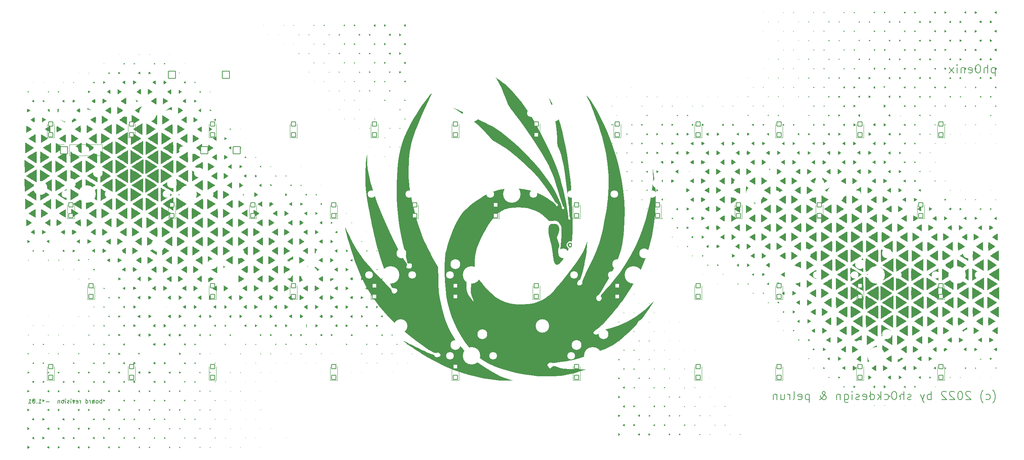
<source format=gbo>
G04 #@! TF.GenerationSoftware,KiCad,Pcbnew,(6.0.2-0)*
G04 #@! TF.CreationDate,2022-06-21T21:38:28+10:00*
G04 #@! TF.ProjectId,keyboard-with-attached-pico,6b657962-6f61-4726-942d-776974682d61,1.01*
G04 #@! TF.SameCoordinates,Original*
G04 #@! TF.FileFunction,Legend,Bot*
G04 #@! TF.FilePolarity,Positive*
%FSLAX46Y46*%
G04 Gerber Fmt 4.6, Leading zero omitted, Abs format (unit mm)*
G04 Created by KiCad (PCBNEW (6.0.2-0)) date 2022-06-21 21:38:28*
%MOMM*%
%LPD*%
G01*
G04 APERTURE LIST*
G04 Aperture macros list*
%AMRoundRect*
0 Rectangle with rounded corners*
0 $1 Rounding radius*
0 $2 $3 $4 $5 $6 $7 $8 $9 X,Y pos of 4 corners*
0 Add a 4 corners polygon primitive as box body*
4,1,4,$2,$3,$4,$5,$6,$7,$8,$9,$2,$3,0*
0 Add four circle primitives for the rounded corners*
1,1,$1+$1,$2,$3*
1,1,$1+$1,$4,$5*
1,1,$1+$1,$6,$7*
1,1,$1+$1,$8,$9*
0 Add four rect primitives between the rounded corners*
20,1,$1+$1,$2,$3,$4,$5,0*
20,1,$1+$1,$4,$5,$6,$7,0*
20,1,$1+$1,$6,$7,$8,$9,0*
20,1,$1+$1,$8,$9,$2,$3,0*%
G04 Aperture macros list end*
%ADD10C,0.150000*%
%ADD11C,0.120000*%
%ADD12C,1.802000*%
%ADD13C,4.102000*%
%ADD14C,2.302000*%
%ADD15C,3.302000*%
%ADD16RoundRect,0.051000X0.850000X-0.850000X0.850000X0.850000X-0.850000X0.850000X-0.850000X-0.850000X0*%
%ADD17O,1.802000X1.802000*%
%ADD18C,3.152000*%
%ADD19RoundRect,0.051000X-0.850000X0.850000X-0.850000X-0.850000X0.850000X-0.850000X0.850000X0.850000X0*%
%ADD20RoundRect,0.051000X0.500000X-0.500000X0.500000X0.500000X-0.500000X0.500000X-0.500000X-0.500000X0*%
G04 APERTURE END LIST*
D10*
X115529238Y-193238380D02*
X115529238Y-192238380D01*
X115529238Y-192619333D02*
X115434000Y-192571714D01*
X115243523Y-192571714D01*
X115148285Y-192619333D01*
X115100666Y-192666952D01*
X115053047Y-192762190D01*
X115053047Y-193047904D01*
X115100666Y-193143142D01*
X115148285Y-193190761D01*
X115243523Y-193238380D01*
X115434000Y-193238380D01*
X115529238Y-193190761D01*
X114481619Y-193238380D02*
X114576857Y-193190761D01*
X114624476Y-193143142D01*
X114672095Y-193047904D01*
X114672095Y-192762190D01*
X114624476Y-192666952D01*
X114576857Y-192619333D01*
X114481619Y-192571714D01*
X114338761Y-192571714D01*
X114243523Y-192619333D01*
X114195904Y-192666952D01*
X114148285Y-192762190D01*
X114148285Y-193047904D01*
X114195904Y-193143142D01*
X114243523Y-193190761D01*
X114338761Y-193238380D01*
X114481619Y-193238380D01*
X113291142Y-193238380D02*
X113291142Y-192714571D01*
X113338761Y-192619333D01*
X113434000Y-192571714D01*
X113624476Y-192571714D01*
X113719714Y-192619333D01*
X113291142Y-193190761D02*
X113386380Y-193238380D01*
X113624476Y-193238380D01*
X113719714Y-193190761D01*
X113767333Y-193095523D01*
X113767333Y-193000285D01*
X113719714Y-192905047D01*
X113624476Y-192857428D01*
X113386380Y-192857428D01*
X113291142Y-192809809D01*
X112814952Y-193238380D02*
X112814952Y-192571714D01*
X112814952Y-192762190D02*
X112767333Y-192666952D01*
X112719714Y-192619333D01*
X112624476Y-192571714D01*
X112529238Y-192571714D01*
X111767333Y-193238380D02*
X111767333Y-192238380D01*
X111767333Y-193190761D02*
X111862571Y-193238380D01*
X112053047Y-193238380D01*
X112148285Y-193190761D01*
X112195904Y-193143142D01*
X112243523Y-193047904D01*
X112243523Y-192762190D01*
X112195904Y-192666952D01*
X112148285Y-192619333D01*
X112053047Y-192571714D01*
X111862571Y-192571714D01*
X111767333Y-192619333D01*
X110529238Y-193238380D02*
X110529238Y-192571714D01*
X110529238Y-192762190D02*
X110481619Y-192666952D01*
X110434000Y-192619333D01*
X110338761Y-192571714D01*
X110243523Y-192571714D01*
X109529238Y-193190761D02*
X109624476Y-193238380D01*
X109814952Y-193238380D01*
X109910190Y-193190761D01*
X109957809Y-193095523D01*
X109957809Y-192714571D01*
X109910190Y-192619333D01*
X109814952Y-192571714D01*
X109624476Y-192571714D01*
X109529238Y-192619333D01*
X109481619Y-192714571D01*
X109481619Y-192809809D01*
X109957809Y-192905047D01*
X109148285Y-192571714D02*
X108910190Y-193238380D01*
X108672095Y-192571714D01*
X108291142Y-193238380D02*
X108291142Y-192571714D01*
X108291142Y-192238380D02*
X108338761Y-192286000D01*
X108291142Y-192333619D01*
X108243523Y-192286000D01*
X108291142Y-192238380D01*
X108291142Y-192333619D01*
X107862571Y-193190761D02*
X107767333Y-193238380D01*
X107576857Y-193238380D01*
X107481619Y-193190761D01*
X107434000Y-193095523D01*
X107434000Y-193047904D01*
X107481619Y-192952666D01*
X107576857Y-192905047D01*
X107719714Y-192905047D01*
X107814952Y-192857428D01*
X107862571Y-192762190D01*
X107862571Y-192714571D01*
X107814952Y-192619333D01*
X107719714Y-192571714D01*
X107576857Y-192571714D01*
X107481619Y-192619333D01*
X107005428Y-193238380D02*
X107005428Y-192571714D01*
X107005428Y-192238380D02*
X107053047Y-192286000D01*
X107005428Y-192333619D01*
X106957809Y-192286000D01*
X107005428Y-192238380D01*
X107005428Y-192333619D01*
X106386380Y-193238380D02*
X106481619Y-193190761D01*
X106529238Y-193143142D01*
X106576857Y-193047904D01*
X106576857Y-192762190D01*
X106529238Y-192666952D01*
X106481619Y-192619333D01*
X106386380Y-192571714D01*
X106243523Y-192571714D01*
X106148285Y-192619333D01*
X106100666Y-192666952D01*
X106053047Y-192762190D01*
X106053047Y-193047904D01*
X106100666Y-193143142D01*
X106148285Y-193190761D01*
X106243523Y-193238380D01*
X106386380Y-193238380D01*
X105624476Y-192571714D02*
X105624476Y-193238380D01*
X105624476Y-192666952D02*
X105576857Y-192619333D01*
X105481619Y-192571714D01*
X105338761Y-192571714D01*
X105243523Y-192619333D01*
X105195904Y-192714571D01*
X105195904Y-193238380D01*
X103195904Y-192857428D02*
X102434000Y-192857428D01*
X100672095Y-193238380D02*
X101243523Y-193238380D01*
X100957809Y-193238380D02*
X100957809Y-192238380D01*
X101053047Y-192381238D01*
X101148285Y-192476476D01*
X101243523Y-192524095D01*
X100243523Y-193143142D02*
X100195904Y-193190761D01*
X100243523Y-193238380D01*
X100291142Y-193190761D01*
X100243523Y-193143142D01*
X100243523Y-193238380D01*
X99576857Y-192238380D02*
X99481619Y-192238380D01*
X99386380Y-192286000D01*
X99338761Y-192333619D01*
X99291142Y-192428857D01*
X99243523Y-192619333D01*
X99243523Y-192857428D01*
X99291142Y-193047904D01*
X99338761Y-193143142D01*
X99386380Y-193190761D01*
X99481619Y-193238380D01*
X99576857Y-193238380D01*
X99672095Y-193190761D01*
X99719714Y-193143142D01*
X99767333Y-193047904D01*
X99814952Y-192857428D01*
X99814952Y-192619333D01*
X99767333Y-192428857D01*
X99719714Y-192333619D01*
X99672095Y-192286000D01*
X99576857Y-192238380D01*
X98291142Y-193238380D02*
X98862571Y-193238380D01*
X98576857Y-193238380D02*
X98576857Y-192238380D01*
X98672095Y-192381238D01*
X98767333Y-192476476D01*
X98862571Y-192524095D01*
X325881333Y-114125428D02*
X325881333Y-116125428D01*
X325881333Y-114220666D02*
X325690857Y-114125428D01*
X325309904Y-114125428D01*
X325119428Y-114220666D01*
X325024190Y-114315904D01*
X324928952Y-114506380D01*
X324928952Y-115077809D01*
X325024190Y-115268285D01*
X325119428Y-115363523D01*
X325309904Y-115458761D01*
X325690857Y-115458761D01*
X325881333Y-115363523D01*
X324071809Y-115458761D02*
X324071809Y-113458761D01*
X323214666Y-115458761D02*
X323214666Y-114411142D01*
X323309904Y-114220666D01*
X323500380Y-114125428D01*
X323786095Y-114125428D01*
X323976571Y-114220666D01*
X324071809Y-114315904D01*
X321881333Y-113458761D02*
X321690857Y-113458761D01*
X321500380Y-113554000D01*
X321405142Y-113649238D01*
X321309904Y-113839714D01*
X321214666Y-114220666D01*
X321214666Y-114696857D01*
X321309904Y-115077809D01*
X321405142Y-115268285D01*
X321500380Y-115363523D01*
X321690857Y-115458761D01*
X321881333Y-115458761D01*
X322071809Y-115363523D01*
X322167047Y-115268285D01*
X322262285Y-115077809D01*
X322357523Y-114696857D01*
X322357523Y-114220666D01*
X322262285Y-113839714D01*
X322167047Y-113649238D01*
X322071809Y-113554000D01*
X321881333Y-113458761D01*
X319595619Y-115363523D02*
X319786095Y-115458761D01*
X320167047Y-115458761D01*
X320357523Y-115363523D01*
X320452761Y-115173047D01*
X320452761Y-114411142D01*
X320357523Y-114220666D01*
X320167047Y-114125428D01*
X319786095Y-114125428D01*
X319595619Y-114220666D01*
X319500380Y-114411142D01*
X319500380Y-114601619D01*
X320452761Y-114792095D01*
X318643238Y-114125428D02*
X318643238Y-115458761D01*
X318643238Y-114315904D02*
X318548000Y-114220666D01*
X318357523Y-114125428D01*
X318071809Y-114125428D01*
X317881333Y-114220666D01*
X317786095Y-114411142D01*
X317786095Y-115458761D01*
X316833714Y-115458761D02*
X316833714Y-114125428D01*
X316833714Y-113458761D02*
X316928952Y-113554000D01*
X316833714Y-113649238D01*
X316738476Y-113554000D01*
X316833714Y-113458761D01*
X316833714Y-113649238D01*
X316071809Y-115458761D02*
X315024190Y-114125428D01*
X316071809Y-114125428D02*
X315024190Y-115458761D01*
X325291428Y-193182666D02*
X325386666Y-193087428D01*
X325577142Y-192801714D01*
X325672380Y-192611238D01*
X325767619Y-192325523D01*
X325862857Y-191849333D01*
X325862857Y-191468380D01*
X325767619Y-190992190D01*
X325672380Y-190706476D01*
X325577142Y-190516000D01*
X325386666Y-190230285D01*
X325291428Y-190135047D01*
X323672380Y-192325523D02*
X323862857Y-192420761D01*
X324243809Y-192420761D01*
X324434285Y-192325523D01*
X324529523Y-192230285D01*
X324624761Y-192039809D01*
X324624761Y-191468380D01*
X324529523Y-191277904D01*
X324434285Y-191182666D01*
X324243809Y-191087428D01*
X323862857Y-191087428D01*
X323672380Y-191182666D01*
X323005714Y-193182666D02*
X322910476Y-193087428D01*
X322720000Y-192801714D01*
X322624761Y-192611238D01*
X322529523Y-192325523D01*
X322434285Y-191849333D01*
X322434285Y-191468380D01*
X322529523Y-190992190D01*
X322624761Y-190706476D01*
X322720000Y-190516000D01*
X322910476Y-190230285D01*
X323005714Y-190135047D01*
X320053333Y-190611238D02*
X319958095Y-190516000D01*
X319767619Y-190420761D01*
X319291428Y-190420761D01*
X319100952Y-190516000D01*
X319005714Y-190611238D01*
X318910476Y-190801714D01*
X318910476Y-190992190D01*
X319005714Y-191277904D01*
X320148571Y-192420761D01*
X318910476Y-192420761D01*
X317672380Y-190420761D02*
X317481904Y-190420761D01*
X317291428Y-190516000D01*
X317196190Y-190611238D01*
X317100952Y-190801714D01*
X317005714Y-191182666D01*
X317005714Y-191658857D01*
X317100952Y-192039809D01*
X317196190Y-192230285D01*
X317291428Y-192325523D01*
X317481904Y-192420761D01*
X317672380Y-192420761D01*
X317862857Y-192325523D01*
X317958095Y-192230285D01*
X318053333Y-192039809D01*
X318148571Y-191658857D01*
X318148571Y-191182666D01*
X318053333Y-190801714D01*
X317958095Y-190611238D01*
X317862857Y-190516000D01*
X317672380Y-190420761D01*
X316243809Y-190611238D02*
X316148571Y-190516000D01*
X315958095Y-190420761D01*
X315481904Y-190420761D01*
X315291428Y-190516000D01*
X315196190Y-190611238D01*
X315100952Y-190801714D01*
X315100952Y-190992190D01*
X315196190Y-191277904D01*
X316339047Y-192420761D01*
X315100952Y-192420761D01*
X314339047Y-190611238D02*
X314243809Y-190516000D01*
X314053333Y-190420761D01*
X313577142Y-190420761D01*
X313386666Y-190516000D01*
X313291428Y-190611238D01*
X313196190Y-190801714D01*
X313196190Y-190992190D01*
X313291428Y-191277904D01*
X314434285Y-192420761D01*
X313196190Y-192420761D01*
X310815238Y-192420761D02*
X310815238Y-190420761D01*
X310815238Y-191182666D02*
X310624761Y-191087428D01*
X310243809Y-191087428D01*
X310053333Y-191182666D01*
X309958095Y-191277904D01*
X309862857Y-191468380D01*
X309862857Y-192039809D01*
X309958095Y-192230285D01*
X310053333Y-192325523D01*
X310243809Y-192420761D01*
X310624761Y-192420761D01*
X310815238Y-192325523D01*
X309196190Y-191087428D02*
X308720000Y-192420761D01*
X308243809Y-191087428D02*
X308720000Y-192420761D01*
X308910476Y-192896952D01*
X309005714Y-192992190D01*
X309196190Y-193087428D01*
X306053333Y-192325523D02*
X305862857Y-192420761D01*
X305481904Y-192420761D01*
X305291428Y-192325523D01*
X305196190Y-192135047D01*
X305196190Y-192039809D01*
X305291428Y-191849333D01*
X305481904Y-191754095D01*
X305767619Y-191754095D01*
X305958095Y-191658857D01*
X306053333Y-191468380D01*
X306053333Y-191373142D01*
X305958095Y-191182666D01*
X305767619Y-191087428D01*
X305481904Y-191087428D01*
X305291428Y-191182666D01*
X304339047Y-192420761D02*
X304339047Y-190420761D01*
X303481904Y-192420761D02*
X303481904Y-191373142D01*
X303577142Y-191182666D01*
X303767619Y-191087428D01*
X304053333Y-191087428D01*
X304243809Y-191182666D01*
X304339047Y-191277904D01*
X302148571Y-190420761D02*
X301958095Y-190420761D01*
X301767619Y-190516000D01*
X301672380Y-190611238D01*
X301577142Y-190801714D01*
X301481904Y-191182666D01*
X301481904Y-191658857D01*
X301577142Y-192039809D01*
X301672380Y-192230285D01*
X301767619Y-192325523D01*
X301958095Y-192420761D01*
X302148571Y-192420761D01*
X302339047Y-192325523D01*
X302434285Y-192230285D01*
X302529523Y-192039809D01*
X302624761Y-191658857D01*
X302624761Y-191182666D01*
X302529523Y-190801714D01*
X302434285Y-190611238D01*
X302339047Y-190516000D01*
X302148571Y-190420761D01*
X299767619Y-192325523D02*
X299958095Y-192420761D01*
X300339047Y-192420761D01*
X300529523Y-192325523D01*
X300624761Y-192230285D01*
X300720000Y-192039809D01*
X300720000Y-191468380D01*
X300624761Y-191277904D01*
X300529523Y-191182666D01*
X300339047Y-191087428D01*
X299958095Y-191087428D01*
X299767619Y-191182666D01*
X298910476Y-192420761D02*
X298910476Y-190420761D01*
X298720000Y-191658857D02*
X298148571Y-192420761D01*
X298148571Y-191087428D02*
X298910476Y-191849333D01*
X296434285Y-192420761D02*
X296434285Y-190420761D01*
X296434285Y-192325523D02*
X296624761Y-192420761D01*
X297005714Y-192420761D01*
X297196190Y-192325523D01*
X297291428Y-192230285D01*
X297386666Y-192039809D01*
X297386666Y-191468380D01*
X297291428Y-191277904D01*
X297196190Y-191182666D01*
X297005714Y-191087428D01*
X296624761Y-191087428D01*
X296434285Y-191182666D01*
X294720000Y-192325523D02*
X294910476Y-192420761D01*
X295291428Y-192420761D01*
X295481904Y-192325523D01*
X295577142Y-192135047D01*
X295577142Y-191373142D01*
X295481904Y-191182666D01*
X295291428Y-191087428D01*
X294910476Y-191087428D01*
X294720000Y-191182666D01*
X294624761Y-191373142D01*
X294624761Y-191563619D01*
X295577142Y-191754095D01*
X293862857Y-192325523D02*
X293672380Y-192420761D01*
X293291428Y-192420761D01*
X293100952Y-192325523D01*
X293005714Y-192135047D01*
X293005714Y-192039809D01*
X293100952Y-191849333D01*
X293291428Y-191754095D01*
X293577142Y-191754095D01*
X293767619Y-191658857D01*
X293862857Y-191468380D01*
X293862857Y-191373142D01*
X293767619Y-191182666D01*
X293577142Y-191087428D01*
X293291428Y-191087428D01*
X293100952Y-191182666D01*
X292148571Y-192420761D02*
X292148571Y-191087428D01*
X292148571Y-190420761D02*
X292243809Y-190516000D01*
X292148571Y-190611238D01*
X292053333Y-190516000D01*
X292148571Y-190420761D01*
X292148571Y-190611238D01*
X290339047Y-191087428D02*
X290339047Y-192706476D01*
X290434285Y-192896952D01*
X290529523Y-192992190D01*
X290720000Y-193087428D01*
X291005714Y-193087428D01*
X291196190Y-192992190D01*
X290339047Y-192325523D02*
X290529523Y-192420761D01*
X290910476Y-192420761D01*
X291100952Y-192325523D01*
X291196190Y-192230285D01*
X291291428Y-192039809D01*
X291291428Y-191468380D01*
X291196190Y-191277904D01*
X291100952Y-191182666D01*
X290910476Y-191087428D01*
X290529523Y-191087428D01*
X290339047Y-191182666D01*
X289386666Y-191087428D02*
X289386666Y-192420761D01*
X289386666Y-191277904D02*
X289291428Y-191182666D01*
X289100952Y-191087428D01*
X288815238Y-191087428D01*
X288624761Y-191182666D01*
X288529523Y-191373142D01*
X288529523Y-192420761D01*
X284434285Y-192420761D02*
X284529523Y-192420761D01*
X284720000Y-192325523D01*
X285005714Y-192039809D01*
X285481904Y-191468380D01*
X285672380Y-191182666D01*
X285767619Y-190896952D01*
X285767619Y-190706476D01*
X285672380Y-190516000D01*
X285481904Y-190420761D01*
X285386666Y-190420761D01*
X285196190Y-190516000D01*
X285100952Y-190706476D01*
X285100952Y-190801714D01*
X285196190Y-190992190D01*
X285291428Y-191087428D01*
X285862857Y-191468380D01*
X285958095Y-191563619D01*
X286053333Y-191754095D01*
X286053333Y-192039809D01*
X285958095Y-192230285D01*
X285862857Y-192325523D01*
X285672380Y-192420761D01*
X285386666Y-192420761D01*
X285196190Y-192325523D01*
X285100952Y-192230285D01*
X284815238Y-191849333D01*
X284720000Y-191563619D01*
X284720000Y-191373142D01*
X282053333Y-191087428D02*
X282053333Y-193087428D01*
X282053333Y-191182666D02*
X281862857Y-191087428D01*
X281481904Y-191087428D01*
X281291428Y-191182666D01*
X281196190Y-191277904D01*
X281100952Y-191468380D01*
X281100952Y-192039809D01*
X281196190Y-192230285D01*
X281291428Y-192325523D01*
X281481904Y-192420761D01*
X281862857Y-192420761D01*
X282053333Y-192325523D01*
X279481904Y-192325523D02*
X279672380Y-192420761D01*
X280053333Y-192420761D01*
X280243809Y-192325523D01*
X280339047Y-192135047D01*
X280339047Y-191373142D01*
X280243809Y-191182666D01*
X280053333Y-191087428D01*
X279672380Y-191087428D01*
X279481904Y-191182666D01*
X279386666Y-191373142D01*
X279386666Y-191563619D01*
X280339047Y-191754095D01*
X278243809Y-192420761D02*
X278434285Y-192325523D01*
X278529523Y-192135047D01*
X278529523Y-190420761D01*
X277481904Y-192420761D02*
X277481904Y-191087428D01*
X277481904Y-191468380D02*
X277386666Y-191277904D01*
X277291428Y-191182666D01*
X277100952Y-191087428D01*
X276910476Y-191087428D01*
X275386666Y-191087428D02*
X275386666Y-192420761D01*
X276243809Y-191087428D02*
X276243809Y-192135047D01*
X276148571Y-192325523D01*
X275958095Y-192420761D01*
X275672380Y-192420761D01*
X275481904Y-192325523D01*
X275386666Y-192230285D01*
X274434285Y-191087428D02*
X274434285Y-192420761D01*
X274434285Y-191277904D02*
X274339047Y-191182666D01*
X274148571Y-191087428D01*
X273862857Y-191087428D01*
X273672380Y-191182666D01*
X273577142Y-191373142D01*
X273577142Y-192420761D01*
D11*
X104355000Y-130630000D02*
X102655000Y-130630000D01*
X102655000Y-130630000D02*
X102655000Y-127480000D01*
X104355000Y-130630000D02*
X104355000Y-127480000D01*
X209130000Y-149680000D02*
X209130000Y-146530000D01*
X209130000Y-149680000D02*
X207430000Y-149680000D01*
X207430000Y-149680000D02*
X207430000Y-146530000D01*
G36*
X188430088Y-181535881D02*
G01*
X188459819Y-181591275D01*
X188458649Y-181600407D01*
X188418917Y-181629763D01*
X188399371Y-181621959D01*
X188378016Y-181565997D01*
X188383901Y-181536781D01*
X188418917Y-181527509D01*
X188430088Y-181535881D01*
G37*
G36*
X165589155Y-104121853D02*
G01*
X165595729Y-104223161D01*
X165595143Y-104277615D01*
X165583055Y-104349192D01*
X165541150Y-104353489D01*
X165451134Y-104300261D01*
X165437420Y-104291136D01*
X165364309Y-104228115D01*
X165366204Y-104179276D01*
X165442347Y-104129925D01*
X165478679Y-104112859D01*
X165556570Y-104088995D01*
X165589155Y-104121853D01*
G37*
G36*
X167937809Y-112972056D02*
G01*
X167940689Y-112974257D01*
X167984460Y-113024423D01*
X167958260Y-113066642D01*
X167920251Y-113095282D01*
X167846469Y-113137618D01*
X167812577Y-113119979D01*
X167804425Y-113039907D01*
X167804448Y-113032815D01*
X167815755Y-112941028D01*
X167856113Y-112922859D01*
X167937809Y-112972056D01*
G37*
G36*
X136814601Y-138422259D02*
G01*
X136872842Y-138457406D01*
X136989718Y-138528797D01*
X137155908Y-138630710D01*
X137362089Y-138757423D01*
X137598942Y-138903215D01*
X137857144Y-139062362D01*
X137964901Y-139128928D01*
X138238798Y-139299559D01*
X138450650Y-139434439D01*
X138606706Y-139537982D01*
X138713210Y-139614601D01*
X138776411Y-139668711D01*
X138802553Y-139704723D01*
X138797885Y-139727053D01*
X138765286Y-139750677D01*
X138671646Y-139812206D01*
X138529166Y-139903184D01*
X138348584Y-140016979D01*
X138140638Y-140146956D01*
X137916063Y-140286484D01*
X137685598Y-140428929D01*
X137459979Y-140567658D01*
X137249945Y-140696038D01*
X137066231Y-140807435D01*
X136919575Y-140895217D01*
X136820714Y-140952751D01*
X136780386Y-140973403D01*
X136777710Y-140962271D01*
X136772935Y-140883788D01*
X136768682Y-140738389D01*
X136765106Y-140535822D01*
X136762361Y-140285833D01*
X136760601Y-139998171D01*
X136759980Y-139682583D01*
X136760101Y-139506406D01*
X136761334Y-139169563D01*
X136764125Y-138904641D01*
X136768750Y-138704823D01*
X136775484Y-138563292D01*
X136784605Y-138473231D01*
X136796387Y-138427822D01*
X136811108Y-138420248D01*
X136814601Y-138422259D01*
G37*
G36*
X181569585Y-181493831D02*
G01*
X181588322Y-181588862D01*
X181587756Y-181633313D01*
X181575492Y-181697036D01*
X181533264Y-181698613D01*
X181442996Y-181645032D01*
X181383089Y-181602132D01*
X181368944Y-181566227D01*
X181413759Y-181523627D01*
X181417912Y-181520503D01*
X181512979Y-181471118D01*
X181569585Y-181493831D01*
G37*
G36*
X155313081Y-190343723D02*
G01*
X155349835Y-190382742D01*
X155356226Y-190398586D01*
X155331798Y-190423644D01*
X155319926Y-190422072D01*
X155288483Y-190382742D01*
X155288952Y-190373486D01*
X155306520Y-190341841D01*
X155313081Y-190343723D01*
G37*
G36*
X120944100Y-170263115D02*
G01*
X120958211Y-170312014D01*
X120968142Y-170419333D01*
X120971897Y-170565326D01*
X120971897Y-170871581D01*
X120736711Y-170722950D01*
X120735538Y-170722208D01*
X120615724Y-170646149D01*
X120526775Y-170589056D01*
X120487873Y-170563240D01*
X120508950Y-170539612D01*
X120582553Y-170483720D01*
X120692382Y-170408591D01*
X120799318Y-170340281D01*
X120893459Y-170284550D01*
X120941220Y-170262046D01*
X120944100Y-170263115D01*
G37*
G36*
X151745223Y-201357811D02*
G01*
X151777066Y-201405770D01*
X151775354Y-201417057D01*
X151733096Y-201459283D01*
X151709880Y-201456675D01*
X151689127Y-201405770D01*
X151695800Y-201372001D01*
X151733096Y-201352257D01*
X151745223Y-201357811D01*
G37*
G36*
X158365892Y-112997780D02*
G01*
X158397017Y-113037493D01*
X158395829Y-113047269D01*
X158356116Y-113078395D01*
X158346339Y-113077206D01*
X158315214Y-113037493D01*
X158316402Y-113027716D01*
X158356116Y-112996591D01*
X158365892Y-112997780D01*
G37*
G36*
X161955471Y-119643129D02*
G01*
X161935021Y-119663580D01*
X161914570Y-119643129D01*
X161935021Y-119622678D01*
X161955471Y-119643129D01*
G37*
G36*
X174451793Y-154935163D02*
G01*
X174465897Y-155008894D01*
X174471413Y-155125416D01*
X174470194Y-155198992D01*
X174463636Y-155293111D01*
X174453301Y-155329924D01*
X174420016Y-155319175D01*
X174341185Y-155276164D01*
X174250343Y-155217225D01*
X174175384Y-155160816D01*
X174144199Y-155125392D01*
X174146424Y-155117985D01*
X174191758Y-155069808D01*
X174277130Y-155007416D01*
X174300610Y-154992665D01*
X174389317Y-154942288D01*
X174440737Y-154921596D01*
X174451793Y-154935163D01*
G37*
G36*
X99521343Y-183573465D02*
G01*
X99534333Y-183654326D01*
X99539368Y-183777106D01*
X99537476Y-183869618D01*
X99529752Y-183965064D01*
X99518105Y-184002066D01*
X99509265Y-184000639D01*
X99447233Y-183971320D01*
X99359994Y-183916778D01*
X99271439Y-183853756D01*
X99205454Y-183798998D01*
X99185929Y-183769247D01*
X99193164Y-183762815D01*
X99252378Y-183717204D01*
X99343175Y-183651500D01*
X99371535Y-183631868D01*
X99458565Y-183577127D01*
X99508692Y-183554152D01*
X99521343Y-183573465D01*
G37*
G36*
X121638042Y-142533324D02*
G01*
X121644756Y-142588198D01*
X121650907Y-142714202D01*
X121656324Y-142902544D01*
X121660837Y-143144431D01*
X121664272Y-143431071D01*
X121666459Y-143753671D01*
X121667227Y-144103439D01*
X121667227Y-145679207D01*
X121554747Y-145617901D01*
X121537083Y-145608154D01*
X121416472Y-145538365D01*
X121250321Y-145438622D01*
X121048228Y-145315002D01*
X120819788Y-145173580D01*
X120574597Y-145020434D01*
X120322250Y-144861641D01*
X120072344Y-144703276D01*
X119834475Y-144551417D01*
X119618238Y-144412140D01*
X119433229Y-144291522D01*
X119289044Y-144195640D01*
X119195279Y-144130570D01*
X119161531Y-144102388D01*
X119187504Y-144077351D01*
X119275656Y-144013188D01*
X119418654Y-143915886D01*
X119608656Y-143790610D01*
X119837820Y-143642523D01*
X120098304Y-143476788D01*
X120382264Y-143298571D01*
X120635183Y-143141204D01*
X120901384Y-142976324D01*
X121138629Y-142830177D01*
X121338843Y-142707701D01*
X121493951Y-142613832D01*
X121595878Y-142553507D01*
X121636550Y-142531663D01*
X121638042Y-142533324D01*
G37*
G36*
X187501036Y-174901422D02*
G01*
X187545964Y-174938385D01*
X187556112Y-174974932D01*
X187501036Y-175024127D01*
X187488008Y-175034028D01*
X187407142Y-175079688D01*
X187366580Y-175057461D01*
X187355471Y-174962775D01*
X187355611Y-174947325D01*
X187369703Y-174861641D01*
X187414561Y-174847865D01*
X187501036Y-174901422D01*
G37*
G36*
X118071186Y-140378193D02*
G01*
X118082421Y-140431285D01*
X118091351Y-140528336D01*
X118098184Y-140675651D01*
X118103132Y-140879538D01*
X118106406Y-141146304D01*
X118108216Y-141482253D01*
X118108773Y-141893692D01*
X118108234Y-142299161D01*
X118106444Y-142636322D01*
X118103193Y-142904197D01*
X118098270Y-143109092D01*
X118091464Y-143257312D01*
X118082565Y-143355165D01*
X118071362Y-143408955D01*
X118057645Y-143424990D01*
X118048398Y-143422390D01*
X117979141Y-143387818D01*
X117855368Y-143317756D01*
X117686654Y-143218196D01*
X117482575Y-143095128D01*
X117252707Y-142954543D01*
X117006624Y-142802432D01*
X116753902Y-142644784D01*
X116504116Y-142487592D01*
X116266842Y-142336845D01*
X116051655Y-142198534D01*
X115868130Y-142078650D01*
X115725844Y-141983183D01*
X115634370Y-141918125D01*
X115603285Y-141889465D01*
X115627056Y-141868896D01*
X115713143Y-141808706D01*
X115854376Y-141715010D01*
X116042711Y-141593009D01*
X116270103Y-141447906D01*
X116528510Y-141284901D01*
X116809887Y-141109196D01*
X117036208Y-140969077D01*
X117303167Y-140805206D01*
X117542575Y-140659798D01*
X117746079Y-140537851D01*
X117905327Y-140444361D01*
X118011966Y-140384325D01*
X118057645Y-140362739D01*
X118071186Y-140378193D01*
G37*
G36*
X158375663Y-108587004D02*
G01*
X158397017Y-108642966D01*
X158391132Y-108672182D01*
X158356116Y-108681454D01*
X158344945Y-108673082D01*
X158315214Y-108617688D01*
X158316385Y-108608556D01*
X158356116Y-108579200D01*
X158375663Y-108587004D01*
G37*
G36*
X129569668Y-147043766D02*
G01*
X129662597Y-147098299D01*
X129806030Y-147184549D01*
X129990053Y-147296390D01*
X130204752Y-147427699D01*
X130440213Y-147572351D01*
X130686521Y-147724221D01*
X130933763Y-147877186D01*
X131172025Y-148025122D01*
X131391393Y-148161903D01*
X131581952Y-148281406D01*
X131733788Y-148377506D01*
X131836989Y-148444079D01*
X131881638Y-148475000D01*
X131884292Y-148478574D01*
X131874216Y-148506026D01*
X131823821Y-148554143D01*
X131728072Y-148626390D01*
X131581937Y-148726232D01*
X131380381Y-148857135D01*
X131118372Y-149022564D01*
X130790876Y-149225984D01*
X130618158Y-149332506D01*
X130352380Y-149495719D01*
X130112382Y-149642250D01*
X129906908Y-149766807D01*
X129744704Y-149864097D01*
X129634513Y-149928829D01*
X129585080Y-149955712D01*
X129579163Y-149957401D01*
X129563239Y-149952217D01*
X129550447Y-149925538D01*
X129540451Y-149869826D01*
X129532914Y-149777542D01*
X129527501Y-149641149D01*
X129523876Y-149453106D01*
X129521702Y-149205877D01*
X129520645Y-148891923D01*
X129520367Y-148503705D01*
X129520805Y-148171255D01*
X129522082Y-147859551D01*
X129524095Y-147584085D01*
X129526738Y-147353971D01*
X129529905Y-147178321D01*
X129533492Y-147066248D01*
X129537394Y-147026865D01*
X129569668Y-147043766D01*
G37*
G36*
X162094893Y-154402202D02*
G01*
X162185246Y-154451606D01*
X162316424Y-154529547D01*
X162474585Y-154627148D01*
X162645887Y-154735536D01*
X162816484Y-154845835D01*
X162972536Y-154949171D01*
X163100197Y-155036668D01*
X163185626Y-155099452D01*
X163214978Y-155128648D01*
X163196199Y-155145643D01*
X163119664Y-155199992D01*
X162997441Y-155281626D01*
X162843742Y-155381553D01*
X162672781Y-155490778D01*
X162498770Y-155600310D01*
X162335923Y-155701156D01*
X162198452Y-155784323D01*
X162100569Y-155840817D01*
X162056489Y-155861647D01*
X162050761Y-155828034D01*
X162045366Y-155724820D01*
X162041096Y-155564708D01*
X162038286Y-155360604D01*
X162037275Y-155125416D01*
X162038383Y-154905926D01*
X162041785Y-154699211D01*
X162047063Y-154535578D01*
X162053791Y-154427933D01*
X162061543Y-154389184D01*
X162094893Y-154402202D01*
G37*
G36*
X172650381Y-126215667D02*
G01*
X172671736Y-126271630D01*
X172665850Y-126300845D01*
X172630834Y-126310118D01*
X172619663Y-126301746D01*
X172589932Y-126246351D01*
X172591103Y-126237220D01*
X172630834Y-126207863D01*
X172650381Y-126215667D01*
G37*
G36*
X151300065Y-147681344D02*
G01*
X151344260Y-147703821D01*
X151443239Y-147761411D01*
X151583439Y-147845697D01*
X151751300Y-147948258D01*
X151933257Y-148060678D01*
X152115751Y-148174537D01*
X152285217Y-148281418D01*
X152428095Y-148372902D01*
X152530823Y-148440570D01*
X152579837Y-148476004D01*
X152587345Y-148489749D01*
X152572232Y-148524366D01*
X152515100Y-148577324D01*
X152408675Y-148654141D01*
X152245679Y-148760336D01*
X152018835Y-148901426D01*
X151850154Y-149004455D01*
X151663285Y-149117225D01*
X151508013Y-149209409D01*
X151396989Y-149273512D01*
X151342859Y-149302037D01*
X151325797Y-149303907D01*
X151308629Y-149285257D01*
X151296309Y-149233779D01*
X151288067Y-149139679D01*
X151283133Y-148993162D01*
X151280737Y-148784435D01*
X151280109Y-148503705D01*
X151280151Y-148449412D01*
X151281440Y-148205454D01*
X151284313Y-147994451D01*
X151288481Y-147828616D01*
X151293657Y-147720159D01*
X151299552Y-147681293D01*
X151300065Y-147681344D01*
G37*
G36*
X162297820Y-145939426D02*
G01*
X162385043Y-145987151D01*
X162500947Y-146056447D01*
X162625694Y-146134707D01*
X162739444Y-146209323D01*
X162822357Y-146267687D01*
X162854596Y-146297192D01*
X162823293Y-146328762D01*
X162736474Y-146392461D01*
X162609133Y-146478005D01*
X162456276Y-146575319D01*
X162292911Y-146674326D01*
X162292027Y-146674831D01*
X162267832Y-146669385D01*
X162252377Y-146613788D01*
X162244186Y-146497527D01*
X162241784Y-146310089D01*
X162243076Y-146203033D01*
X162249910Y-146058055D01*
X162261298Y-145961213D01*
X162275740Y-145929334D01*
X162297820Y-145939426D01*
G37*
G36*
X105397124Y-177104661D02*
G01*
X105441576Y-177155037D01*
X105419620Y-177205615D01*
X105351685Y-177249344D01*
X105290099Y-177233660D01*
X105265616Y-177151019D01*
X105275378Y-177073935D01*
X105315487Y-177056027D01*
X105397124Y-177104661D01*
G37*
G36*
X177958464Y-183725657D02*
G01*
X177988966Y-183777106D01*
X177982147Y-183805665D01*
X177930027Y-183838459D01*
X177891026Y-183831662D01*
X177844226Y-183791956D01*
X177853739Y-183741910D01*
X177893970Y-183718523D01*
X177958464Y-183725657D01*
G37*
G36*
X124507657Y-203429442D02*
G01*
X124521446Y-203499347D01*
X124528912Y-203604431D01*
X124529495Y-203715561D01*
X124522637Y-203803604D01*
X124507778Y-203839425D01*
X124507601Y-203839424D01*
X124455489Y-203819909D01*
X124367946Y-203772880D01*
X124271953Y-203714689D01*
X124194493Y-203661687D01*
X124162550Y-203630225D01*
X124169083Y-203618487D01*
X124223661Y-203568994D01*
X124315616Y-203502225D01*
X124361277Y-203473256D01*
X124450333Y-203427273D01*
X124499674Y-203417302D01*
X124507657Y-203429442D01*
G37*
G36*
X186927205Y-143880380D02*
G01*
X186932820Y-143904696D01*
X186926825Y-143909591D01*
X186878284Y-143904696D01*
X186871885Y-143892394D01*
X186905552Y-143877428D01*
X186927205Y-143880380D01*
G37*
G36*
X106852281Y-152613858D02*
G01*
X106856308Y-152778198D01*
X106856804Y-153011270D01*
X106852281Y-153221481D01*
X106840335Y-153526242D01*
X106361121Y-153231706D01*
X106306769Y-153198169D01*
X106139876Y-153093404D01*
X106004982Y-153006026D01*
X105914751Y-152944357D01*
X105881844Y-152916720D01*
X105884858Y-152912581D01*
X105936105Y-152874146D01*
X106041015Y-152804315D01*
X106186896Y-152711380D01*
X106361058Y-152603632D01*
X106840335Y-152310995D01*
X106852281Y-152613858D01*
G37*
G36*
X151717579Y-135141092D02*
G01*
X151811832Y-135205117D01*
X151816579Y-135208779D01*
X151881206Y-135264010D01*
X151885042Y-135300134D01*
X151832283Y-135346063D01*
X151800244Y-135369030D01*
X151712526Y-135406941D01*
X151663484Y-135373828D01*
X151648225Y-135267606D01*
X151649928Y-135205436D01*
X151668168Y-135139458D01*
X151717579Y-135141092D01*
G37*
G36*
X178610265Y-132838565D02*
G01*
X178643394Y-132874852D01*
X178636472Y-132893668D01*
X178582041Y-132915754D01*
X178553818Y-132911139D01*
X178520689Y-132874852D01*
X178527611Y-132856036D01*
X178582041Y-132833950D01*
X178610265Y-132838565D01*
G37*
G36*
X179903303Y-108606789D02*
G01*
X179906812Y-108701071D01*
X179905652Y-108804337D01*
X179897955Y-108851638D01*
X179879823Y-108850303D01*
X179810229Y-108819965D01*
X179712818Y-108767256D01*
X179612470Y-108706726D01*
X179534070Y-108652924D01*
X179502498Y-108620399D01*
X179518989Y-108602765D01*
X179589560Y-108553877D01*
X179696781Y-108489672D01*
X179890898Y-108379694D01*
X179903303Y-108606789D01*
G37*
G36*
X138650920Y-115411367D02*
G01*
X138682364Y-115450697D01*
X138681895Y-115459954D01*
X138664327Y-115491599D01*
X138657766Y-115489717D01*
X138621011Y-115450697D01*
X138614620Y-115434854D01*
X138639048Y-115409796D01*
X138650920Y-115411367D01*
G37*
G36*
X121518236Y-147205459D02*
G01*
X121525326Y-147287425D01*
X121531634Y-147435931D01*
X121536933Y-147641327D01*
X121540998Y-147893959D01*
X121543603Y-148184177D01*
X121544521Y-148502328D01*
X121544081Y-148848900D01*
X121542424Y-149149802D01*
X121539231Y-149383302D01*
X121534183Y-149556864D01*
X121526961Y-149677948D01*
X121517246Y-149754017D01*
X121504720Y-149792533D01*
X121489064Y-149800959D01*
X121483826Y-149799342D01*
X121417032Y-149766499D01*
X121297211Y-149698699D01*
X121134608Y-149602392D01*
X120939468Y-149484034D01*
X120722036Y-149350075D01*
X120492557Y-149206969D01*
X120261276Y-149061169D01*
X120038438Y-148919127D01*
X119834288Y-148787296D01*
X119659070Y-148672128D01*
X119523030Y-148580077D01*
X119436413Y-148517595D01*
X119409463Y-148491134D01*
X119414241Y-148487374D01*
X119472932Y-148448245D01*
X119589812Y-148373312D01*
X119755959Y-148268201D01*
X119962452Y-148138540D01*
X120200368Y-147989955D01*
X120460786Y-147828073D01*
X120536890Y-147780918D01*
X120791592Y-147623819D01*
X121021416Y-147483143D01*
X121217458Y-147364268D01*
X121370813Y-147272570D01*
X121472577Y-147213426D01*
X121513845Y-147192212D01*
X121518236Y-147205459D01*
G37*
G36*
X133083996Y-140361739D02*
G01*
X133146890Y-140394235D01*
X133265937Y-140462564D01*
X133431436Y-140560711D01*
X133633683Y-140682661D01*
X133862977Y-140822399D01*
X134109614Y-140973910D01*
X134363892Y-141131180D01*
X134616107Y-141288193D01*
X134856557Y-141438935D01*
X135075540Y-141577391D01*
X135263352Y-141697546D01*
X135410291Y-141793384D01*
X135506654Y-141858892D01*
X135542738Y-141888054D01*
X135538350Y-141894331D01*
X135482432Y-141937371D01*
X135369882Y-142014518D01*
X135210252Y-142119803D01*
X135013098Y-142247256D01*
X134787971Y-142390905D01*
X134544425Y-142544781D01*
X134292014Y-142702913D01*
X134040291Y-142859331D01*
X133798809Y-143008065D01*
X133577122Y-143143144D01*
X133384783Y-143258598D01*
X133231345Y-143348457D01*
X133126362Y-143406751D01*
X133079386Y-143427509D01*
X133076737Y-143425808D01*
X133064989Y-143368526D01*
X133055316Y-143230676D01*
X133047746Y-143013263D01*
X133042305Y-142717291D01*
X133039020Y-142343766D01*
X133037919Y-141893692D01*
X133038148Y-141691119D01*
X133040143Y-141300668D01*
X133044104Y-140972426D01*
X133049932Y-140710310D01*
X133057523Y-140518235D01*
X133066779Y-140400119D01*
X133077596Y-140359876D01*
X133083996Y-140361739D01*
G37*
G36*
X181520728Y-185956270D02*
G01*
X181524810Y-186009746D01*
X181515599Y-186020463D01*
X181462123Y-186024545D01*
X181451406Y-186015334D01*
X181447325Y-185961858D01*
X181456536Y-185951141D01*
X181510012Y-185947059D01*
X181520728Y-185956270D01*
G37*
G36*
X119505333Y-203389978D02*
G01*
X119568099Y-203415993D01*
X119661065Y-203469775D01*
X119758739Y-203534565D01*
X119835632Y-203593602D01*
X119866256Y-203630126D01*
X119859381Y-203642899D01*
X119803300Y-203689553D01*
X119711906Y-203748180D01*
X119610835Y-203804138D01*
X119525725Y-203842783D01*
X119482213Y-203849474D01*
X119473168Y-203823795D01*
X119462635Y-203734111D01*
X119458531Y-203607648D01*
X119461803Y-203522319D01*
X119476898Y-203426535D01*
X119500310Y-203389506D01*
X119505333Y-203389978D01*
G37*
G36*
X100224977Y-139672978D02*
G01*
X100225149Y-139697610D01*
X100227122Y-140040023D01*
X100228181Y-140355288D01*
X100228350Y-140634296D01*
X100227657Y-140867939D01*
X100226126Y-141047108D01*
X100223784Y-141162694D01*
X100220656Y-141205588D01*
X100189089Y-141191274D01*
X100095281Y-141138539D01*
X99947217Y-141051689D01*
X99752823Y-140935465D01*
X99520025Y-140794607D01*
X99256748Y-140633857D01*
X98970917Y-140457957D01*
X98707169Y-140294591D01*
X98444015Y-140130628D01*
X98211873Y-139984973D01*
X98018480Y-139862528D01*
X97871576Y-139768195D01*
X97778898Y-139706876D01*
X97748186Y-139683472D01*
X97777435Y-139664483D01*
X97869114Y-139606889D01*
X98015374Y-139515682D01*
X98208263Y-139395803D01*
X98439830Y-139252193D01*
X98702125Y-139089793D01*
X98987194Y-138913544D01*
X100214248Y-138155418D01*
X100224977Y-139672978D01*
G37*
G36*
X169728878Y-159263755D02*
G01*
X169854939Y-159341981D01*
X169990017Y-159431291D01*
X170067888Y-159493406D01*
X170097241Y-159535649D01*
X170086768Y-159565344D01*
X170069248Y-159579434D01*
X169992173Y-159632814D01*
X169875894Y-159708673D01*
X169738370Y-159795826D01*
X169597560Y-159883084D01*
X169471423Y-159959262D01*
X169377917Y-160013172D01*
X169335001Y-160033628D01*
X169334274Y-160033174D01*
X169327846Y-159987115D01*
X169322607Y-159876389D01*
X169319082Y-159716492D01*
X169317790Y-159522921D01*
X169317790Y-159012215D01*
X169728878Y-159263755D01*
G37*
G36*
X97527621Y-136032195D02*
G01*
X97777535Y-136183644D01*
X98258424Y-136477378D01*
X98677275Y-136736605D01*
X99032789Y-136960480D01*
X99323669Y-137148159D01*
X99548617Y-137298799D01*
X99706335Y-137411556D01*
X99795527Y-137485584D01*
X99814894Y-137520041D01*
X99813193Y-137521470D01*
X99760870Y-137557149D01*
X99650896Y-137627752D01*
X99493046Y-137727267D01*
X99297097Y-137849680D01*
X99072823Y-137988976D01*
X98830000Y-138139142D01*
X98578405Y-138294163D01*
X98327812Y-138448027D01*
X98087997Y-138594719D01*
X97868736Y-138728226D01*
X97679805Y-138842533D01*
X97530979Y-138931626D01*
X97432034Y-138989492D01*
X97392745Y-139010118D01*
X97392156Y-139009526D01*
X97387435Y-138960859D01*
X97383102Y-138840400D01*
X97379280Y-138657086D01*
X97376094Y-138419852D01*
X97373665Y-138137633D01*
X97372118Y-137819365D01*
X97371575Y-137473983D01*
X97371575Y-135937848D01*
X97527621Y-136032195D01*
G37*
G36*
X167412521Y-150351888D02*
G01*
X167424726Y-150421677D01*
X167433160Y-150546400D01*
X167436309Y-150708024D01*
X167435714Y-150790188D01*
X167431176Y-150936884D01*
X167423144Y-151038284D01*
X167412783Y-151076140D01*
X167378985Y-151063566D01*
X167292958Y-151017972D01*
X167177406Y-150950743D01*
X167052471Y-150874266D01*
X166938294Y-150800931D01*
X166855017Y-150743127D01*
X166822782Y-150713241D01*
X166825047Y-150708473D01*
X166872718Y-150667384D01*
X166969588Y-150599473D01*
X167098869Y-150516692D01*
X167132408Y-150496132D01*
X167261165Y-150419431D01*
X167358551Y-150364887D01*
X167405632Y-150343207D01*
X167412521Y-150351888D01*
G37*
G36*
X174572394Y-167948108D02*
G01*
X174583600Y-168030256D01*
X174591273Y-168165486D01*
X174594119Y-168336688D01*
X174592514Y-168455565D01*
X174584964Y-168605213D01*
X174572635Y-168707697D01*
X174557093Y-168745705D01*
X174515429Y-168730238D01*
X174422615Y-168680933D01*
X174301041Y-168609780D01*
X174170708Y-168529188D01*
X174051618Y-168451567D01*
X173963770Y-168389327D01*
X173927167Y-168354876D01*
X173932399Y-168344131D01*
X173987653Y-168294788D01*
X174090598Y-168219524D01*
X174226003Y-168129814D01*
X174288917Y-168090174D01*
X174419938Y-168009933D01*
X174517280Y-167953541D01*
X174563442Y-167931295D01*
X174572394Y-167948108D01*
G37*
G36*
X119611913Y-176966827D02*
G01*
X119674068Y-177002786D01*
X119809662Y-177088603D01*
X119889797Y-177151915D01*
X119905465Y-177185995D01*
X119850238Y-177226141D01*
X119752965Y-177286751D01*
X119644394Y-177348894D01*
X119551246Y-177397347D01*
X119500246Y-177416881D01*
X119480216Y-177386973D01*
X119464414Y-177291719D01*
X119458531Y-177148402D01*
X119458531Y-176879924D01*
X119611913Y-176966827D01*
G37*
G36*
X176254357Y-123976325D02*
G01*
X176271091Y-124061959D01*
X176269436Y-124107979D01*
X176248581Y-124143753D01*
X176186647Y-124120459D01*
X176174368Y-124113669D01*
X176127937Y-124069586D01*
X176150753Y-124016766D01*
X176207862Y-123966293D01*
X176254357Y-123976325D01*
G37*
G36*
X132108665Y-153984262D02*
G01*
X132116501Y-154034255D01*
X132123532Y-154154160D01*
X132129482Y-154333675D01*
X132134075Y-154562498D01*
X132137033Y-154830325D01*
X132138080Y-155126855D01*
X132138080Y-155172047D01*
X132137907Y-155498244D01*
X132136976Y-155752254D01*
X132134640Y-155942648D01*
X132130251Y-156077996D01*
X132123162Y-156166869D01*
X132112726Y-156217836D01*
X132098297Y-156239468D01*
X132079227Y-156240336D01*
X132054868Y-156229010D01*
X132049909Y-156226344D01*
X131936006Y-156161652D01*
X131779791Y-156068413D01*
X131592464Y-155953763D01*
X131385226Y-155824840D01*
X131169278Y-155688781D01*
X130955822Y-155552724D01*
X130756058Y-155423805D01*
X130581188Y-155309162D01*
X130442413Y-155215932D01*
X130350934Y-155151253D01*
X130317951Y-155122262D01*
X130341333Y-155098528D01*
X130425744Y-155035955D01*
X130562848Y-154942045D01*
X130743348Y-154823012D01*
X130957944Y-154685073D01*
X131197339Y-154534443D01*
X131398529Y-154409546D01*
X131621062Y-154272455D01*
X131812860Y-154155460D01*
X131964279Y-154064398D01*
X132065674Y-154005110D01*
X132107404Y-153983433D01*
X132108665Y-153984262D01*
G37*
G36*
X103600936Y-131896629D02*
G01*
X103608582Y-131955049D01*
X103615428Y-132082495D01*
X103621210Y-132268809D01*
X103625666Y-132503830D01*
X103628532Y-132777401D01*
X103629546Y-133079361D01*
X103629491Y-133159128D01*
X103628293Y-133454821D01*
X103625684Y-133719554D01*
X103621872Y-133943158D01*
X103617064Y-134115465D01*
X103611469Y-134226306D01*
X103605294Y-134265512D01*
X103605257Y-134265511D01*
X103565363Y-134244801D01*
X103466942Y-134187568D01*
X103320874Y-134100453D01*
X103138040Y-133990094D01*
X102929319Y-133863131D01*
X102705594Y-133726203D01*
X102477743Y-133585951D01*
X102256649Y-133449014D01*
X102053190Y-133322030D01*
X101878249Y-133211641D01*
X101660769Y-133073334D01*
X102614481Y-132484062D01*
X102631814Y-132473355D01*
X102881779Y-132319629D01*
X103108572Y-132181372D01*
X103302934Y-132064131D01*
X103455609Y-131973456D01*
X103557340Y-131914896D01*
X103598869Y-131894000D01*
X103600936Y-131896629D01*
G37*
G36*
X176742664Y-185968303D02*
G01*
X176748279Y-185992619D01*
X176742284Y-185997514D01*
X176693743Y-185992619D01*
X176687344Y-185980316D01*
X176721011Y-185965351D01*
X176742664Y-185968303D01*
G37*
G36*
X162487194Y-137476301D02*
G01*
X162466744Y-137496752D01*
X162446293Y-137476301D01*
X162466744Y-137455850D01*
X162487194Y-137476301D01*
G37*
G36*
X183461872Y-115213306D02*
G01*
X183465048Y-115287021D01*
X183463929Y-115389578D01*
X183455198Y-115438034D01*
X183450966Y-115439881D01*
X183397420Y-115425290D01*
X183308797Y-115382914D01*
X183212049Y-115327857D01*
X183134133Y-115275223D01*
X183102002Y-115240116D01*
X183112593Y-115224643D01*
X183175245Y-115174978D01*
X183275520Y-115110682D01*
X183449352Y-115007772D01*
X183461872Y-115213306D01*
G37*
G36*
X130074168Y-165573021D02*
G01*
X130169246Y-165625930D01*
X130298743Y-165704473D01*
X130447768Y-165798894D01*
X130601431Y-165899439D01*
X130744844Y-165996356D01*
X130863117Y-166079889D01*
X130941360Y-166140285D01*
X130964684Y-166167790D01*
X130937122Y-166186493D01*
X130851437Y-166240593D01*
X130724902Y-166318877D01*
X130574170Y-166411193D01*
X130415894Y-166507394D01*
X130266724Y-166597328D01*
X130143314Y-166670846D01*
X130062315Y-166717799D01*
X130041809Y-166712144D01*
X130027157Y-166661973D01*
X130017727Y-166557890D01*
X130012683Y-166390612D01*
X130011188Y-166150857D01*
X130011422Y-166056704D01*
X130013597Y-165858895D01*
X130017687Y-165699836D01*
X130023243Y-165593876D01*
X130029817Y-165555367D01*
X130074168Y-165573021D01*
G37*
G36*
X124545202Y-115128199D02*
G01*
X124558488Y-115186695D01*
X124567765Y-115301925D01*
X124571252Y-115454737D01*
X124571252Y-115785992D01*
X124417871Y-115693925D01*
X124391260Y-115677979D01*
X124262056Y-115601101D01*
X124152268Y-115536503D01*
X124148100Y-115534057D01*
X124071565Y-115481165D01*
X124039788Y-115443761D01*
X124039788Y-115443703D01*
X124072043Y-115409919D01*
X124156419Y-115347898D01*
X124274715Y-115271023D01*
X124396506Y-115198165D01*
X124492603Y-115145198D01*
X124540576Y-115124578D01*
X124545202Y-115128199D01*
G37*
G36*
X193185176Y-168339639D02*
G01*
X193190791Y-168363956D01*
X193184796Y-168368851D01*
X193136255Y-168363956D01*
X193129856Y-168351653D01*
X193163523Y-168336688D01*
X193185176Y-168339639D01*
G37*
G36*
X117385622Y-198997449D02*
G01*
X117408623Y-199074455D01*
X117413442Y-199221901D01*
X117413442Y-199222428D01*
X117411234Y-199357144D01*
X117395339Y-199429475D01*
X117351858Y-199444147D01*
X117266891Y-199405882D01*
X117126537Y-199319405D01*
X116956112Y-199211820D01*
X117133650Y-199095148D01*
X117233816Y-199031539D01*
X117331624Y-198985079D01*
X117385622Y-198997449D01*
G37*
G36*
X158798645Y-179179072D02*
G01*
X158862376Y-179214233D01*
X158956839Y-179275182D01*
X159103302Y-179374706D01*
X158964894Y-179459087D01*
X158937716Y-179475310D01*
X158847479Y-179523962D01*
X158795810Y-179543620D01*
X158786648Y-179535232D01*
X158771228Y-179469469D01*
X158765133Y-179359715D01*
X158766168Y-179304804D01*
X158774259Y-179212244D01*
X158787754Y-179175657D01*
X158798645Y-179179072D01*
G37*
G36*
X128473223Y-156372862D02*
G01*
X128481152Y-156462410D01*
X128487924Y-156614789D01*
X128493192Y-156818856D01*
X128496607Y-157063470D01*
X128497822Y-157337487D01*
X128497822Y-158322506D01*
X128300309Y-158206650D01*
X128260507Y-158183251D01*
X128026482Y-158043786D01*
X127790648Y-157900402D01*
X127563296Y-157759648D01*
X127354721Y-157628075D01*
X127175215Y-157512231D01*
X127035071Y-157418667D01*
X126944583Y-157353931D01*
X126914044Y-157324574D01*
X126920809Y-157317396D01*
X126982154Y-157272457D01*
X127098901Y-157194063D01*
X127260873Y-157088857D01*
X127457894Y-156963484D01*
X127679787Y-156824588D01*
X127772019Y-156767433D01*
X127986836Y-156635400D01*
X128174233Y-156521726D01*
X128323735Y-156432678D01*
X128424864Y-156374523D01*
X128467146Y-156353529D01*
X128473223Y-156372862D01*
G37*
G36*
X115548324Y-125512852D02*
G01*
X115594298Y-125538103D01*
X115695631Y-125598270D01*
X115839923Y-125685680D01*
X116014776Y-125792657D01*
X116207793Y-125911528D01*
X116406574Y-126034616D01*
X116598722Y-126154248D01*
X116771838Y-126262748D01*
X116913523Y-126352441D01*
X117011379Y-126415654D01*
X117053009Y-126444711D01*
X117039580Y-126461469D01*
X116969364Y-126515430D01*
X116850435Y-126598420D01*
X116694879Y-126702697D01*
X116514781Y-126820520D01*
X116322225Y-126944146D01*
X116129298Y-127065833D01*
X115948085Y-127177839D01*
X115790671Y-127272423D01*
X115669141Y-127341841D01*
X115595581Y-127378353D01*
X115588084Y-127380487D01*
X115569364Y-127373962D01*
X115555276Y-127341063D01*
X115545180Y-127272553D01*
X115538439Y-127159195D01*
X115534415Y-126991750D01*
X115532468Y-126760981D01*
X115531961Y-126457650D01*
X115532179Y-126297746D01*
X115533487Y-126045447D01*
X115535816Y-125829384D01*
X115538984Y-125660950D01*
X115542808Y-125551536D01*
X115547106Y-125512533D01*
X115548324Y-125512852D01*
G37*
G36*
X167231800Y-185985802D02*
G01*
X167211349Y-186006253D01*
X167190898Y-185985802D01*
X167211349Y-185965351D01*
X167231800Y-185985802D01*
G37*
G36*
X170864546Y-148484283D02*
G01*
X170869403Y-148568231D01*
X170855663Y-148640380D01*
X170805414Y-148645723D01*
X170706918Y-148592307D01*
X170579251Y-148511474D01*
X170715429Y-148424899D01*
X170851607Y-148338325D01*
X170864546Y-148484283D01*
G37*
G36*
X102984894Y-172714366D02*
G01*
X103016019Y-172754079D01*
X103014830Y-172763856D01*
X102975117Y-172794981D01*
X102965341Y-172793792D01*
X102934215Y-172754079D01*
X102935404Y-172744302D01*
X102975117Y-172713177D01*
X102984894Y-172714366D01*
G37*
G36*
X124522305Y-194785944D02*
G01*
X124525808Y-194881061D01*
X124524575Y-194984444D01*
X124516802Y-195031825D01*
X124491775Y-195028127D01*
X124414223Y-194991264D01*
X124306132Y-194927487D01*
X124113370Y-194805240D01*
X124509900Y-194557970D01*
X124522305Y-194785944D01*
G37*
G36*
X99416663Y-161731052D02*
G01*
X99396212Y-161751502D01*
X99375761Y-161731052D01*
X99396212Y-161710601D01*
X99416663Y-161731052D01*
G37*
G36*
X113765519Y-179344858D02*
G01*
X113767841Y-179382075D01*
X113767940Y-179481775D01*
X113758125Y-179531565D01*
X113741869Y-179533961D01*
X113676223Y-179510491D01*
X113591435Y-179464484D01*
X113518115Y-179413566D01*
X113486872Y-179375364D01*
X113489121Y-179368796D01*
X113534479Y-179323629D01*
X113619803Y-179262814D01*
X113752734Y-179178331D01*
X113765519Y-179344858D01*
G37*
G36*
X160495742Y-163107572D02*
G01*
X160504704Y-163164820D01*
X160512444Y-163288682D01*
X160518519Y-163467138D01*
X160522488Y-163688166D01*
X160523909Y-163939747D01*
X160523851Y-164007663D01*
X160522619Y-164252817D01*
X160519977Y-164464546D01*
X160516183Y-164630754D01*
X160511492Y-164739348D01*
X160506160Y-164778234D01*
X160496117Y-164775214D01*
X160428518Y-164739714D01*
X160312165Y-164670987D01*
X160160211Y-164577499D01*
X159985810Y-164467711D01*
X159802114Y-164350089D01*
X159622277Y-164233096D01*
X159459450Y-164125195D01*
X159326788Y-164034850D01*
X159237444Y-163970525D01*
X159204569Y-163940683D01*
X159233475Y-163910296D01*
X159321637Y-163843481D01*
X159458254Y-163748565D01*
X159632372Y-163633144D01*
X159833041Y-163504813D01*
X160022745Y-163386219D01*
X160203571Y-163274668D01*
X160349958Y-163185968D01*
X160450360Y-163127111D01*
X160493233Y-163105085D01*
X160495742Y-163107572D01*
G37*
G36*
X99554104Y-201103478D02*
G01*
X99567445Y-201161403D01*
X99576765Y-201276158D01*
X99580270Y-201428539D01*
X99580270Y-201758071D01*
X99406438Y-201651000D01*
X99352263Y-201618140D01*
X99230485Y-201547371D01*
X99139517Y-201498478D01*
X99081026Y-201460378D01*
X99057713Y-201420221D01*
X99091370Y-201386419D01*
X99176760Y-201322504D01*
X99293958Y-201244258D01*
X99406583Y-201174905D01*
X99501672Y-201121059D01*
X99549594Y-201100053D01*
X99554104Y-201103478D01*
G37*
G36*
X136870596Y-134145604D02*
G01*
X136934956Y-134180365D01*
X137052258Y-134249323D01*
X137211345Y-134345490D01*
X137401059Y-134461878D01*
X137610241Y-134591501D01*
X137827734Y-134727370D01*
X138042379Y-134862497D01*
X138243019Y-134989897D01*
X138418495Y-135102580D01*
X138557650Y-135193559D01*
X138649325Y-135255847D01*
X138682364Y-135282456D01*
X138681239Y-135284272D01*
X138636875Y-135317727D01*
X138536052Y-135385680D01*
X138389974Y-135481064D01*
X138209847Y-135596810D01*
X138006877Y-135725851D01*
X137792268Y-135861119D01*
X137577225Y-135995545D01*
X137372954Y-136122063D01*
X137190660Y-136233604D01*
X137041548Y-136323101D01*
X136936823Y-136383485D01*
X136841784Y-136435919D01*
X136841784Y-135289363D01*
X136841801Y-135242926D01*
X136842718Y-134949872D01*
X136844898Y-134686909D01*
X136848156Y-134464378D01*
X136852305Y-134292622D01*
X136857156Y-134181985D01*
X136862522Y-134142807D01*
X136870596Y-134145604D01*
G37*
G36*
X128837190Y-142452137D02*
G01*
X128843836Y-142521493D01*
X128849908Y-142660655D01*
X128855243Y-142861017D01*
X128859677Y-143113977D01*
X128863046Y-143410928D01*
X128865188Y-143743267D01*
X128865938Y-144102388D01*
X128865822Y-144246806D01*
X128864537Y-144596315D01*
X128861960Y-144915606D01*
X128858249Y-145196080D01*
X128853565Y-145429141D01*
X128848066Y-145606191D01*
X128841912Y-145718633D01*
X128835262Y-145757869D01*
X128798530Y-145741146D01*
X128700861Y-145686094D01*
X128552553Y-145598265D01*
X128362869Y-145483468D01*
X128141069Y-145347510D01*
X127896416Y-145196198D01*
X127638169Y-145035341D01*
X127375592Y-144870745D01*
X127117945Y-144708219D01*
X126874490Y-144553571D01*
X126654488Y-144412607D01*
X126467201Y-144291136D01*
X126321891Y-144194964D01*
X126227818Y-144129901D01*
X126194244Y-144101753D01*
X126194612Y-144100509D01*
X126234954Y-144066361D01*
X126336626Y-143995001D01*
X126492001Y-143891391D01*
X126693452Y-143760493D01*
X126933351Y-143607266D01*
X127204071Y-143436674D01*
X127497987Y-143253676D01*
X127529292Y-143234303D01*
X127822309Y-143053522D01*
X128092854Y-142887569D01*
X128333097Y-142741176D01*
X128535207Y-142619077D01*
X128691356Y-142526004D01*
X128793713Y-142466690D01*
X128834448Y-142445866D01*
X128837190Y-142452137D01*
G37*
G36*
X165675936Y-165478642D02*
G01*
X165752316Y-165517735D01*
X165871129Y-165587733D01*
X166018362Y-165679414D01*
X166180005Y-165783556D01*
X166342043Y-165890934D01*
X166490465Y-165992326D01*
X166611259Y-166078509D01*
X166690413Y-166140259D01*
X166713913Y-166168354D01*
X166659905Y-166208901D01*
X166553066Y-166279358D01*
X166411220Y-166368143D01*
X166249274Y-166466440D01*
X166082133Y-166565428D01*
X165924707Y-166656290D01*
X165791901Y-166730208D01*
X165698623Y-166778362D01*
X165659780Y-166791935D01*
X165654900Y-166772480D01*
X165647654Y-166683204D01*
X165641862Y-166535278D01*
X165638022Y-166343127D01*
X165636631Y-166121175D01*
X165637145Y-165981188D01*
X165639916Y-165779744D01*
X165644680Y-165618818D01*
X165650977Y-165512171D01*
X165658344Y-165473564D01*
X165675936Y-165478642D01*
G37*
G36*
X178602492Y-137271792D02*
G01*
X178582041Y-137292243D01*
X178561591Y-137271792D01*
X178582041Y-137251341D01*
X178602492Y-137271792D01*
G37*
G36*
X145853807Y-194731191D02*
G01*
X145881075Y-194793317D01*
X145874819Y-194854319D01*
X145835065Y-194898255D01*
X145756040Y-194870990D01*
X145708258Y-194825561D01*
X145724556Y-194771143D01*
X145790907Y-194724047D01*
X145853807Y-194731191D01*
G37*
G36*
X108488187Y-147525593D02*
G01*
X108764797Y-147694202D01*
X109125341Y-147914684D01*
X109421273Y-148096685D01*
X109655955Y-148242310D01*
X109832752Y-148353665D01*
X109955026Y-148432856D01*
X110026141Y-148481990D01*
X110049460Y-148503171D01*
X110020640Y-148526592D01*
X109932983Y-148586111D01*
X109797890Y-148674222D01*
X109626911Y-148783707D01*
X109431602Y-148907347D01*
X109223515Y-149037922D01*
X109014204Y-149168215D01*
X108815221Y-149291006D01*
X108638120Y-149399077D01*
X108494455Y-149485207D01*
X108395779Y-149542180D01*
X108353644Y-149562775D01*
X108348540Y-149528765D01*
X108343583Y-149423136D01*
X108339370Y-149256418D01*
X108336106Y-149039339D01*
X108333998Y-148782628D01*
X108333249Y-148497010D01*
X108333249Y-147431246D01*
X108488187Y-147525593D01*
G37*
G36*
X119514151Y-168095000D02*
G01*
X119588647Y-168128934D01*
X119690047Y-168185893D01*
X119793500Y-168250650D01*
X119874154Y-168307978D01*
X119907158Y-168342649D01*
X119892390Y-168361864D01*
X119826912Y-168414512D01*
X119730176Y-168482460D01*
X119625503Y-168550198D01*
X119536213Y-168602214D01*
X119485627Y-168623000D01*
X119472283Y-168588299D01*
X119462334Y-168492541D01*
X119458531Y-168357139D01*
X119463542Y-168226184D01*
X119477364Y-168128581D01*
X119496905Y-168091277D01*
X119514151Y-168095000D01*
G37*
G36*
X99555754Y-187959857D02*
G01*
X99576295Y-188042591D01*
X99580270Y-188194498D01*
X99576018Y-188325435D01*
X99564286Y-188423050D01*
X99547699Y-188460359D01*
X99507457Y-188444538D01*
X99416244Y-188394964D01*
X99297871Y-188323376D01*
X99080616Y-188186392D01*
X99279316Y-188060360D01*
X99413296Y-187978876D01*
X99505728Y-187940539D01*
X99555754Y-187959857D01*
G37*
G36*
X147765149Y-145482447D02*
G01*
X147834875Y-145519935D01*
X147953282Y-145589143D01*
X148107183Y-145681848D01*
X148283389Y-145789825D01*
X148468709Y-145904849D01*
X148649956Y-146018696D01*
X148813941Y-146123141D01*
X148947474Y-146209959D01*
X149037367Y-146270927D01*
X149070431Y-146297819D01*
X149069608Y-146299437D01*
X149027284Y-146332456D01*
X148929962Y-146399002D01*
X148790310Y-146490998D01*
X148620993Y-146600368D01*
X148434679Y-146719038D01*
X148244035Y-146838929D01*
X148061726Y-146951968D01*
X147900420Y-147050077D01*
X147772782Y-147125180D01*
X147755136Y-147119033D01*
X147741720Y-147071927D01*
X147732175Y-146975627D01*
X147725990Y-146821985D01*
X147722654Y-146602855D01*
X147721655Y-146310089D01*
X147721732Y-146252839D01*
X147724086Y-145999914D01*
X147729370Y-145785216D01*
X147737108Y-145619639D01*
X147746821Y-145514074D01*
X147758033Y-145479414D01*
X147765149Y-145482447D01*
G37*
G36*
X133170850Y-144828151D02*
G01*
X133186716Y-144838300D01*
X133270043Y-144890427D01*
X133409831Y-144977178D01*
X133596739Y-145092779D01*
X133821427Y-145231457D01*
X134074553Y-145387438D01*
X134346776Y-145554949D01*
X134467927Y-145629542D01*
X134729718Y-145791402D01*
X134966374Y-145938630D01*
X135168966Y-146065615D01*
X135328566Y-146166745D01*
X135436242Y-146236410D01*
X135483067Y-146268997D01*
X135486810Y-146282311D01*
X135463837Y-146315748D01*
X135402309Y-146369013D01*
X135296920Y-146445750D01*
X135142366Y-146549602D01*
X134933340Y-146684210D01*
X134664539Y-146853218D01*
X134330657Y-147060269D01*
X134095851Y-147204938D01*
X133830817Y-147367518D01*
X133594746Y-147511552D01*
X133395750Y-147632129D01*
X133241941Y-147724337D01*
X133141433Y-147783265D01*
X133102337Y-147803998D01*
X133101908Y-147803747D01*
X133096618Y-147758300D01*
X133091760Y-147640745D01*
X133087473Y-147460069D01*
X133083897Y-147225261D01*
X133081170Y-146945309D01*
X133079431Y-146629202D01*
X133078821Y-146285929D01*
X133078821Y-144767859D01*
X133170850Y-144828151D01*
G37*
G36*
X106594578Y-117577218D02*
G01*
X106615375Y-117661807D01*
X106610716Y-117707942D01*
X106574925Y-117737841D01*
X106495300Y-117702786D01*
X106492180Y-117700787D01*
X106457838Y-117659532D01*
X106489709Y-117601608D01*
X106542798Y-117560669D01*
X106594578Y-117577218D01*
G37*
G36*
X146348894Y-154098654D02*
G01*
X146356351Y-154203278D01*
X146362689Y-154369080D01*
X146367598Y-154585377D01*
X146370771Y-154841486D01*
X146371897Y-155126722D01*
X146371897Y-156191474D01*
X146276259Y-156139041D01*
X146195982Y-156093028D01*
X146061050Y-156012478D01*
X145890674Y-155908791D01*
X145696544Y-155789282D01*
X145490350Y-155661267D01*
X145283784Y-155532063D01*
X145088536Y-155408984D01*
X144916298Y-155299346D01*
X144778760Y-155210465D01*
X144687612Y-155149656D01*
X144654546Y-155124236D01*
X144669550Y-155110704D01*
X144743844Y-155058632D01*
X144871804Y-154973915D01*
X145043891Y-154862758D01*
X145250564Y-154731365D01*
X145482283Y-154585940D01*
X145637985Y-154489088D01*
X145857440Y-154353577D01*
X146047449Y-154237444D01*
X146198053Y-154146718D01*
X146299296Y-154087434D01*
X146341220Y-154065622D01*
X146348894Y-154098654D01*
G37*
G36*
X101675937Y-187942117D02*
G01*
X101759378Y-187988572D01*
X101873187Y-188056715D01*
X102081342Y-188184795D01*
X101965830Y-188263163D01*
X101856544Y-188333018D01*
X101737839Y-188401996D01*
X101625359Y-188462460D01*
X101625359Y-188195548D01*
X101627967Y-188063645D01*
X101635110Y-187965960D01*
X101645195Y-187928636D01*
X101675937Y-187942117D01*
G37*
G36*
X108934972Y-174901360D02*
G01*
X108967227Y-174962775D01*
X108963596Y-174984116D01*
X108916099Y-175034353D01*
X108883819Y-175027647D01*
X108864972Y-174962775D01*
X108875049Y-174910180D01*
X108916099Y-174891197D01*
X108934972Y-174901360D01*
G37*
G36*
X123128359Y-192383023D02*
G01*
X123211712Y-192434060D01*
X123319670Y-192500923D01*
X123479199Y-192600225D01*
X123289115Y-192718537D01*
X123211453Y-192765803D01*
X123121772Y-192816971D01*
X123078458Y-192836849D01*
X123069004Y-192808945D01*
X123060974Y-192719193D01*
X123057887Y-192589024D01*
X123057962Y-192564891D01*
X123063485Y-192435417D01*
X123079626Y-192374650D01*
X123109014Y-192371410D01*
X123128359Y-192383023D01*
G37*
G36*
X131815205Y-119306051D02*
G01*
X131832423Y-119356055D01*
X131843713Y-119460509D01*
X131849890Y-119628506D01*
X131851768Y-119869139D01*
X131851768Y-120442814D01*
X131739288Y-120381842D01*
X131647553Y-120330156D01*
X131495667Y-120238784D01*
X131336873Y-120138078D01*
X131186572Y-120038335D01*
X131060168Y-119949855D01*
X130973063Y-119882935D01*
X130940660Y-119847874D01*
X130970378Y-119814789D01*
X131056848Y-119747993D01*
X131186376Y-119658187D01*
X131345188Y-119555334D01*
X131497807Y-119461541D01*
X131641212Y-119377686D01*
X131747416Y-119320348D01*
X131800641Y-119298427D01*
X131815205Y-119306051D01*
G37*
G36*
X126343115Y-158726703D02*
G01*
X126409339Y-158758695D01*
X126525196Y-158823648D01*
X126677348Y-158913270D01*
X126852458Y-159019271D01*
X127037189Y-159133361D01*
X127218202Y-159247249D01*
X127382161Y-159352644D01*
X127515728Y-159441256D01*
X127605566Y-159504795D01*
X127638337Y-159534970D01*
X127630794Y-159543219D01*
X127569458Y-159587884D01*
X127457344Y-159662656D01*
X127307619Y-159759336D01*
X127133446Y-159869727D01*
X126947990Y-159985628D01*
X126764416Y-160098842D01*
X126595889Y-160201169D01*
X126455574Y-160284410D01*
X126356635Y-160340368D01*
X126312237Y-160360842D01*
X126310808Y-160359283D01*
X126303925Y-160305810D01*
X126297970Y-160185181D01*
X126293288Y-160009642D01*
X126290225Y-159791436D01*
X126289127Y-159542807D01*
X126290675Y-159245930D01*
X126295770Y-159011054D01*
X126304672Y-158848955D01*
X126317636Y-158755054D01*
X126334919Y-158724771D01*
X126343115Y-158726703D01*
G37*
G36*
X105213959Y-190138557D02*
G01*
X105276582Y-190167143D01*
X105374278Y-190221672D01*
X105480495Y-190286165D01*
X105568679Y-190344640D01*
X105612277Y-190381117D01*
X105599508Y-190403286D01*
X105537526Y-190457727D01*
X105444681Y-190526988D01*
X105343030Y-190595605D01*
X105254633Y-190648115D01*
X105201546Y-190669055D01*
X105192814Y-190634364D01*
X105186302Y-190538604D01*
X105183813Y-190403193D01*
X105186866Y-190272278D01*
X105195291Y-190174647D01*
X105207206Y-190137332D01*
X105213959Y-190138557D01*
G37*
G36*
X140574070Y-158569023D02*
G01*
X140582629Y-158574402D01*
X140658897Y-158621820D01*
X140790043Y-158702984D01*
X140964060Y-158810476D01*
X141168940Y-158936879D01*
X141392678Y-159074774D01*
X141396084Y-159076872D01*
X141638274Y-159226932D01*
X141817984Y-159340970D01*
X141942864Y-159424844D01*
X142020565Y-159484413D01*
X142058738Y-159525533D01*
X142065035Y-159554065D01*
X142047106Y-159575867D01*
X141990426Y-159614055D01*
X141879048Y-159685312D01*
X141726637Y-159781057D01*
X141545464Y-159893757D01*
X141347795Y-160015875D01*
X141145902Y-160139879D01*
X140952053Y-160258232D01*
X140778517Y-160363400D01*
X140637563Y-160447849D01*
X140541460Y-160504043D01*
X140502478Y-160524449D01*
X140498130Y-160501360D01*
X140492936Y-160407198D01*
X140488506Y-160250709D01*
X140485064Y-160042930D01*
X140482834Y-159794899D01*
X140482041Y-159517652D01*
X140482041Y-158510854D01*
X140574070Y-158569023D01*
G37*
G36*
X103198796Y-123855485D02*
G01*
X103210006Y-123937870D01*
X103217681Y-124073283D01*
X103220528Y-124244578D01*
X103220372Y-124291139D01*
X103214229Y-124492738D01*
X103199106Y-124613440D01*
X103174964Y-124653596D01*
X103160808Y-124650154D01*
X103085161Y-124614781D01*
X102966947Y-124549280D01*
X102824868Y-124463789D01*
X102823042Y-124462651D01*
X102680116Y-124372644D01*
X102596004Y-124307280D01*
X102572569Y-124252571D01*
X102611672Y-124194533D01*
X102715175Y-124119180D01*
X102884940Y-124012525D01*
X102917580Y-123992275D01*
X103045805Y-123915038D01*
X103142866Y-123860182D01*
X103189851Y-123838499D01*
X103198796Y-123855485D01*
G37*
G36*
X162028961Y-163142855D02*
G01*
X162083624Y-163167564D01*
X162189886Y-163227472D01*
X162334238Y-163313961D01*
X162503172Y-163418414D01*
X162683178Y-163532212D01*
X162860749Y-163646737D01*
X163022375Y-163753371D01*
X163154547Y-163843496D01*
X163243756Y-163908494D01*
X163276495Y-163939747D01*
X163276218Y-163940941D01*
X163237896Y-163975552D01*
X163144307Y-164043141D01*
X163008961Y-164135088D01*
X162845365Y-164242775D01*
X162667029Y-164357586D01*
X162487461Y-164470900D01*
X162320170Y-164574101D01*
X162178666Y-164658570D01*
X162076456Y-164715690D01*
X162027050Y-164736842D01*
X162025761Y-164736163D01*
X162016453Y-164687670D01*
X162008383Y-164571392D01*
X162002029Y-164399719D01*
X161997867Y-164185041D01*
X161996373Y-163939747D01*
X161996400Y-163906251D01*
X161998271Y-163664269D01*
X162002748Y-163454528D01*
X162009355Y-163289419D01*
X162017614Y-163181330D01*
X162027050Y-163142652D01*
X162028961Y-163142855D01*
G37*
G36*
X140497436Y-140824517D02*
G01*
X140586663Y-140875826D01*
X140724006Y-140957160D01*
X140897867Y-141061444D01*
X141096645Y-141181605D01*
X141308742Y-141310567D01*
X141522556Y-141441256D01*
X141726489Y-141566597D01*
X141908940Y-141679516D01*
X142058310Y-141772939D01*
X142162998Y-141839790D01*
X142211406Y-141872997D01*
X142211426Y-141875037D01*
X142172730Y-141908803D01*
X142077539Y-141976662D01*
X141936990Y-142071555D01*
X141762219Y-142186425D01*
X141564364Y-142314214D01*
X141354560Y-142447864D01*
X141143944Y-142580316D01*
X140943654Y-142704513D01*
X140764826Y-142813397D01*
X140618597Y-142899910D01*
X140516103Y-142956993D01*
X140468481Y-142977589D01*
X140461343Y-142939881D01*
X140454785Y-142830823D01*
X140449218Y-142661038D01*
X140444909Y-142441163D01*
X140442127Y-142181836D01*
X140441140Y-141893692D01*
X140442078Y-141610716D01*
X140444792Y-141350750D01*
X140449017Y-141130038D01*
X140454489Y-140959217D01*
X140460943Y-140848924D01*
X140468114Y-140809796D01*
X140497436Y-140824517D01*
G37*
G36*
X113765346Y-174804597D02*
G01*
X113770947Y-174862025D01*
X113773185Y-174965087D01*
X113773185Y-175131007D01*
X113650479Y-175058523D01*
X113636564Y-175050157D01*
X113559294Y-174997138D01*
X113527774Y-174963429D01*
X113527944Y-174962078D01*
X113562897Y-174925277D01*
X113640254Y-174871082D01*
X113646825Y-174867017D01*
X113725042Y-174820159D01*
X113762959Y-174800256D01*
X113765346Y-174804597D01*
G37*
G36*
X182210922Y-135040559D02*
G01*
X182242750Y-135062465D01*
X182232103Y-135077512D01*
X182181397Y-135124449D01*
X182168015Y-135135145D01*
X182129163Y-135148050D01*
X182120045Y-135089839D01*
X182131709Y-135034164D01*
X182181397Y-135027855D01*
X182210922Y-135040559D01*
G37*
G36*
X152967482Y-185934353D02*
G01*
X152997984Y-185985802D01*
X152991165Y-186014361D01*
X152939045Y-186047155D01*
X152900044Y-186040358D01*
X152853244Y-186000652D01*
X152862756Y-185950605D01*
X152902988Y-185927219D01*
X152967482Y-185934353D01*
G37*
G36*
X139309372Y-140655472D02*
G01*
X139316735Y-140725359D01*
X139323306Y-140863024D01*
X139328840Y-141058579D01*
X139333096Y-141302134D01*
X139335827Y-141583801D01*
X139336792Y-141893692D01*
X139336656Y-142025696D01*
X139335286Y-142325230D01*
X139332598Y-142592537D01*
X139328784Y-142817703D01*
X139324039Y-142990811D01*
X139318553Y-143101948D01*
X139312521Y-143141197D01*
X139311419Y-143141091D01*
X139261942Y-143117631D01*
X139156771Y-143057681D01*
X139006359Y-142967846D01*
X138821160Y-142854728D01*
X138611627Y-142724931D01*
X138388213Y-142585059D01*
X138161370Y-142441715D01*
X137941552Y-142301501D01*
X137739212Y-142171022D01*
X137564804Y-142056881D01*
X137428780Y-141965681D01*
X137341593Y-141904025D01*
X137313696Y-141878516D01*
X137314895Y-141877482D01*
X137362231Y-141845610D01*
X137468980Y-141777115D01*
X137626000Y-141677759D01*
X137824153Y-141553305D01*
X138054297Y-141409513D01*
X138307294Y-141252147D01*
X138337567Y-141233364D01*
X138588419Y-141078363D01*
X138815723Y-140939000D01*
X139010312Y-140820815D01*
X139163018Y-140729346D01*
X139264676Y-140670131D01*
X139306116Y-140648708D01*
X139309372Y-140655472D01*
G37*
G36*
X188440571Y-159504857D02*
G01*
X188446185Y-159529173D01*
X188440190Y-159534068D01*
X188391650Y-159529173D01*
X188385251Y-159516870D01*
X188418917Y-159501905D01*
X188440571Y-159504857D01*
G37*
G36*
X177957297Y-152868690D02*
G01*
X177971488Y-152889814D01*
X177968515Y-152957622D01*
X177948069Y-152979428D01*
X177897929Y-152964749D01*
X177883739Y-152943626D01*
X177886711Y-152875818D01*
X177907157Y-152854012D01*
X177957297Y-152868690D01*
G37*
G36*
X140780775Y-167820279D02*
G01*
X140869099Y-167870198D01*
X140994440Y-167944614D01*
X141139691Y-168033000D01*
X141287746Y-168124834D01*
X141421500Y-168209591D01*
X141523846Y-168276746D01*
X141577678Y-168315774D01*
X141583655Y-168322299D01*
X141583739Y-168355854D01*
X141537389Y-168405289D01*
X141435987Y-168478074D01*
X141270915Y-168581681D01*
X141170078Y-168643132D01*
X141016648Y-168737103D01*
X140893104Y-168813334D01*
X140819481Y-168859497D01*
X140727452Y-168918721D01*
X140727452Y-168361843D01*
X140727571Y-168301080D01*
X140729694Y-168106289D01*
X140734066Y-167948780D01*
X140740154Y-167843392D01*
X140747426Y-167804965D01*
X140780775Y-167820279D01*
G37*
G36*
X183399794Y-132809051D02*
G01*
X183428901Y-132874852D01*
X183417744Y-132922600D01*
X183369963Y-132956655D01*
X183333604Y-132950508D01*
X183280415Y-132902554D01*
X183285745Y-132833950D01*
X183337802Y-132794679D01*
X183399794Y-132809051D01*
G37*
G36*
X173052167Y-174686314D02*
G01*
X173151232Y-174736754D01*
X173266453Y-174802482D01*
X173375900Y-174870637D01*
X173457649Y-174928355D01*
X173489771Y-174962775D01*
X173485318Y-174971654D01*
X173432834Y-175015929D01*
X173338605Y-175078880D01*
X173224558Y-175147643D01*
X173112620Y-175209357D01*
X173024718Y-175251158D01*
X172982779Y-175260184D01*
X172970545Y-175212013D01*
X172961503Y-175104804D01*
X172958048Y-174962775D01*
X172961307Y-174824628D01*
X172970211Y-174716024D01*
X172982779Y-174665365D01*
X172991182Y-174664027D01*
X173052167Y-174686314D01*
G37*
G36*
X185627974Y-115010209D02*
G01*
X185714989Y-115053159D01*
X185827923Y-115119089D01*
X186018008Y-115237401D01*
X185845140Y-115346528D01*
X185840208Y-115349641D01*
X185700885Y-115435341D01*
X185616632Y-115472877D01*
X185573599Y-115457656D01*
X185557937Y-115385082D01*
X185555794Y-115250565D01*
X185560212Y-115136238D01*
X185574979Y-115038141D01*
X185596816Y-115000778D01*
X185627974Y-115010209D01*
G37*
G36*
X174420717Y-181494722D02*
G01*
X174430512Y-181587985D01*
X174426705Y-181663216D01*
X174399968Y-181689051D01*
X174328257Y-181663223D01*
X174249016Y-181615907D01*
X174234146Y-181565190D01*
X174297581Y-181510334D01*
X174380622Y-181472632D01*
X174420717Y-181494722D01*
G37*
G36*
X98000057Y-123839121D02*
G01*
X98073861Y-123874439D01*
X98187393Y-123937711D01*
X98320366Y-124016703D01*
X98452491Y-124099183D01*
X98563484Y-124172918D01*
X98633057Y-124225674D01*
X98641530Y-124235244D01*
X98642094Y-124268719D01*
X98598401Y-124315997D01*
X98501156Y-124385331D01*
X98341064Y-124484977D01*
X98243829Y-124543114D01*
X98109650Y-124621113D01*
X98012689Y-124674626D01*
X97969195Y-124694498D01*
X97961197Y-124671816D01*
X97952410Y-124582559D01*
X97946416Y-124441331D01*
X97944199Y-124265029D01*
X97945053Y-124163306D01*
X97952319Y-123987105D01*
X97966289Y-123874916D01*
X97986104Y-123835560D01*
X98000057Y-123839121D01*
G37*
G36*
X137319195Y-121717714D02*
G01*
X137400240Y-121759507D01*
X137512576Y-121824013D01*
X137635679Y-121898683D01*
X137749023Y-121970966D01*
X137832081Y-122028313D01*
X137864328Y-122058173D01*
X137843595Y-122076812D01*
X137769026Y-122126538D01*
X137659440Y-122194265D01*
X137535247Y-122267934D01*
X137416853Y-122335486D01*
X137324668Y-122384860D01*
X137279099Y-122403998D01*
X137273881Y-122398032D01*
X137262078Y-122333605D01*
X137253875Y-122213446D01*
X137250802Y-122056333D01*
X137250960Y-122021339D01*
X137257253Y-121855738D01*
X137271657Y-121747462D01*
X137292706Y-121708668D01*
X137319195Y-121717714D01*
G37*
G36*
X166045649Y-139684997D02*
G01*
X166025198Y-139705448D01*
X166004747Y-139684997D01*
X166025198Y-139664546D01*
X166045649Y-139684997D01*
G37*
G36*
X163788943Y-143959687D02*
G01*
X163796051Y-144102388D01*
X163793640Y-144194915D01*
X163783803Y-144290350D01*
X163768968Y-144327348D01*
X163750859Y-144323463D01*
X163679204Y-144290343D01*
X163584853Y-144235747D01*
X163491480Y-144174753D01*
X163422759Y-144122437D01*
X163402363Y-144093875D01*
X163409510Y-144087538D01*
X163468359Y-144042298D01*
X163558956Y-143976782D01*
X163588373Y-143956280D01*
X163696848Y-143892855D01*
X163759790Y-143891916D01*
X163788943Y-143959687D01*
G37*
G36*
X164020054Y-156635348D02*
G01*
X164028621Y-156738429D01*
X164035400Y-156898440D01*
X164039858Y-157102599D01*
X164041462Y-157338128D01*
X164041462Y-158078376D01*
X163908531Y-157993068D01*
X163904863Y-157990720D01*
X163814987Y-157934581D01*
X163674674Y-157848400D01*
X163502421Y-157743489D01*
X163316729Y-157631161D01*
X163281237Y-157609663D01*
X163116432Y-157506859D01*
X162983917Y-157419349D01*
X162896454Y-157355818D01*
X162866809Y-157324954D01*
X162881579Y-157310584D01*
X162954650Y-157257464D01*
X163078049Y-157174421D01*
X163239801Y-157069443D01*
X163427935Y-156950520D01*
X163546355Y-156876920D01*
X163722613Y-156768787D01*
X163867082Y-156681914D01*
X163967296Y-156623761D01*
X164010785Y-156601787D01*
X164020054Y-156635348D01*
G37*
G36*
X103393471Y-127885006D02*
G01*
X103403445Y-127928672D01*
X103412109Y-128040763D01*
X103418944Y-128208717D01*
X103423427Y-128419974D01*
X103425037Y-128661969D01*
X103424372Y-128848003D01*
X103419965Y-129110230D01*
X103411310Y-129294546D01*
X103398269Y-129403366D01*
X103380705Y-129439103D01*
X103377033Y-129438452D01*
X103320011Y-129411506D01*
X103211555Y-129351063D01*
X103065212Y-129265461D01*
X102894528Y-129163035D01*
X102713048Y-129052120D01*
X102534318Y-128941053D01*
X102371885Y-128838168D01*
X102239294Y-128751802D01*
X102150091Y-128690291D01*
X102117822Y-128661969D01*
X102144676Y-128639994D01*
X102231278Y-128581657D01*
X102366821Y-128494631D01*
X102540123Y-128386081D01*
X102740001Y-128263177D01*
X102918209Y-128155344D01*
X103099933Y-128047270D01*
X103247483Y-127961594D01*
X103349042Y-127905167D01*
X103392793Y-127884836D01*
X103393471Y-127885006D01*
G37*
G36*
X154877879Y-149894222D02*
G01*
X154948816Y-149931521D01*
X155068279Y-150000592D01*
X155223081Y-150093235D01*
X155400033Y-150201245D01*
X155585946Y-150316423D01*
X155767631Y-150430565D01*
X155931900Y-150535470D01*
X156065564Y-150622936D01*
X156155434Y-150684760D01*
X156188322Y-150712741D01*
X156183650Y-150719002D01*
X156128098Y-150761285D01*
X156020375Y-150834043D01*
X155873767Y-150929051D01*
X155701561Y-151038082D01*
X155517042Y-151152909D01*
X155333498Y-151265306D01*
X155164213Y-151367046D01*
X155022475Y-151449902D01*
X154921569Y-151505649D01*
X154874782Y-151526060D01*
X154872541Y-151524499D01*
X154861754Y-151471022D01*
X154852421Y-151350392D01*
X154845084Y-151174854D01*
X154840284Y-150956650D01*
X154838563Y-150708024D01*
X154838614Y-150657420D01*
X154840365Y-150413796D01*
X154844315Y-150202996D01*
X154850062Y-150037266D01*
X154857206Y-149928849D01*
X154865347Y-149889989D01*
X154877879Y-149894222D01*
G37*
G36*
X117397884Y-163709101D02*
G01*
X117409141Y-163804521D01*
X117413442Y-163939747D01*
X117410089Y-164070668D01*
X117400833Y-164168295D01*
X117387745Y-164205609D01*
X117342654Y-164187618D01*
X117253449Y-164141430D01*
X117143591Y-164080314D01*
X117036332Y-164017543D01*
X116954924Y-163966388D01*
X116922621Y-163940122D01*
X116946610Y-163919693D01*
X117024394Y-163868839D01*
X117137355Y-163800870D01*
X117237096Y-163744547D01*
X117333613Y-163694439D01*
X117382766Y-163674788D01*
X117397884Y-163709101D01*
G37*
G36*
X167256213Y-181483907D02*
G01*
X167272702Y-181568411D01*
X167266639Y-181634631D01*
X167231074Y-181666873D01*
X167152626Y-181632254D01*
X167148528Y-181629617D01*
X167115102Y-181588631D01*
X167147409Y-181530626D01*
X167209700Y-181474933D01*
X167256213Y-181483907D01*
G37*
G36*
X179788644Y-139480488D02*
G01*
X179768193Y-139500939D01*
X179747742Y-139480488D01*
X179768193Y-139460037D01*
X179788644Y-139480488D01*
G37*
G36*
X113796032Y-161526238D02*
G01*
X113809043Y-161607875D01*
X113814087Y-161731052D01*
X113811675Y-161823579D01*
X113801838Y-161919014D01*
X113787004Y-161956011D01*
X113764751Y-161948724D01*
X113686492Y-161910136D01*
X113578110Y-161849463D01*
X113396300Y-161742915D01*
X113574517Y-161624679D01*
X113642575Y-161580963D01*
X113734489Y-161527297D01*
X113783410Y-161506267D01*
X113796032Y-161526238D01*
G37*
G36*
X137412573Y-183606420D02*
G01*
X137496267Y-183647144D01*
X137591021Y-183699841D01*
X137668588Y-183748676D01*
X137700721Y-183777811D01*
X137682446Y-183798422D01*
X137614069Y-183845171D01*
X137521613Y-183898745D01*
X137433688Y-183942843D01*
X137378905Y-183961164D01*
X137367383Y-183956508D01*
X137342060Y-183895237D01*
X137332605Y-183777106D01*
X137334374Y-183722116D01*
X137348169Y-183629611D01*
X137371169Y-183593048D01*
X137412573Y-183606420D01*
G37*
G36*
X104890387Y-132002313D02*
G01*
X104931361Y-132026460D01*
X105104774Y-132130160D01*
X105305944Y-132252293D01*
X105524026Y-132386079D01*
X105748175Y-132524738D01*
X105967548Y-132661491D01*
X106171298Y-132789556D01*
X106348583Y-132902156D01*
X106488556Y-132992510D01*
X106580373Y-133053838D01*
X106613191Y-133079361D01*
X106602510Y-133088638D01*
X106534290Y-133134992D01*
X106411468Y-133214257D01*
X106243898Y-133320304D01*
X106041431Y-133447003D01*
X105813921Y-133588228D01*
X105571220Y-133737848D01*
X105323180Y-133889737D01*
X105079654Y-134037764D01*
X104850495Y-134175801D01*
X104692992Y-134270149D01*
X104692992Y-131886457D01*
X104890387Y-132002313D01*
G37*
G36*
X167940409Y-117399994D02*
G01*
X167946938Y-117410145D01*
X167935699Y-117461609D01*
X167890193Y-117507491D01*
X167840692Y-117513373D01*
X167826362Y-117499692D01*
X167804425Y-117432019D01*
X167818376Y-117395300D01*
X167875616Y-117372883D01*
X167940409Y-117399994D01*
G37*
G36*
X133869622Y-199071361D02*
G01*
X133983576Y-199132732D01*
X134113175Y-199211545D01*
X133974339Y-199296186D01*
X133946761Y-199312645D01*
X133856474Y-199361320D01*
X133804827Y-199380979D01*
X133797960Y-199376853D01*
X133780958Y-199319962D01*
X133774151Y-199217525D01*
X133779032Y-199122352D01*
X133806119Y-199066007D01*
X133869622Y-199071361D01*
G37*
G36*
X142477441Y-170532827D02*
G01*
X142480123Y-170671444D01*
X142480140Y-170827895D01*
X142476454Y-170938328D01*
X142469386Y-170984878D01*
X142448273Y-170981022D01*
X142369846Y-170943508D01*
X142248865Y-170875591D01*
X142100847Y-170785661D01*
X142034498Y-170744200D01*
X141898997Y-170656843D01*
X141823903Y-170591871D01*
X141810787Y-170535790D01*
X141861219Y-170475106D01*
X141976772Y-170396328D01*
X142159014Y-170285962D01*
X142465777Y-170100497D01*
X142477441Y-170532827D01*
G37*
G36*
X176221451Y-132853579D02*
G01*
X176216556Y-132902120D01*
X176204253Y-132908519D01*
X176189288Y-132874852D01*
X176192240Y-132853199D01*
X176216556Y-132847584D01*
X176221451Y-132853579D01*
G37*
G36*
X155374121Y-181509110D02*
G01*
X155424788Y-181550961D01*
X155416070Y-181607526D01*
X155327107Y-181671884D01*
X155282693Y-181691109D01*
X155253758Y-181673444D01*
X155247581Y-181590301D01*
X155247616Y-181577274D01*
X155255684Y-181490869D01*
X155291377Y-181472303D01*
X155374121Y-181509110D01*
G37*
G36*
X122276471Y-137987722D02*
G01*
X122325820Y-138011963D01*
X122433941Y-138073694D01*
X122591644Y-138167200D01*
X122789741Y-138286764D01*
X123019042Y-138426670D01*
X123270359Y-138581200D01*
X123534503Y-138744639D01*
X123802285Y-138911269D01*
X124064517Y-139075375D01*
X124312009Y-139231240D01*
X124535573Y-139373147D01*
X124726020Y-139495379D01*
X124874162Y-139592221D01*
X124970808Y-139657955D01*
X125006771Y-139686866D01*
X125006523Y-139688216D01*
X124967279Y-139721443D01*
X124868280Y-139790618D01*
X124718627Y-139890073D01*
X124527418Y-140014140D01*
X124303756Y-140157153D01*
X124056739Y-140313443D01*
X123795468Y-140477343D01*
X123529044Y-140643187D01*
X123266566Y-140805305D01*
X123017136Y-140958031D01*
X122789853Y-141095698D01*
X122593818Y-141212638D01*
X122438131Y-141303183D01*
X122331892Y-141361666D01*
X122284201Y-141382420D01*
X122282891Y-141382117D01*
X122270994Y-141345350D01*
X122261146Y-141245112D01*
X122253267Y-141078349D01*
X122247278Y-140842009D01*
X122243099Y-140533039D01*
X122240650Y-140148386D01*
X122239851Y-139684997D01*
X122240049Y-139505810D01*
X122241639Y-139154014D01*
X122244673Y-138833019D01*
X122248975Y-138551326D01*
X122254367Y-138317434D01*
X122260671Y-138139845D01*
X122267711Y-138027058D01*
X122275307Y-137987573D01*
X122276471Y-137987722D01*
G37*
G36*
X98053464Y-198892811D02*
G01*
X98118177Y-198924875D01*
X98219220Y-198983341D01*
X98335144Y-199054770D01*
X98444502Y-199125726D01*
X98525845Y-199182771D01*
X98557726Y-199212467D01*
X98553765Y-199227043D01*
X98531173Y-199250028D01*
X98476777Y-199287234D01*
X98377505Y-199347453D01*
X98220286Y-199439479D01*
X98026003Y-199552512D01*
X98026003Y-199221412D01*
X98026200Y-199171801D01*
X98029315Y-199028247D01*
X98035429Y-198928002D01*
X98043522Y-198890311D01*
X98053464Y-198892811D01*
G37*
G36*
X153464206Y-154164171D02*
G01*
X153472135Y-154253726D01*
X153478907Y-154406111D01*
X153484174Y-154610183D01*
X153487589Y-154854802D01*
X153488805Y-155128824D01*
X153488432Y-155280396D01*
X153485544Y-155555870D01*
X153480077Y-155784272D01*
X153472364Y-155956922D01*
X153462737Y-156065138D01*
X153451531Y-156100241D01*
X153445303Y-156097692D01*
X153374716Y-156060191D01*
X153254378Y-155989576D01*
X153096233Y-155893440D01*
X152912229Y-155779374D01*
X152714312Y-155654970D01*
X152514428Y-155527819D01*
X152324524Y-155405514D01*
X152156545Y-155295646D01*
X152022438Y-155205806D01*
X151934151Y-155143586D01*
X151903628Y-155116579D01*
X151910533Y-155109341D01*
X151972230Y-155064229D01*
X152089302Y-154985671D01*
X152251550Y-154880324D01*
X152448773Y-154754845D01*
X152670769Y-154615892D01*
X152763001Y-154558738D01*
X152977818Y-154426705D01*
X153165216Y-154313030D01*
X153314717Y-154223982D01*
X153415847Y-154165827D01*
X153458128Y-154144834D01*
X153464206Y-154164171D01*
G37*
G36*
X111876355Y-145082229D02*
G01*
X111953420Y-145126842D01*
X112083096Y-145204474D01*
X112254249Y-145308255D01*
X112455744Y-145431315D01*
X112676448Y-145566785D01*
X112905226Y-145707794D01*
X113130942Y-145847473D01*
X113342464Y-145978952D01*
X113528656Y-146095362D01*
X113678385Y-146189831D01*
X113780515Y-146255492D01*
X113823912Y-146285473D01*
X113811772Y-146298900D01*
X113742401Y-146350323D01*
X113621081Y-146433584D01*
X113458232Y-146542021D01*
X113264274Y-146668973D01*
X113049627Y-146807778D01*
X112824712Y-146951776D01*
X112599947Y-147094305D01*
X112385753Y-147228704D01*
X112192550Y-147348311D01*
X112030758Y-147446465D01*
X111910797Y-147516506D01*
X111843086Y-147551771D01*
X111839360Y-147545381D01*
X111831443Y-147476355D01*
X111824382Y-147339599D01*
X111818437Y-147144856D01*
X111813867Y-146901866D01*
X111810935Y-146620372D01*
X111809900Y-146310116D01*
X111809963Y-146185066D01*
X111811064Y-145843269D01*
X111813760Y-145574106D01*
X111818339Y-145370627D01*
X111825091Y-145225881D01*
X111834304Y-145132918D01*
X111846268Y-145084788D01*
X111861270Y-145074540D01*
X111876355Y-145082229D01*
G37*
G36*
X131801904Y-168324842D02*
G01*
X131802354Y-168345700D01*
X131804877Y-168539673D01*
X131804092Y-168700609D01*
X131800253Y-168812264D01*
X131793612Y-168858397D01*
X131786285Y-168858700D01*
X131725921Y-168832842D01*
X131619875Y-168775614D01*
X131484741Y-168697190D01*
X131337110Y-168607744D01*
X131193574Y-168517451D01*
X131070725Y-168436484D01*
X130985155Y-168375017D01*
X130953456Y-168343225D01*
X130953456Y-168343224D01*
X130987013Y-168312813D01*
X131077243Y-168249966D01*
X131210390Y-168163854D01*
X131372700Y-168063653D01*
X131790415Y-167811068D01*
X131801904Y-168324842D01*
G37*
G36*
X142704670Y-160858891D02*
G01*
X142713289Y-160927103D01*
X142720704Y-161060626D01*
X142726506Y-161247698D01*
X142730288Y-161476554D01*
X142731639Y-161735428D01*
X142731572Y-161873717D01*
X142730656Y-162131211D01*
X142728029Y-162320910D01*
X142722896Y-162452522D01*
X142714461Y-162535754D01*
X142701928Y-162580311D01*
X142684501Y-162595902D01*
X142661384Y-162592233D01*
X142630434Y-162576990D01*
X142538088Y-162524808D01*
X142402371Y-162444585D01*
X142235890Y-162344122D01*
X142051250Y-162231224D01*
X141861058Y-162113695D01*
X141677919Y-161999338D01*
X141514441Y-161895956D01*
X141383228Y-161811354D01*
X141296888Y-161753334D01*
X141268026Y-161729700D01*
X141269937Y-161728291D01*
X141318483Y-161696978D01*
X141423888Y-161630430D01*
X141575523Y-161535319D01*
X141762756Y-161418315D01*
X141974956Y-161286090D01*
X142014697Y-161261389D01*
X142224692Y-161131884D01*
X142409283Y-161019697D01*
X142557502Y-160931376D01*
X142658384Y-160873471D01*
X142700963Y-160852530D01*
X142704670Y-160858891D01*
G37*
G36*
X105429223Y-199043437D02*
G01*
X105439567Y-199049922D01*
X105558215Y-199127279D01*
X105642042Y-199187280D01*
X105673474Y-199217409D01*
X105641983Y-199246198D01*
X105561630Y-199301448D01*
X105455253Y-199368899D01*
X105345689Y-199434490D01*
X105255773Y-199484157D01*
X105208342Y-199503837D01*
X105206042Y-199502489D01*
X105194757Y-199452124D01*
X105186815Y-199343610D01*
X105183813Y-199196935D01*
X105183813Y-198890033D01*
X105429223Y-199043437D01*
G37*
G36*
X145868111Y-185903715D02*
G01*
X145881075Y-185985802D01*
X145881048Y-185994801D01*
X145872496Y-186068508D01*
X145834899Y-186081361D01*
X145748310Y-186041771D01*
X145702948Y-186015844D01*
X145686490Y-185984512D01*
X145738365Y-185939516D01*
X145822373Y-185890567D01*
X145868111Y-185903715D01*
G37*
G36*
X105138085Y-154718064D02*
G01*
X105200186Y-154748006D01*
X105304310Y-154806644D01*
X105431629Y-154882407D01*
X105563313Y-154963726D01*
X105680535Y-155039031D01*
X105764466Y-155096753D01*
X105796279Y-155125323D01*
X105793202Y-155129873D01*
X105743280Y-155167882D01*
X105646824Y-155231743D01*
X105522720Y-155309901D01*
X105389852Y-155390803D01*
X105267109Y-155462895D01*
X105173375Y-155514623D01*
X105127537Y-155534433D01*
X105120119Y-155516717D01*
X105110779Y-155433317D01*
X105104382Y-155297111D01*
X105102009Y-155125416D01*
X105103256Y-155006559D01*
X105109124Y-154856900D01*
X105118707Y-154754409D01*
X105130788Y-154716398D01*
X105138085Y-154718064D01*
G37*
G36*
X169321029Y-167836184D02*
G01*
X169398196Y-167869616D01*
X169517813Y-167934428D01*
X169663845Y-168022323D01*
X169754525Y-168078829D01*
X169934700Y-168190404D01*
X170051962Y-168270287D01*
X170108446Y-168330434D01*
X170106287Y-168382801D01*
X170047622Y-168439343D01*
X169934586Y-168512015D01*
X169769314Y-168612775D01*
X169611097Y-168709432D01*
X169469775Y-168792002D01*
X169366974Y-168847870D01*
X169317929Y-168868411D01*
X169310126Y-168857651D01*
X169297167Y-168784565D01*
X169287008Y-168658300D01*
X169279947Y-168497623D01*
X169276281Y-168321299D01*
X169276310Y-168148095D01*
X169280329Y-167996776D01*
X169288637Y-167886108D01*
X169301532Y-167834857D01*
X169321029Y-167836184D01*
G37*
G36*
X123040391Y-179053145D02*
G01*
X123088688Y-179077124D01*
X123184661Y-179133380D01*
X123309147Y-179210720D01*
X123557286Y-179368488D01*
X123440517Y-179448943D01*
X123421003Y-179462233D01*
X123299154Y-179541716D01*
X123170367Y-179621725D01*
X123016985Y-179714052D01*
X123016985Y-179383502D01*
X123017230Y-179334360D01*
X123021137Y-179190862D01*
X123028820Y-179090639D01*
X123038996Y-179052952D01*
X123040391Y-179053145D01*
G37*
G36*
X115950655Y-187942117D02*
G01*
X116034096Y-187988572D01*
X116147905Y-188056715D01*
X116356060Y-188184795D01*
X116240548Y-188263163D01*
X116131262Y-188333018D01*
X116012557Y-188401996D01*
X115900077Y-188462460D01*
X115900077Y-188195548D01*
X115902686Y-188063645D01*
X115909828Y-187965960D01*
X115919913Y-187928636D01*
X115950655Y-187942117D01*
G37*
G36*
X156525312Y-201386507D02*
G01*
X156556438Y-201426221D01*
X156555249Y-201435997D01*
X156515536Y-201467122D01*
X156505759Y-201465934D01*
X156474634Y-201426221D01*
X156475823Y-201416444D01*
X156515536Y-201385319D01*
X156525312Y-201386507D01*
G37*
G36*
X145980079Y-132723906D02*
G01*
X145992242Y-132793954D01*
X146000645Y-132918906D01*
X146003781Y-133080800D01*
X146003781Y-133450355D01*
X145911752Y-133401879D01*
X145849222Y-133366514D01*
X145732251Y-133296216D01*
X145600320Y-133213903D01*
X145380917Y-133074404D01*
X145661672Y-132896657D01*
X145700924Y-132871958D01*
X145829502Y-132793287D01*
X145926402Y-132737394D01*
X145973104Y-132715078D01*
X145980079Y-132723906D01*
G37*
G36*
X130093360Y-117198776D02*
G01*
X130165633Y-117229474D01*
X130277078Y-117289360D01*
X130409658Y-117367329D01*
X130545333Y-117452274D01*
X130666063Y-117533089D01*
X130753808Y-117598669D01*
X130790529Y-117637908D01*
X130783794Y-117650453D01*
X130726535Y-117701150D01*
X130625600Y-117776305D01*
X130498617Y-117864195D01*
X130363215Y-117953096D01*
X130237020Y-118031284D01*
X130137661Y-118087034D01*
X130082766Y-118108624D01*
X130082534Y-118108617D01*
X130070466Y-118070147D01*
X130061374Y-117970230D01*
X130055390Y-117828833D01*
X130052647Y-117665923D01*
X130053278Y-117501464D01*
X130057414Y-117355424D01*
X130065189Y-117247769D01*
X130076733Y-117198464D01*
X130093360Y-117198776D01*
G37*
G36*
X192009535Y-174941502D02*
G01*
X192004639Y-174990042D01*
X191992337Y-174996441D01*
X191977372Y-174962775D01*
X191980323Y-174941121D01*
X192004639Y-174935507D01*
X192009535Y-174941502D01*
G37*
G36*
X144592030Y-126338573D02*
G01*
X144674280Y-126385109D01*
X144746026Y-126436891D01*
X144776727Y-126475460D01*
X144773626Y-126480708D01*
X144725883Y-126514522D01*
X144645154Y-126559938D01*
X144563478Y-126599783D01*
X144512897Y-126616881D01*
X144504517Y-126609414D01*
X144493017Y-126549607D01*
X144491450Y-126458234D01*
X144499406Y-126369632D01*
X144516474Y-126318143D01*
X144529817Y-126315743D01*
X144592030Y-126338573D01*
G37*
G36*
X179926011Y-103985998D02*
G01*
X179947899Y-104069642D01*
X179952251Y-104227537D01*
X179951434Y-104312508D01*
X179943943Y-104422554D01*
X179925897Y-104472196D01*
X179894011Y-104475426D01*
X179820338Y-104439746D01*
X179716659Y-104378182D01*
X179613343Y-104309099D01*
X179534023Y-104248393D01*
X179502331Y-104211961D01*
X179513481Y-104194214D01*
X179576348Y-104140578D01*
X179676164Y-104072485D01*
X179776631Y-104011698D01*
X179873338Y-103969163D01*
X179926011Y-103985998D01*
G37*
G36*
X133704481Y-167854786D02*
G01*
X133860835Y-167944357D01*
X134045744Y-168055952D01*
X134210584Y-168161211D01*
X134342570Y-168251650D01*
X134428921Y-168318783D01*
X134456851Y-168354127D01*
X134419340Y-168389161D01*
X134325771Y-168456786D01*
X134190355Y-168547114D01*
X134027262Y-168650371D01*
X133610544Y-168908000D01*
X133610544Y-167802352D01*
X133704481Y-167854786D01*
G37*
G36*
X104745951Y-145127962D02*
G01*
X104835210Y-145180681D01*
X104972829Y-145263998D01*
X105148074Y-145371239D01*
X105350212Y-145495729D01*
X105568510Y-145630796D01*
X105792235Y-145769766D01*
X106010653Y-145905965D01*
X106213032Y-146032718D01*
X106388639Y-146143354D01*
X106526739Y-146231197D01*
X106616601Y-146289574D01*
X106647491Y-146311811D01*
X106622936Y-146327661D01*
X106537035Y-146381406D01*
X106398605Y-146467399D01*
X106217130Y-146579760D01*
X106002094Y-146712613D01*
X105762980Y-146860077D01*
X105579672Y-146973115D01*
X105347340Y-147116634D01*
X105141590Y-147244013D01*
X104973195Y-147348573D01*
X104852928Y-147423631D01*
X104791563Y-147462508D01*
X104692992Y-147527094D01*
X104692992Y-146313374D01*
X104693108Y-146207567D01*
X104694737Y-145911605D01*
X104698089Y-145648061D01*
X104702912Y-145426813D01*
X104708951Y-145257736D01*
X104715954Y-145150708D01*
X104723668Y-145115605D01*
X104745951Y-145127962D01*
G37*
G36*
X122559398Y-125273572D02*
G01*
X122631495Y-125315205D01*
X122755880Y-125389660D01*
X122921559Y-125490151D01*
X123117540Y-125609893D01*
X123332828Y-125742101D01*
X123556430Y-125879990D01*
X123777354Y-126016774D01*
X123984606Y-126145669D01*
X124167193Y-126259889D01*
X124314122Y-126352648D01*
X124414398Y-126417163D01*
X124457030Y-126446646D01*
X124451920Y-126454770D01*
X124394673Y-126499575D01*
X124283587Y-126576705D01*
X124129419Y-126679371D01*
X123942929Y-126800782D01*
X123734875Y-126934150D01*
X123516015Y-127072685D01*
X123297107Y-127209598D01*
X123088911Y-127338099D01*
X122902184Y-127451399D01*
X122747685Y-127542708D01*
X122636173Y-127605238D01*
X122578406Y-127632199D01*
X122575362Y-127632507D01*
X122560364Y-127614960D01*
X122548563Y-127559416D01*
X122539634Y-127458577D01*
X122533255Y-127305143D01*
X122529099Y-127091814D01*
X122526844Y-126811291D01*
X122526164Y-126456273D01*
X122526211Y-126373972D01*
X122527198Y-126078083D01*
X122529335Y-125813219D01*
X122532453Y-125589535D01*
X122536381Y-125417188D01*
X122540952Y-125306331D01*
X122545995Y-125267122D01*
X122559398Y-125273572D01*
G37*
G36*
X181565539Y-159438222D02*
G01*
X181588322Y-159515539D01*
X181575182Y-159612402D01*
X181528725Y-159638695D01*
X181439747Y-159596848D01*
X181383069Y-159556413D01*
X181368424Y-159520560D01*
X181413759Y-159477573D01*
X181500892Y-159428772D01*
X181565539Y-159438222D01*
G37*
G36*
X183448300Y-119468010D02*
G01*
X183463712Y-119533512D01*
X183469803Y-119643129D01*
X183468398Y-119698089D01*
X183457424Y-119790556D01*
X183439127Y-119827034D01*
X183413212Y-119819355D01*
X183338569Y-119781984D01*
X183249138Y-119729169D01*
X183174088Y-119678544D01*
X183142589Y-119647747D01*
X183145018Y-119642951D01*
X183190552Y-119603955D01*
X183275520Y-119545580D01*
X183299000Y-119530830D01*
X183387707Y-119480452D01*
X183439127Y-119459760D01*
X183448300Y-119468010D01*
G37*
G36*
X188633203Y-159503094D02*
G01*
X188664328Y-159542807D01*
X188663140Y-159552583D01*
X188623426Y-159583709D01*
X188613650Y-159582520D01*
X188582525Y-159542807D01*
X188583713Y-159533030D01*
X188623426Y-159501905D01*
X188633203Y-159503094D01*
G37*
G36*
X149504838Y-135071872D02*
G01*
X149516754Y-135161334D01*
X149521333Y-135291465D01*
X149517753Y-135406167D01*
X149506655Y-135496997D01*
X149490657Y-135526650D01*
X149427669Y-135494742D01*
X149325829Y-135435245D01*
X149223436Y-135369636D01*
X149144399Y-135313390D01*
X149112630Y-135281984D01*
X149123392Y-135266219D01*
X149186071Y-135215900D01*
X149286148Y-135150650D01*
X149346784Y-135115091D01*
X149440446Y-135064717D01*
X149490657Y-135044242D01*
X149504838Y-135071872D01*
G37*
G36*
X128861363Y-137993110D02*
G01*
X128873516Y-138023137D01*
X128883455Y-138092687D01*
X128891363Y-138207800D01*
X128897423Y-138374515D01*
X128901817Y-138598871D01*
X128904730Y-138886908D01*
X128906343Y-139244664D01*
X128906840Y-139678180D01*
X128906727Y-139847858D01*
X128905737Y-140201057D01*
X128903822Y-140524468D01*
X128901095Y-140809422D01*
X128897670Y-141047250D01*
X128893661Y-141229281D01*
X128889182Y-141346848D01*
X128884346Y-141391281D01*
X128878477Y-141390461D01*
X128817665Y-141360624D01*
X128697543Y-141293459D01*
X128525604Y-141193405D01*
X128309341Y-141064902D01*
X128056246Y-140912387D01*
X127773813Y-140740301D01*
X127469534Y-140553083D01*
X127204657Y-140388720D01*
X126857829Y-140170937D01*
X126579840Y-139992715D01*
X126369478Y-139853244D01*
X126225533Y-139751715D01*
X126146793Y-139687317D01*
X126132045Y-139659242D01*
X126133704Y-139658232D01*
X126186446Y-139625582D01*
X126299789Y-139555130D01*
X126465740Y-139451854D01*
X126676304Y-139320733D01*
X126923487Y-139166745D01*
X127199293Y-138994868D01*
X127495729Y-138810080D01*
X127529596Y-138788975D01*
X127823617Y-138606563D01*
X128096011Y-138438976D01*
X128338841Y-138290997D01*
X128544166Y-138167409D01*
X128704047Y-138072995D01*
X128810542Y-138012537D01*
X128855713Y-137990820D01*
X128861363Y-137993110D01*
G37*
G36*
X187452469Y-161683093D02*
G01*
X187484312Y-161731052D01*
X187482601Y-161742339D01*
X187440343Y-161784565D01*
X187417127Y-161781957D01*
X187396373Y-161731052D01*
X187403047Y-161697283D01*
X187440343Y-161677538D01*
X187452469Y-161683093D01*
G37*
G36*
X160537854Y-158651994D02*
G01*
X160546469Y-158719707D01*
X160553881Y-158852766D01*
X160559681Y-159039443D01*
X160563461Y-159268008D01*
X160564811Y-159526732D01*
X160564810Y-159539829D01*
X160564190Y-159829116D01*
X160561939Y-160046471D01*
X160557364Y-160201382D01*
X160549771Y-160303338D01*
X160538465Y-160361829D01*
X160522753Y-160386343D01*
X160501940Y-160386370D01*
X160489513Y-160381105D01*
X160404183Y-160336552D01*
X160273841Y-160261388D01*
X160111275Y-160163703D01*
X159929276Y-160051582D01*
X159740633Y-159933114D01*
X159558136Y-159816384D01*
X159394575Y-159709480D01*
X159262738Y-159620490D01*
X159175416Y-159557500D01*
X159145398Y-159528598D01*
X159146131Y-159527214D01*
X159189224Y-159491676D01*
X159289965Y-159421092D01*
X159437536Y-159322688D01*
X159621123Y-159203689D01*
X159829907Y-159071320D01*
X159852329Y-159057261D01*
X160060172Y-158927817D01*
X160243401Y-158815230D01*
X160390889Y-158726222D01*
X160491510Y-158667516D01*
X160534135Y-158645835D01*
X160537854Y-158651994D01*
G37*
G36*
X123038506Y-183470493D02*
G01*
X123091121Y-183494745D01*
X123182981Y-183550194D01*
X123292274Y-183622071D01*
X123397189Y-183695608D01*
X123475917Y-183756036D01*
X123506646Y-183788589D01*
X123478392Y-183817994D01*
X123400202Y-183875212D01*
X123294678Y-183944845D01*
X123184562Y-184012456D01*
X123092594Y-184063610D01*
X123041514Y-184083870D01*
X123039222Y-184082532D01*
X123027934Y-184032217D01*
X123019989Y-183923745D01*
X123016985Y-183777106D01*
X123017071Y-183748456D01*
X123020295Y-183607277D01*
X123027245Y-183507909D01*
X123036642Y-183470343D01*
X123038506Y-183470493D01*
G37*
G36*
X131985276Y-123414647D02*
G01*
X131996636Y-123462907D01*
X132005286Y-123576294D01*
X132011311Y-123740118D01*
X132014794Y-123939688D01*
X132015819Y-124160312D01*
X132014470Y-124387301D01*
X132010831Y-124605962D01*
X132004985Y-124801605D01*
X131997018Y-124959539D01*
X131987012Y-125065073D01*
X131975051Y-125103515D01*
X131943354Y-125093161D01*
X131852263Y-125046760D01*
X131718405Y-124970363D01*
X131554337Y-124871959D01*
X131372618Y-124759539D01*
X131185804Y-124641092D01*
X131006454Y-124524608D01*
X130847125Y-124418076D01*
X130720375Y-124329486D01*
X130638761Y-124266828D01*
X130614841Y-124238091D01*
X130658858Y-124206788D01*
X130761089Y-124140014D01*
X130909964Y-124045149D01*
X131093933Y-123929554D01*
X131301447Y-123800587D01*
X131305702Y-123797957D01*
X131511826Y-123672419D01*
X131694131Y-123564865D01*
X131841273Y-123481708D01*
X131941910Y-123429362D01*
X131984698Y-123414242D01*
X131985276Y-123414647D01*
G37*
G36*
X161985610Y-106352538D02*
G01*
X161996373Y-106433296D01*
X161994837Y-106477391D01*
X161974584Y-106514906D01*
X161914570Y-106493209D01*
X161863492Y-106458461D01*
X161835757Y-106401549D01*
X161883893Y-106356691D01*
X161939571Y-106338216D01*
X161985610Y-106352538D01*
G37*
G36*
X185607432Y-110555622D02*
G01*
X185689310Y-110602235D01*
X185793140Y-110668137D01*
X185895860Y-110738051D01*
X185974406Y-110796698D01*
X186005713Y-110828797D01*
X185985882Y-110851259D01*
X185915521Y-110905500D01*
X185816041Y-110974286D01*
X185710507Y-111042335D01*
X185621980Y-111094369D01*
X185573527Y-111115110D01*
X185572823Y-111114886D01*
X185564217Y-111072190D01*
X185558113Y-110969929D01*
X185555794Y-110828797D01*
X185555807Y-110817442D01*
X185558452Y-110678484D01*
X185564785Y-110579934D01*
X185573527Y-110542485D01*
X185607432Y-110555622D01*
G37*
G36*
X149424355Y-130801541D02*
G01*
X149439529Y-130870665D01*
X149434011Y-130921402D01*
X149397140Y-130948723D01*
X149316824Y-130910941D01*
X149308639Y-130905485D01*
X149276036Y-130868891D01*
X149316824Y-130830390D01*
X149372029Y-130799584D01*
X149424355Y-130801541D01*
G37*
G36*
X129955982Y-160966394D02*
G01*
X130054022Y-161024940D01*
X130193837Y-161109540D01*
X130361464Y-161211632D01*
X130542942Y-161322651D01*
X130724307Y-161434036D01*
X130891597Y-161537222D01*
X131030848Y-161623647D01*
X131128098Y-161684747D01*
X131169384Y-161711959D01*
X131167373Y-161717663D01*
X131119166Y-161758708D01*
X131019183Y-161830983D01*
X130880361Y-161926113D01*
X130715634Y-162035727D01*
X130537940Y-162151449D01*
X130360213Y-162264908D01*
X130195389Y-162367729D01*
X130056405Y-162451540D01*
X129956197Y-162507966D01*
X129907700Y-162528636D01*
X129906849Y-162527856D01*
X129901030Y-162478659D01*
X129895987Y-162361757D01*
X129892016Y-162189531D01*
X129889416Y-161974365D01*
X129888483Y-161728638D01*
X129888518Y-161690309D01*
X129890429Y-161449937D01*
X129894921Y-161243200D01*
X129901520Y-161082140D01*
X129909757Y-160978797D01*
X129919159Y-160945213D01*
X129955982Y-160966394D01*
G37*
G36*
X104616198Y-140495794D02*
G01*
X104706373Y-140546896D01*
X104846425Y-140630559D01*
X105026396Y-140740490D01*
X105236328Y-140870398D01*
X105466261Y-141013989D01*
X105706237Y-141164974D01*
X105946298Y-141317059D01*
X106176485Y-141463953D01*
X106386838Y-141599365D01*
X106567400Y-141717001D01*
X106708213Y-141810570D01*
X106799316Y-141873781D01*
X106830752Y-141900342D01*
X106812630Y-141915538D01*
X106734427Y-141969268D01*
X106603743Y-142055044D01*
X106430670Y-142166540D01*
X106225303Y-142297433D01*
X105997736Y-142441397D01*
X105758061Y-142592110D01*
X105516372Y-142743247D01*
X105282764Y-142888482D01*
X105067330Y-143021493D01*
X104880163Y-143135955D01*
X104731357Y-143225544D01*
X104631006Y-143283935D01*
X104589203Y-143304804D01*
X104585526Y-143277863D01*
X104581390Y-143178073D01*
X104577726Y-143013491D01*
X104574659Y-142793439D01*
X104572313Y-142527240D01*
X104570814Y-142224217D01*
X104570286Y-141893692D01*
X104570601Y-141619417D01*
X104571765Y-141310896D01*
X104573686Y-141037564D01*
X104576255Y-140808743D01*
X104579361Y-140633757D01*
X104582898Y-140521929D01*
X104586756Y-140482581D01*
X104616198Y-140495794D01*
G37*
G36*
X158600837Y-170016212D02*
G01*
X158668048Y-170049159D01*
X158779638Y-170112151D01*
X158919166Y-170195018D01*
X159070192Y-170287590D01*
X159216275Y-170379699D01*
X159340975Y-170461173D01*
X159427851Y-170521845D01*
X159460463Y-170551543D01*
X159459276Y-170554697D01*
X159415262Y-170593021D01*
X159319970Y-170659652D01*
X159190116Y-170744292D01*
X159042417Y-170836639D01*
X158893589Y-170926393D01*
X158760348Y-171003256D01*
X158659411Y-171056927D01*
X158607494Y-171077106D01*
X158586913Y-171048400D01*
X158572003Y-170953701D01*
X158563393Y-170787759D01*
X158560624Y-170545383D01*
X158560707Y-170506055D01*
X158563677Y-170313411D01*
X158570276Y-170157007D01*
X158579640Y-170052028D01*
X158590904Y-170013660D01*
X158600837Y-170016212D01*
G37*
G36*
X155035461Y-145731436D02*
G01*
X155120790Y-145773328D01*
X155244895Y-145843856D01*
X155392150Y-145933023D01*
X155546932Y-146030835D01*
X155693617Y-146127295D01*
X155816582Y-146212409D01*
X155900202Y-146276179D01*
X155928854Y-146308610D01*
X155915711Y-146322937D01*
X155846391Y-146375435D01*
X155731882Y-146453962D01*
X155588186Y-146548363D01*
X155431304Y-146648485D01*
X155277237Y-146744175D01*
X155141988Y-146825280D01*
X155041556Y-146881645D01*
X154991945Y-146903117D01*
X154987064Y-146895690D01*
X154976885Y-146826342D01*
X154968701Y-146695752D01*
X154963250Y-146518230D01*
X154961269Y-146308085D01*
X154961326Y-146249324D01*
X154963312Y-146027668D01*
X154968867Y-145874954D01*
X154978997Y-145780660D01*
X154994709Y-145734261D01*
X155017009Y-145725234D01*
X155035461Y-145731436D01*
G37*
G36*
X182093113Y-117259110D02*
G01*
X182169806Y-117299867D01*
X182259588Y-117357328D01*
X182334140Y-117412900D01*
X182365140Y-117447995D01*
X182357423Y-117460586D01*
X182298811Y-117507660D01*
X182201533Y-117568585D01*
X182038241Y-117661836D01*
X182038241Y-117456105D01*
X182040016Y-117381382D01*
X182049378Y-117287194D01*
X182064090Y-117250375D01*
X182093113Y-117259110D01*
G37*
G36*
X167925132Y-104112542D02*
G01*
X168015451Y-104166864D01*
X168044778Y-104208476D01*
X168020254Y-104249051D01*
X167949020Y-104300261D01*
X167889885Y-104336170D01*
X167811728Y-104359916D01*
X167773585Y-104316458D01*
X167763523Y-104199302D01*
X167764500Y-104158013D01*
X167775301Y-104073717D01*
X167794199Y-104047233D01*
X167925132Y-104112542D01*
G37*
G36*
X110759614Y-131859435D02*
G01*
X110767054Y-131926264D01*
X110773699Y-132061205D01*
X110779301Y-132254292D01*
X110783610Y-132495558D01*
X110786378Y-132775039D01*
X110787355Y-133082769D01*
X110787269Y-133171649D01*
X110785514Y-133482073D01*
X110781699Y-133755460D01*
X110776092Y-133982860D01*
X110768957Y-134155318D01*
X110760562Y-134263881D01*
X110751172Y-134299597D01*
X110720238Y-134283496D01*
X110627787Y-134229720D01*
X110487020Y-134145263D01*
X110308677Y-134036788D01*
X110103498Y-133910962D01*
X109882222Y-133774447D01*
X109655590Y-133633908D01*
X109434339Y-133496008D01*
X109229211Y-133367413D01*
X109050945Y-133254787D01*
X108910280Y-133164793D01*
X108817957Y-133104096D01*
X108784714Y-133079361D01*
X108785315Y-133078242D01*
X108827197Y-133046953D01*
X108928749Y-132979234D01*
X109081144Y-132880745D01*
X109275551Y-132757148D01*
X109503140Y-132614102D01*
X109755083Y-132457269D01*
X109787394Y-132437256D01*
X110038517Y-132282387D01*
X110266020Y-132143225D01*
X110460747Y-132025285D01*
X110613538Y-131934085D01*
X110715235Y-131875140D01*
X110756679Y-131853968D01*
X110759614Y-131859435D01*
G37*
G36*
X145910689Y-128548051D02*
G01*
X145921977Y-128661969D01*
X145916737Y-128749557D01*
X145886148Y-128814310D01*
X145818883Y-128812716D01*
X145704389Y-128748994D01*
X145589055Y-128672951D01*
X145704389Y-128586952D01*
X145792825Y-128527650D01*
X145870701Y-128504333D01*
X145910689Y-128548051D01*
G37*
G36*
X138751169Y-199112982D02*
G01*
X138764167Y-199219939D01*
X138763949Y-199233664D01*
X138741507Y-199318768D01*
X138680864Y-199332531D01*
X138580109Y-199275531D01*
X138578322Y-199274174D01*
X138526522Y-199228567D01*
X138532198Y-199192540D01*
X138599416Y-199136875D01*
X138624313Y-199118801D01*
X138707092Y-199080550D01*
X138751169Y-199112982D01*
G37*
G36*
X153138876Y-141520659D02*
G01*
X153150563Y-141596935D01*
X153158601Y-141727140D01*
X153161591Y-141893692D01*
X153160735Y-141994118D01*
X153155737Y-142142354D01*
X153147269Y-142244322D01*
X153136478Y-142282259D01*
X153132590Y-142281845D01*
X153074134Y-142256262D01*
X152975886Y-142199679D01*
X152856167Y-142124282D01*
X152733297Y-142042255D01*
X152625598Y-141965783D01*
X152551390Y-141907050D01*
X152528995Y-141878242D01*
X152533511Y-141874318D01*
X152590897Y-141833987D01*
X152695009Y-141765737D01*
X152827124Y-141681897D01*
X152858950Y-141662091D01*
X152986971Y-141584744D01*
X153083937Y-141529791D01*
X153130914Y-141508064D01*
X153138876Y-141520659D01*
G37*
G36*
X128203236Y-117170077D02*
G01*
X128226310Y-117195975D01*
X128241504Y-117275352D01*
X128249858Y-117417604D01*
X128252412Y-117632125D01*
X128250800Y-117799350D01*
X128245650Y-117958987D01*
X128237802Y-118071666D01*
X128228123Y-118119967D01*
X128227559Y-118120441D01*
X128181685Y-118110107D01*
X128086454Y-118064403D01*
X127959182Y-117993943D01*
X127817180Y-117909342D01*
X127677765Y-117821214D01*
X127558250Y-117740174D01*
X127475949Y-117676836D01*
X127448177Y-117641815D01*
X127465019Y-117622715D01*
X127539060Y-117564895D01*
X127657561Y-117482834D01*
X127804943Y-117387632D01*
X127901080Y-117328600D01*
X128040660Y-117247354D01*
X128146566Y-117191290D01*
X128201285Y-117170025D01*
X128203236Y-117170077D01*
G37*
G36*
X108735933Y-121710213D02*
G01*
X108797510Y-121739902D01*
X108905014Y-121799597D01*
X109039830Y-121879073D01*
X109321860Y-122049478D01*
X109042289Y-122226279D01*
X109003901Y-122250379D01*
X108875535Y-122328250D01*
X108778733Y-122382835D01*
X108732041Y-122403539D01*
X108726378Y-122397643D01*
X108713586Y-122333391D01*
X108704696Y-122213373D01*
X108701365Y-122056333D01*
X108701849Y-121992224D01*
X108707079Y-121847212D01*
X108716831Y-121746434D01*
X108729583Y-121708668D01*
X108735933Y-121710213D01*
G37*
G36*
X128162520Y-174758327D02*
G01*
X128164812Y-174805092D01*
X128167535Y-174991409D01*
X128162520Y-175167223D01*
X128150157Y-175371671D01*
X127833290Y-175177448D01*
X127761910Y-175133169D01*
X127635953Y-175052011D01*
X127548912Y-174991682D01*
X127516423Y-174962775D01*
X127524585Y-174953165D01*
X127585828Y-174907497D01*
X127693942Y-174835611D01*
X127833290Y-174748101D01*
X128150157Y-174553878D01*
X128162520Y-174758327D01*
G37*
G36*
X122364630Y-142497800D02*
G01*
X122450240Y-142546565D01*
X122588263Y-142628891D01*
X122769305Y-142738903D01*
X122983973Y-142870726D01*
X123222874Y-143018484D01*
X123476613Y-143176302D01*
X123735797Y-143338305D01*
X123991034Y-143498618D01*
X124232928Y-143651364D01*
X124452088Y-143790669D01*
X124639118Y-143910658D01*
X124784627Y-144005454D01*
X124879220Y-144069184D01*
X124913504Y-144095971D01*
X124900501Y-144108465D01*
X124828915Y-144159532D01*
X124703086Y-144243779D01*
X124532438Y-144355262D01*
X124326395Y-144488035D01*
X124094380Y-144636153D01*
X123845818Y-144793671D01*
X123590132Y-144954644D01*
X123336745Y-145113127D01*
X123095082Y-145263175D01*
X122874565Y-145398843D01*
X122684620Y-145514185D01*
X122534668Y-145603258D01*
X122434135Y-145660115D01*
X122321655Y-145720109D01*
X122321655Y-144103439D01*
X122321699Y-143993026D01*
X122322437Y-143645666D01*
X122324005Y-143327850D01*
X122326299Y-143048287D01*
X122329218Y-142815688D01*
X122332659Y-142638761D01*
X122336518Y-142526218D01*
X122340695Y-142486768D01*
X122364630Y-142497800D01*
G37*
G36*
X119210481Y-145079167D02*
G01*
X119527196Y-145274587D01*
X119836682Y-145465976D01*
X120131134Y-145648478D01*
X120402748Y-145817237D01*
X120643720Y-145967397D01*
X120846244Y-146094104D01*
X121002517Y-146192499D01*
X121104733Y-146257729D01*
X121145088Y-146284937D01*
X121120647Y-146308367D01*
X121036150Y-146368948D01*
X120900979Y-146460256D01*
X120724930Y-146576100D01*
X120517798Y-146710290D01*
X120289376Y-146856636D01*
X120049460Y-147008948D01*
X119807845Y-147161036D01*
X119574324Y-147306709D01*
X119358693Y-147439776D01*
X119170746Y-147554049D01*
X119020277Y-147643337D01*
X118917081Y-147701449D01*
X118870954Y-147722195D01*
X118865625Y-147691593D01*
X118860022Y-147587918D01*
X118855062Y-147419824D01*
X118850913Y-147196559D01*
X118847742Y-146927371D01*
X118845717Y-146621508D01*
X118845004Y-146288219D01*
X118845425Y-145939265D01*
X118847072Y-145612555D01*
X118850188Y-145355426D01*
X118855013Y-145161368D01*
X118861782Y-145023872D01*
X118870733Y-144936430D01*
X118882104Y-144892533D01*
X118896132Y-144885673D01*
X119210481Y-145079167D01*
G37*
G36*
X167904932Y-121828547D02*
G01*
X167910491Y-121843295D01*
X167886895Y-121892314D01*
X167865450Y-121896365D01*
X167845327Y-121854238D01*
X167846127Y-121833588D01*
X167865448Y-121792280D01*
X167904932Y-121828547D01*
G37*
G36*
X169092873Y-119596617D02*
G01*
X169113281Y-119668588D01*
X169112963Y-119687832D01*
X169099054Y-119730729D01*
X169052379Y-119704855D01*
X169022037Y-119670111D01*
X169013891Y-119618044D01*
X169047264Y-119585235D01*
X169092873Y-119596617D01*
G37*
G36*
X115272692Y-138168685D02*
G01*
X115347897Y-138208019D01*
X115476072Y-138282089D01*
X115647779Y-138384933D01*
X115853580Y-138510589D01*
X116084036Y-138653092D01*
X116329710Y-138806482D01*
X116581162Y-138964795D01*
X116828956Y-139122069D01*
X117063651Y-139272340D01*
X117275811Y-139409647D01*
X117455997Y-139528027D01*
X117594770Y-139621517D01*
X117682693Y-139684154D01*
X117710327Y-139709976D01*
X117708962Y-139711063D01*
X117661736Y-139741976D01*
X117555789Y-139809077D01*
X117400705Y-139906414D01*
X117206069Y-140028038D01*
X116981464Y-140167999D01*
X116736475Y-140320346D01*
X116480687Y-140479129D01*
X116223682Y-140638398D01*
X115975046Y-140792202D01*
X115744364Y-140934593D01*
X115541218Y-141059618D01*
X115375193Y-141161329D01*
X115255874Y-141233775D01*
X115252675Y-141234991D01*
X115239732Y-141220185D01*
X115229194Y-141167446D01*
X115220852Y-141070507D01*
X115214496Y-140923101D01*
X115209916Y-140718962D01*
X115206905Y-140451824D01*
X115205251Y-140115421D01*
X115204747Y-139703486D01*
X115204783Y-139547310D01*
X115205337Y-139174057D01*
X115206789Y-138872688D01*
X115209432Y-138635946D01*
X115213559Y-138456572D01*
X115219460Y-138327308D01*
X115227429Y-138240896D01*
X115237759Y-138190077D01*
X115250741Y-138167595D01*
X115266667Y-138166189D01*
X115272692Y-138168685D01*
G37*
G36*
X101682030Y-196740993D02*
G01*
X101776645Y-196789142D01*
X101889951Y-196853485D01*
X101999134Y-196920537D01*
X102081376Y-196976814D01*
X102113860Y-197008829D01*
X102082599Y-197039914D01*
X102001135Y-197095835D01*
X101892271Y-197162803D01*
X101778822Y-197227334D01*
X101683605Y-197275942D01*
X101629437Y-197295142D01*
X101608267Y-197270505D01*
X101590626Y-197172920D01*
X101584457Y-197008829D01*
X101588327Y-196874079D01*
X101603658Y-196761785D01*
X101629437Y-196722517D01*
X101682030Y-196740993D01*
G37*
G36*
X185139995Y-174847952D02*
G01*
X185146776Y-174962775D01*
X185144667Y-175040887D01*
X185125991Y-175110211D01*
X185076660Y-175108913D01*
X184983169Y-175043669D01*
X184880914Y-174962775D01*
X184983169Y-174881881D01*
X185045229Y-174835496D01*
X185110647Y-174807751D01*
X185139995Y-174847952D01*
G37*
G36*
X105328002Y-181438208D02*
G01*
X105442610Y-181502038D01*
X105558250Y-181578283D01*
X105417331Y-181665376D01*
X105386932Y-181683801D01*
X105298686Y-181732809D01*
X105250563Y-181752469D01*
X105244785Y-181748320D01*
X105230452Y-181691352D01*
X105224715Y-181588862D01*
X105229998Y-181500983D01*
X105260653Y-181436454D01*
X105328002Y-181438208D01*
G37*
G36*
X183881966Y-172618836D02*
G01*
X183890706Y-172623985D01*
X184004311Y-172699060D01*
X184045478Y-172755890D01*
X184016301Y-172808857D01*
X183918875Y-172872346D01*
X183756116Y-172963822D01*
X183756116Y-172544945D01*
X183881966Y-172618836D01*
G37*
G36*
X149744687Y-165462221D02*
G01*
X149753495Y-165560631D01*
X149760482Y-165716517D01*
X149765085Y-165916810D01*
X149766744Y-166148443D01*
X149765954Y-166349431D01*
X149763260Y-166555018D01*
X149758996Y-166718073D01*
X149753521Y-166825504D01*
X149747192Y-166864224D01*
X149709196Y-166849728D01*
X149616029Y-166799009D01*
X149483821Y-166720271D01*
X149326183Y-166622340D01*
X149156725Y-166514041D01*
X148989058Y-166404199D01*
X148836794Y-166301640D01*
X148713542Y-166215189D01*
X148632915Y-166153670D01*
X148608522Y-166125911D01*
X148623422Y-166114605D01*
X148698737Y-166064217D01*
X148824188Y-165983471D01*
X148986818Y-165880663D01*
X149173668Y-165764089D01*
X149273202Y-165702689D01*
X149448164Y-165596419D01*
X149592139Y-165511132D01*
X149692362Y-165454332D01*
X149736067Y-165433522D01*
X149744687Y-165462221D01*
G37*
G36*
X108218361Y-133949750D02*
G01*
X108286714Y-133989309D01*
X108412307Y-134064435D01*
X108586288Y-134169756D01*
X108799804Y-134299902D01*
X109044003Y-134449499D01*
X109310034Y-134613177D01*
X109515570Y-134740415D01*
X109794388Y-134915499D01*
X110009618Y-135054559D01*
X110165716Y-135160669D01*
X110267140Y-135236901D01*
X110318345Y-135286327D01*
X110323789Y-135312020D01*
X110314884Y-135318599D01*
X110248136Y-135362288D01*
X110126437Y-135439531D01*
X109960394Y-135543767D01*
X109760616Y-135668429D01*
X109537709Y-135806955D01*
X109302281Y-135952781D01*
X109064939Y-136099341D01*
X108836289Y-136240073D01*
X108626941Y-136368412D01*
X108447500Y-136477793D01*
X108308573Y-136561654D01*
X108220769Y-136613429D01*
X108211197Y-136612618D01*
X108198629Y-136581898D01*
X108188700Y-136509418D01*
X108181153Y-136388504D01*
X108175731Y-136212484D01*
X108172177Y-135974685D01*
X108170233Y-135668435D01*
X108169642Y-135287062D01*
X108169652Y-135248064D01*
X108171030Y-134863073D01*
X108174644Y-134539886D01*
X108180376Y-134282501D01*
X108188109Y-134094913D01*
X108197725Y-133981119D01*
X108209107Y-133945115D01*
X108218361Y-133949750D01*
G37*
G36*
X123112419Y-113045965D02*
G01*
X123189209Y-113086703D01*
X123279145Y-113144518D01*
X123353889Y-113200695D01*
X123385101Y-113236519D01*
X123383408Y-113242792D01*
X123338897Y-113286413D01*
X123256781Y-113340361D01*
X123167802Y-113386229D01*
X123102703Y-113405609D01*
X123090529Y-113399474D01*
X123066928Y-113336131D01*
X123057887Y-113221551D01*
X123059069Y-113166627D01*
X123068315Y-113074076D01*
X123083735Y-113037493D01*
X123112419Y-113045965D01*
G37*
G36*
X114478888Y-138193691D02*
G01*
X114485870Y-138234289D01*
X114492289Y-138347454D01*
X114497959Y-138524134D01*
X114502692Y-138755280D01*
X114506304Y-139031839D01*
X114508607Y-139344762D01*
X114509417Y-139684997D01*
X114509416Y-139691892D01*
X114508495Y-140031760D01*
X114505941Y-140344207D01*
X114501956Y-140620171D01*
X114496747Y-140850587D01*
X114490515Y-141026391D01*
X114483467Y-141138521D01*
X114475805Y-141177911D01*
X114474416Y-141177683D01*
X114425097Y-141152772D01*
X114317758Y-141090992D01*
X114162239Y-140998446D01*
X113968381Y-140881239D01*
X113746026Y-140745474D01*
X113505013Y-140597255D01*
X113255183Y-140442686D01*
X113006376Y-140287871D01*
X112768434Y-140138915D01*
X112551197Y-140001920D01*
X112364506Y-139882991D01*
X112218201Y-139788231D01*
X112122123Y-139723746D01*
X112086112Y-139695638D01*
X112104876Y-139677192D01*
X112184989Y-139619452D01*
X112320743Y-139528150D01*
X112504225Y-139408436D01*
X112727522Y-139265461D01*
X112982723Y-139104375D01*
X113261913Y-138930328D01*
X113480316Y-138795282D01*
X113744879Y-138632539D01*
X113981148Y-138488144D01*
X114180897Y-138367081D01*
X114335897Y-138274328D01*
X114437921Y-138214868D01*
X114478740Y-138193681D01*
X114478888Y-138193691D01*
G37*
G36*
X104924298Y-127884893D02*
G01*
X104970540Y-127907335D01*
X105071382Y-127964565D01*
X105212979Y-128048096D01*
X105381490Y-128149443D01*
X105563070Y-128260121D01*
X105743878Y-128371644D01*
X105910069Y-128475526D01*
X106047800Y-128563283D01*
X106143229Y-128626428D01*
X106182512Y-128656477D01*
X106157242Y-128683026D01*
X106074816Y-128743646D01*
X105948343Y-128829593D01*
X105791197Y-128932432D01*
X105616751Y-129043729D01*
X105438378Y-129155050D01*
X105269452Y-129257960D01*
X105123346Y-129344024D01*
X105013434Y-129404808D01*
X104953088Y-129431877D01*
X104952402Y-129432029D01*
X104932785Y-129422397D01*
X104918264Y-129378027D01*
X104908157Y-129289509D01*
X104901782Y-129147432D01*
X104898457Y-128942389D01*
X104897500Y-128664969D01*
X104897508Y-128646143D01*
X104898996Y-128405507D01*
X104902776Y-128196520D01*
X104908426Y-128031721D01*
X104915526Y-127923647D01*
X104923656Y-127884836D01*
X104924298Y-127884893D01*
G37*
G36*
X111810583Y-131811491D02*
G01*
X111862188Y-131834640D01*
X111969817Y-131894292D01*
X112122964Y-131983887D01*
X112311120Y-132096863D01*
X112523779Y-132226660D01*
X112750434Y-132366717D01*
X112980577Y-132510473D01*
X113203702Y-132651366D01*
X113409300Y-132782836D01*
X113586866Y-132898322D01*
X113725892Y-132991263D01*
X113815871Y-133055098D01*
X113846295Y-133083266D01*
X113812504Y-133110763D01*
X113718853Y-133174504D01*
X113576127Y-133267501D01*
X113395033Y-133383121D01*
X113186280Y-133514732D01*
X112960578Y-133655700D01*
X112728633Y-133799392D01*
X112501156Y-133939176D01*
X112288853Y-134068418D01*
X112102434Y-134180487D01*
X111952608Y-134268747D01*
X111850081Y-134326568D01*
X111805564Y-134347316D01*
X111802166Y-134342302D01*
X111793107Y-134276202D01*
X111785116Y-134140409D01*
X111778452Y-133943875D01*
X111773372Y-133695554D01*
X111770134Y-133404399D01*
X111768998Y-133079361D01*
X111769833Y-132763567D01*
X111773141Y-132429759D01*
X111778864Y-132164276D01*
X111786896Y-131970479D01*
X111797129Y-131851735D01*
X111809456Y-131811406D01*
X111810583Y-131811491D01*
G37*
G36*
X124914788Y-154164055D02*
G01*
X124922712Y-154253881D01*
X124929479Y-154406509D01*
X124934742Y-154610798D01*
X124938154Y-154855606D01*
X124939368Y-155129792D01*
X124939217Y-155276196D01*
X124937535Y-155564548D01*
X124933666Y-155782007D01*
X124927207Y-155936208D01*
X124917753Y-156034790D01*
X124904899Y-156085389D01*
X124888241Y-156095642D01*
X124829368Y-156066033D01*
X124714794Y-156000096D01*
X124560791Y-155907116D01*
X124379487Y-155794853D01*
X124183010Y-155671065D01*
X123983487Y-155543513D01*
X123793046Y-155419954D01*
X123623814Y-155308149D01*
X123487919Y-155215857D01*
X123397489Y-155150836D01*
X123364650Y-155120847D01*
X123370204Y-155112332D01*
X123428842Y-155064350D01*
X123543353Y-154983551D01*
X123703658Y-154876712D01*
X123899677Y-154750611D01*
X124121333Y-154612026D01*
X124212504Y-154555917D01*
X124427617Y-154424625D01*
X124615298Y-154311601D01*
X124765041Y-154223081D01*
X124866341Y-154165305D01*
X124908692Y-154144510D01*
X124914788Y-154164055D01*
G37*
G36*
X125927778Y-144742373D02*
G01*
X126004855Y-144783924D01*
X126135480Y-144859972D01*
X126310161Y-144964591D01*
X126519406Y-145091851D01*
X126753721Y-145235824D01*
X127003615Y-145390583D01*
X127259595Y-145550198D01*
X127512168Y-145708742D01*
X127751841Y-145860287D01*
X127969123Y-145998903D01*
X128154520Y-146118664D01*
X128298540Y-146213640D01*
X128391690Y-146277904D01*
X128424478Y-146305527D01*
X128413935Y-146317019D01*
X128345661Y-146367318D01*
X128222155Y-146450419D01*
X128052974Y-146560423D01*
X127847676Y-146691425D01*
X127615817Y-146837523D01*
X127366955Y-146992817D01*
X127110647Y-147151403D01*
X126856449Y-147307379D01*
X126613919Y-147454843D01*
X126392614Y-147587893D01*
X126202092Y-147700627D01*
X126051908Y-147787143D01*
X125951620Y-147841538D01*
X125910785Y-147857910D01*
X125909743Y-147856414D01*
X125902940Y-147801580D01*
X125896699Y-147675304D01*
X125891197Y-147486612D01*
X125886611Y-147244530D01*
X125883116Y-146958087D01*
X125880890Y-146636307D01*
X125880109Y-146288219D01*
X125880130Y-146232322D01*
X125881182Y-145888776D01*
X125883699Y-145573692D01*
X125887497Y-145295961D01*
X125892394Y-145064473D01*
X125898209Y-144888118D01*
X125904760Y-144775785D01*
X125911866Y-144736366D01*
X125927778Y-144742373D01*
G37*
G36*
X163664644Y-139658891D02*
G01*
X163669657Y-139696930D01*
X163648332Y-139742154D01*
X163607897Y-139735437D01*
X163600377Y-139719271D01*
X163615386Y-139659056D01*
X163642116Y-139628102D01*
X163664644Y-139658891D01*
G37*
G36*
X113839432Y-201175205D02*
G01*
X113850687Y-201270571D01*
X113854988Y-201405770D01*
X113852385Y-201513586D01*
X113836766Y-201631695D01*
X113807442Y-201671631D01*
X113769515Y-201659993D01*
X113677360Y-201613696D01*
X113561254Y-201544164D01*
X113362613Y-201416696D01*
X113578124Y-201279349D01*
X113681448Y-201215618D01*
X113776139Y-201161969D01*
X113824312Y-201140955D01*
X113839432Y-201175205D01*
G37*
G36*
X155163949Y-141587709D02*
G01*
X155230424Y-141615515D01*
X155329240Y-141672851D01*
X155439781Y-141745593D01*
X155541435Y-141819615D01*
X155613586Y-141880792D01*
X155635619Y-141914999D01*
X155607453Y-141939939D01*
X155525197Y-141995509D01*
X155414029Y-142063677D01*
X155298302Y-142130111D01*
X155202366Y-142180481D01*
X155150573Y-142200456D01*
X155148172Y-142199118D01*
X155136346Y-142148802D01*
X155128022Y-142040330D01*
X155124876Y-141893692D01*
X155125015Y-141865003D01*
X155130257Y-141723843D01*
X155141557Y-141624489D01*
X155156832Y-141586929D01*
X155163949Y-141587709D01*
G37*
G36*
X112507559Y-190225359D02*
G01*
X112593725Y-190275307D01*
X112690532Y-190344588D01*
X112717775Y-190400149D01*
X112678467Y-190455154D01*
X112575621Y-190522764D01*
X112509770Y-190560308D01*
X112416765Y-190609069D01*
X112368706Y-190628153D01*
X112356246Y-190600167D01*
X112345683Y-190510347D01*
X112341623Y-190380125D01*
X112341623Y-190132098D01*
X112507559Y-190225359D01*
G37*
G36*
X142518168Y-130855183D02*
G01*
X142518695Y-130879727D01*
X142521481Y-131073525D01*
X142521439Y-131233663D01*
X142518710Y-131344104D01*
X142513438Y-131388813D01*
X142505454Y-131388026D01*
X142444434Y-131359073D01*
X142337961Y-131299666D01*
X142202539Y-131219930D01*
X142054671Y-131129989D01*
X141910861Y-131039968D01*
X141787612Y-130959991D01*
X141701428Y-130900182D01*
X141668812Y-130870665D01*
X141668819Y-130870508D01*
X141702508Y-130841886D01*
X141792544Y-130780287D01*
X141925372Y-130694671D01*
X142087439Y-130593994D01*
X142506679Y-130337773D01*
X142518168Y-130855183D01*
G37*
G36*
X98169159Y-185776589D02*
G01*
X98260631Y-185835689D01*
X98377460Y-185911187D01*
X98483507Y-185979729D01*
X98390387Y-186049969D01*
X98297453Y-186115125D01*
X98182086Y-186188249D01*
X98066905Y-186256288D01*
X98066905Y-185710532D01*
X98169159Y-185776589D01*
G37*
G36*
X121698372Y-135260424D02*
G01*
X121699132Y-135383986D01*
X121700740Y-135733663D01*
X121701428Y-136054213D01*
X121701228Y-136336855D01*
X121700173Y-136572812D01*
X121698295Y-136753305D01*
X121695628Y-136869556D01*
X121692204Y-136912784D01*
X121692127Y-136912852D01*
X121652857Y-136896762D01*
X121554047Y-136842424D01*
X121404948Y-136755596D01*
X121214811Y-136642034D01*
X120992888Y-136507495D01*
X120748429Y-136357739D01*
X120490687Y-136198521D01*
X120228911Y-136035599D01*
X119972354Y-135874731D01*
X119730266Y-135721674D01*
X119511899Y-135582186D01*
X119326503Y-135462023D01*
X119183331Y-135366944D01*
X119091633Y-135302705D01*
X119060661Y-135275065D01*
X119061361Y-135273948D01*
X119104717Y-135241099D01*
X119209259Y-135170947D01*
X119367275Y-135068413D01*
X119571055Y-134938421D01*
X119812886Y-134785893D01*
X120085059Y-134615751D01*
X120379862Y-134432919D01*
X121687678Y-133624928D01*
X121698372Y-135260424D01*
G37*
G36*
X128069205Y-196819347D02*
G01*
X128083295Y-196892570D01*
X128088805Y-197008829D01*
X128087285Y-197082418D01*
X128079112Y-197176528D01*
X128066232Y-197213338D01*
X128065172Y-197213295D01*
X128013402Y-197192904D01*
X127926129Y-197146242D01*
X127830364Y-197089329D01*
X127753119Y-197038185D01*
X127721404Y-197008829D01*
X127727040Y-197000039D01*
X127781299Y-196957354D01*
X127874471Y-196898160D01*
X127914359Y-196875173D01*
X128006780Y-196826410D01*
X128058128Y-196806131D01*
X128069205Y-196819347D01*
G37*
G36*
X101777162Y-174901360D02*
G01*
X101809417Y-174962775D01*
X101805786Y-174984116D01*
X101758289Y-175034353D01*
X101726009Y-175027647D01*
X101707162Y-174962775D01*
X101717239Y-174910180D01*
X101758289Y-174891197D01*
X101777162Y-174901360D01*
G37*
G36*
X99572396Y-196845650D02*
G01*
X99572984Y-196853643D01*
X99577580Y-197012970D01*
X99572396Y-197168666D01*
X99559819Y-197328503D01*
X99305030Y-197178892D01*
X99290152Y-197170120D01*
X99168724Y-197095654D01*
X99082846Y-197037936D01*
X99050286Y-197008829D01*
X99050788Y-197007248D01*
X99090475Y-196973725D01*
X99181114Y-196912452D01*
X99305075Y-196835425D01*
X99559819Y-196682471D01*
X99572396Y-196845650D01*
G37*
G36*
X178641731Y-115127463D02*
G01*
X178690281Y-115156700D01*
X178764251Y-115212849D01*
X178785018Y-115248668D01*
X178778108Y-115256691D01*
X178718060Y-115302989D01*
X178623074Y-115363397D01*
X178479787Y-115447938D01*
X178479787Y-115036445D01*
X178641731Y-115127463D01*
G37*
G36*
X151290335Y-156360327D02*
G01*
X151298687Y-156365577D01*
X151374684Y-156412838D01*
X151505593Y-156493877D01*
X151679396Y-156601267D01*
X151884072Y-156727580D01*
X152107600Y-156865387D01*
X152337497Y-157008377D01*
X152530855Y-157132565D01*
X152665557Y-157225092D01*
X152748078Y-157290706D01*
X152784894Y-157334155D01*
X152782480Y-157360186D01*
X152770614Y-157369553D01*
X152696906Y-157419659D01*
X152568648Y-157502671D01*
X152396703Y-157611678D01*
X152191937Y-157739769D01*
X151965214Y-157880035D01*
X151198306Y-158351976D01*
X151198306Y-156302159D01*
X151290335Y-156360327D01*
G37*
G36*
X119672886Y-199070913D02*
G01*
X119731862Y-199107586D01*
X119818365Y-199168438D01*
X119857027Y-199206410D01*
X119846958Y-199227268D01*
X119784877Y-199281851D01*
X119683573Y-199349697D01*
X119499433Y-199460922D01*
X119499433Y-198967478D01*
X119672886Y-199070913D01*
G37*
G36*
X152948343Y-133058088D02*
G01*
X152943448Y-133106629D01*
X152931145Y-133113028D01*
X152916180Y-133079361D01*
X152919132Y-133057708D01*
X152943448Y-133052093D01*
X152948343Y-133058088D01*
G37*
G36*
X166027460Y-143970057D02*
G01*
X166142774Y-144051442D01*
X166164064Y-144067985D01*
X166189273Y-144102820D01*
X166161427Y-144139274D01*
X166071196Y-144196216D01*
X165922943Y-144283687D01*
X165922943Y-144099570D01*
X165923113Y-144069176D01*
X165931237Y-143975945D01*
X165961483Y-143943899D01*
X166027460Y-143970057D01*
G37*
G36*
X138754127Y-203509662D02*
G01*
X138764167Y-203614465D01*
X138762996Y-203651955D01*
X138738675Y-203737368D01*
X138679290Y-203750155D01*
X138580109Y-203692316D01*
X138579658Y-203691971D01*
X138526460Y-203645200D01*
X138530466Y-203608244D01*
X138594866Y-203550461D01*
X138642666Y-203513427D01*
X138717087Y-203477291D01*
X138754127Y-203509662D01*
G37*
G36*
X169438497Y-154747351D02*
G01*
X169535144Y-154804573D01*
X169656699Y-154880445D01*
X169784217Y-154962708D01*
X169898757Y-155039106D01*
X169981372Y-155097379D01*
X170013120Y-155125269D01*
X169981286Y-155155122D01*
X169896735Y-155213154D01*
X169777935Y-155286584D01*
X169658801Y-155357688D01*
X169534076Y-155433197D01*
X169450721Y-155484902D01*
X169358692Y-155543841D01*
X169358692Y-155126711D01*
X169360296Y-154999335D01*
X169367118Y-154852844D01*
X169378063Y-154755336D01*
X169391784Y-154723215D01*
X169438497Y-154747351D01*
G37*
G36*
X129704385Y-151705184D02*
G01*
X129798011Y-151757974D01*
X129939868Y-151841766D01*
X130119213Y-151949889D01*
X130325299Y-152075670D01*
X130547381Y-152212437D01*
X130774714Y-152353519D01*
X130996554Y-152492245D01*
X131202154Y-152621941D01*
X131380769Y-152735937D01*
X131521656Y-152827561D01*
X131614067Y-152890141D01*
X131647259Y-152917005D01*
X131638486Y-152925773D01*
X131574010Y-152971693D01*
X131455967Y-153049975D01*
X131295170Y-153153867D01*
X131102432Y-153276620D01*
X130888568Y-153411481D01*
X130664390Y-153551701D01*
X130440713Y-153690528D01*
X130228349Y-153821212D01*
X130038112Y-153937001D01*
X129880816Y-154031145D01*
X129767274Y-154096893D01*
X129708300Y-154127495D01*
X129697958Y-154129861D01*
X129681462Y-154121124D01*
X129668608Y-154088164D01*
X129658953Y-154022756D01*
X129652050Y-153916674D01*
X129647455Y-153761693D01*
X129644723Y-153549586D01*
X129643411Y-153272129D01*
X129643072Y-152921096D01*
X129643199Y-152802842D01*
X129644704Y-152504287D01*
X129647730Y-152237636D01*
X129652054Y-152012869D01*
X129657453Y-151839965D01*
X129663704Y-151728905D01*
X129670584Y-151689667D01*
X129704385Y-151705184D01*
G37*
G36*
X138759229Y-185864568D02*
G01*
X138764167Y-185985802D01*
X138763278Y-186040702D01*
X138756316Y-186133270D01*
X138744705Y-186169860D01*
X138727975Y-186166519D01*
X138658532Y-186131747D01*
X138575220Y-186075519D01*
X138506485Y-186018257D01*
X138480771Y-185980381D01*
X138518239Y-185935214D01*
X138596172Y-185876312D01*
X138675586Y-185828705D01*
X138734605Y-185815398D01*
X138759229Y-185864568D01*
G37*
G36*
X149839661Y-148056808D02*
G01*
X149841693Y-148151700D01*
X149844291Y-148418619D01*
X149843614Y-148700585D01*
X149839661Y-148950421D01*
X149828096Y-149401513D01*
X149122541Y-148966651D01*
X149073569Y-148936402D01*
X148865057Y-148806053D01*
X148684908Y-148690966D01*
X148543509Y-148597947D01*
X148451245Y-148533801D01*
X148418502Y-148505333D01*
X148420149Y-148502628D01*
X148467308Y-148466102D01*
X148571748Y-148395427D01*
X148722999Y-148297411D01*
X148910592Y-148178861D01*
X149124057Y-148046583D01*
X149828096Y-147614288D01*
X149839661Y-148056808D01*
G37*
G36*
X179796253Y-135047652D02*
G01*
X179829546Y-135083548D01*
X179828444Y-135093252D01*
X179791058Y-135124449D01*
X179779582Y-135122889D01*
X179727291Y-135083548D01*
X179723443Y-135062475D01*
X179765779Y-135042646D01*
X179796253Y-135047652D01*
G37*
G36*
X135361002Y-121787479D02*
G01*
X135364698Y-121900659D01*
X135365708Y-122106497D01*
X135361002Y-122298591D01*
X135348869Y-122564701D01*
X134980753Y-122336595D01*
X134864620Y-122264118D01*
X134726573Y-122176442D01*
X134625897Y-122110648D01*
X134578773Y-122077178D01*
X134596176Y-122046346D01*
X134671335Y-121982363D01*
X134792364Y-121895134D01*
X134946889Y-121794172D01*
X135348869Y-121542478D01*
X135361002Y-121787479D01*
G37*
G36*
X124543462Y-185681344D02*
G01*
X124557570Y-185731229D01*
X124567499Y-185839347D01*
X124571252Y-185985802D01*
X124571117Y-186014658D01*
X124566080Y-186155566D01*
X124555234Y-186254485D01*
X124540576Y-186291518D01*
X124537220Y-186291096D01*
X124479993Y-186265555D01*
X124385658Y-186210681D01*
X124275743Y-186140623D01*
X124171780Y-186069533D01*
X124095301Y-186011558D01*
X124067836Y-185980849D01*
X124097146Y-185953711D01*
X124178673Y-185894857D01*
X124292796Y-185819484D01*
X124397691Y-185754791D01*
X124492448Y-185701101D01*
X124540576Y-185680086D01*
X124543462Y-185681344D01*
G37*
G36*
X180320367Y-188194498D02*
G01*
X180299916Y-188214949D01*
X180279465Y-188194498D01*
X180299916Y-188174047D01*
X180320367Y-188194498D01*
G37*
G36*
X169072380Y-128477911D02*
G01*
X169051929Y-128498362D01*
X169031478Y-128477911D01*
X169051929Y-128457461D01*
X169072380Y-128477911D01*
G37*
G36*
X176560680Y-168010436D02*
G01*
X176623470Y-168038832D01*
X176731177Y-168098656D01*
X176864172Y-168179133D01*
X177134762Y-168348793D01*
X176856309Y-168525734D01*
X176818666Y-168549487D01*
X176690530Y-168627701D01*
X176593848Y-168682680D01*
X176547178Y-168703740D01*
X176541507Y-168697938D01*
X176528719Y-168633918D01*
X176519832Y-168514085D01*
X176516502Y-168357139D01*
X176517164Y-168292995D01*
X176524307Y-168147999D01*
X176537626Y-168047234D01*
X176555042Y-168009473D01*
X176560680Y-168010436D01*
G37*
G36*
X167964267Y-108568974D02*
G01*
X168051368Y-108640552D01*
X167927896Y-108710228D01*
X167804425Y-108779904D01*
X167804425Y-108638650D01*
X167805422Y-108596536D01*
X167824084Y-108515909D01*
X167873799Y-108508131D01*
X167964267Y-108568974D01*
G37*
G36*
X103415696Y-150693097D02*
G01*
X103416176Y-150729034D01*
X103418529Y-150973371D01*
X103419048Y-151186663D01*
X103417815Y-151356225D01*
X103414911Y-151469370D01*
X103410417Y-151513411D01*
X103409938Y-151513664D01*
X103367697Y-151495849D01*
X103267754Y-151441434D01*
X103121091Y-151356749D01*
X102938688Y-151248128D01*
X102731527Y-151121903D01*
X102638278Y-151064454D01*
X102432903Y-150937027D01*
X102286526Y-150843334D01*
X102191279Y-150776877D01*
X102139290Y-150731159D01*
X102122691Y-150699680D01*
X102133611Y-150675942D01*
X102164181Y-150653449D01*
X102198173Y-150632111D01*
X102300800Y-150568400D01*
X102450113Y-150476133D01*
X102631904Y-150364084D01*
X102831961Y-150241031D01*
X103404586Y-149889172D01*
X103415696Y-150693097D01*
G37*
G36*
X137690496Y-161279631D02*
G01*
X137722018Y-161299156D01*
X137929024Y-161429319D01*
X138108267Y-161545304D01*
X138249204Y-161640049D01*
X138341290Y-161706489D01*
X138373983Y-161737560D01*
X138347943Y-161761308D01*
X138263652Y-161821614D01*
X138133130Y-161909686D01*
X137968838Y-162017507D01*
X137783238Y-162137058D01*
X137588790Y-162260320D01*
X137397955Y-162379275D01*
X137223195Y-162485904D01*
X137076969Y-162572188D01*
X137063562Y-162578823D01*
X137043206Y-162578849D01*
X137028233Y-162554670D01*
X137017822Y-162496686D01*
X137011153Y-162395297D01*
X137007405Y-162240903D01*
X137005758Y-162023907D01*
X137005391Y-161734707D01*
X137005391Y-160856096D01*
X137690496Y-161279631D01*
G37*
G36*
X183382035Y-137255209D02*
G01*
X183386775Y-137274787D01*
X183366614Y-137322393D01*
X183304551Y-137311677D01*
X183279724Y-137285897D01*
X183312055Y-137247539D01*
X183341851Y-137235195D01*
X183382035Y-137255209D01*
G37*
G36*
X171067604Y-166114235D02*
G01*
X171068081Y-166136528D01*
X171070485Y-166330849D01*
X171069461Y-166492160D01*
X171065293Y-166604211D01*
X171058263Y-166650750D01*
X171055592Y-166651842D01*
X171004459Y-166634330D01*
X170905182Y-166583186D01*
X170774617Y-166508760D01*
X170629620Y-166421404D01*
X170487049Y-166331472D01*
X170363760Y-166249315D01*
X170276609Y-166185285D01*
X170242453Y-166149734D01*
X170271970Y-166115553D01*
X170358227Y-166048295D01*
X170487773Y-165958161D01*
X170647098Y-165854994D01*
X171056116Y-165598550D01*
X171067604Y-166114235D01*
G37*
G36*
X165859832Y-174608988D02*
G01*
X165945697Y-174656475D01*
X166060715Y-174725211D01*
X166184924Y-174802702D01*
X166298360Y-174876456D01*
X166381061Y-174933977D01*
X166413064Y-174962775D01*
X166390168Y-174984662D01*
X166314288Y-175038399D01*
X166204456Y-175110381D01*
X166080635Y-175188114D01*
X165962786Y-175259105D01*
X165870873Y-175310862D01*
X165824858Y-175330891D01*
X165819363Y-175321585D01*
X165809552Y-175250575D01*
X165802770Y-175124888D01*
X165800238Y-174962775D01*
X165800860Y-174880608D01*
X165805610Y-174733914D01*
X165814016Y-174632514D01*
X165824858Y-174594659D01*
X165859832Y-174608988D01*
G37*
G36*
X180327309Y-161615182D02*
G01*
X180412286Y-161668477D01*
X180465713Y-161722300D01*
X180455522Y-161772154D01*
X180377726Y-161829796D01*
X180228338Y-161906980D01*
X180218169Y-161901071D01*
X180203448Y-161839317D01*
X180197661Y-161730695D01*
X180197661Y-161539463D01*
X180327309Y-161615182D01*
G37*
G36*
X117867149Y-127531744D02*
G01*
X117879788Y-127584067D01*
X117889430Y-127682715D01*
X117896387Y-127834782D01*
X117900971Y-128047359D01*
X117903492Y-128327541D01*
X117904264Y-128682420D01*
X117904233Y-128744932D01*
X117903244Y-129039279D01*
X117900993Y-129303109D01*
X117897668Y-129526166D01*
X117893454Y-129698191D01*
X117888538Y-129808929D01*
X117883105Y-129848121D01*
X117862695Y-129838853D01*
X117782149Y-129793094D01*
X117651415Y-129715156D01*
X117481402Y-129611843D01*
X117283017Y-129489959D01*
X117067166Y-129356310D01*
X116844758Y-129217700D01*
X116626698Y-129080934D01*
X116423894Y-128952817D01*
X116247254Y-128840153D01*
X116107685Y-128749747D01*
X116016092Y-128688403D01*
X115983385Y-128662927D01*
X116012626Y-128639766D01*
X116102972Y-128579027D01*
X116245399Y-128486893D01*
X116430735Y-128369231D01*
X116649809Y-128231908D01*
X116893449Y-128080790D01*
X117117986Y-127943131D01*
X117345168Y-127805864D01*
X117542043Y-127689032D01*
X117698842Y-127598359D01*
X117805796Y-127539570D01*
X117853136Y-127518391D01*
X117867149Y-127531744D01*
G37*
G36*
X106567656Y-174923184D02*
G01*
X106576278Y-174965512D01*
X106554009Y-175014643D01*
X106492670Y-175002366D01*
X106484714Y-174997156D01*
X106451875Y-174961083D01*
X106492670Y-174923184D01*
X106528197Y-174906042D01*
X106567656Y-174923184D01*
G37*
G36*
X113796067Y-117435556D02*
G01*
X113809053Y-117516248D01*
X113814087Y-117638942D01*
X113812077Y-117731457D01*
X113803878Y-117826900D01*
X113791514Y-117863902D01*
X113739657Y-117845276D01*
X113651809Y-117797869D01*
X113555691Y-117738354D01*
X113478213Y-117683421D01*
X113446286Y-117649763D01*
X113452528Y-117637079D01*
X113507001Y-117585871D01*
X113599352Y-117519239D01*
X113642767Y-117491494D01*
X113733242Y-117438527D01*
X113783410Y-117416389D01*
X113796067Y-117435556D01*
G37*
G36*
X145856557Y-190321052D02*
G01*
X145881075Y-190403193D01*
X145881075Y-190404566D01*
X145873472Y-190483575D01*
X145837483Y-190499561D01*
X145753040Y-190461694D01*
X145743825Y-190456634D01*
X145696774Y-190412703D01*
X145719836Y-190359439D01*
X145720850Y-190358224D01*
X145796432Y-190304240D01*
X145856557Y-190321052D01*
G37*
G36*
X113721520Y-170486515D02*
G01*
X113732283Y-170567273D01*
X113730747Y-170611368D01*
X113710494Y-170648883D01*
X113650479Y-170627187D01*
X113599402Y-170592439D01*
X113571666Y-170535526D01*
X113619803Y-170490668D01*
X113675481Y-170472193D01*
X113721520Y-170486515D01*
G37*
G36*
X141115573Y-119801352D02*
G01*
X141155399Y-119832338D01*
X141165610Y-119865254D01*
X141105628Y-119903606D01*
X141096207Y-119908623D01*
X141014384Y-119944231D01*
X140979918Y-119926706D01*
X140972863Y-119847638D01*
X140984685Y-119767608D01*
X141028826Y-119751605D01*
X141115573Y-119801352D01*
G37*
G36*
X121698372Y-139670316D02*
G01*
X121699168Y-139800354D01*
X121700781Y-140150417D01*
X121701503Y-140471204D01*
X121701363Y-140753961D01*
X121700390Y-140989934D01*
X121698614Y-141170369D01*
X121696064Y-141286512D01*
X121692771Y-141329608D01*
X121690711Y-141329515D01*
X121640780Y-141304464D01*
X121530504Y-141241656D01*
X121367501Y-141145648D01*
X121159392Y-141020999D01*
X120913795Y-140872266D01*
X120638331Y-140704008D01*
X120340620Y-140520782D01*
X120279420Y-140482958D01*
X119986779Y-140301469D01*
X119719206Y-140134511D01*
X119484142Y-139986798D01*
X119289025Y-139863045D01*
X119141295Y-139767963D01*
X119048392Y-139706267D01*
X119017755Y-139682670D01*
X119019271Y-139681540D01*
X119066900Y-139651003D01*
X119175194Y-139583058D01*
X119336513Y-139482455D01*
X119543214Y-139353947D01*
X119787658Y-139202285D01*
X120062204Y-139032219D01*
X120359211Y-138848501D01*
X121687678Y-138027321D01*
X121698372Y-139670316D01*
G37*
G36*
X100165591Y-133888778D02*
G01*
X100174601Y-133951239D01*
X100181892Y-134080459D01*
X100187509Y-134265009D01*
X100191499Y-134493464D01*
X100193906Y-134754394D01*
X100194778Y-135036374D01*
X100194158Y-135327976D01*
X100192094Y-135617772D01*
X100188631Y-135894336D01*
X100183815Y-136146241D01*
X100177691Y-136362058D01*
X100170306Y-136530361D01*
X100161705Y-136639723D01*
X100151933Y-136678717D01*
X100144104Y-136676025D01*
X100079024Y-136641545D01*
X99958485Y-136572297D01*
X99792777Y-136474565D01*
X99592192Y-136354633D01*
X99367022Y-136218784D01*
X99127559Y-136073305D01*
X98884092Y-135924477D01*
X98646914Y-135778586D01*
X98426316Y-135641916D01*
X98232589Y-135520751D01*
X98076025Y-135421375D01*
X97966915Y-135350072D01*
X97915551Y-135313127D01*
X97914768Y-135312327D01*
X97920310Y-135287106D01*
X97967663Y-135240328D01*
X98061623Y-135168696D01*
X98206986Y-135068910D01*
X98408547Y-134937674D01*
X98671102Y-134771688D01*
X98999448Y-134567654D01*
X99171721Y-134461645D01*
X99433190Y-134302436D01*
X99667393Y-134161878D01*
X99865908Y-134044912D01*
X100020315Y-133956477D01*
X100122193Y-133901514D01*
X100163120Y-133884963D01*
X100165591Y-133888778D01*
G37*
G36*
X119497138Y-194557477D02*
G01*
X119564239Y-194590625D01*
X119659643Y-194648432D01*
X119758530Y-194714564D01*
X119836080Y-194772688D01*
X119867476Y-194806473D01*
X119863463Y-194813812D01*
X119812943Y-194855533D01*
X119724309Y-194915205D01*
X119622781Y-194977190D01*
X119533579Y-195025849D01*
X119481924Y-195045544D01*
X119471282Y-195018510D01*
X119462074Y-194929583D01*
X119458531Y-194800134D01*
X119461438Y-194688489D01*
X119471000Y-194591889D01*
X119484918Y-194554723D01*
X119497138Y-194557477D01*
G37*
G36*
X110250490Y-119617921D02*
G01*
X110254211Y-119714241D01*
X110255632Y-119850255D01*
X110255632Y-120118733D01*
X110089697Y-120025472D01*
X109993562Y-119969497D01*
X109901563Y-119901094D01*
X109879798Y-119844112D01*
X109925934Y-119784289D01*
X110037637Y-119707364D01*
X110122625Y-119654541D01*
X110208209Y-119602854D01*
X110245407Y-119582553D01*
X110250490Y-119617921D01*
G37*
G36*
X122884054Y-147380153D02*
G01*
X122982457Y-147440956D01*
X123201090Y-147575725D01*
X123452421Y-147730344D01*
X123712587Y-147890136D01*
X123957726Y-148040426D01*
X124144887Y-148155708D01*
X124331347Y-148272018D01*
X124484408Y-148369069D01*
X124591894Y-148439133D01*
X124641628Y-148474482D01*
X124641734Y-148474581D01*
X124639248Y-148498654D01*
X124596440Y-148543189D01*
X124508271Y-148611675D01*
X124369701Y-148707602D01*
X124175692Y-148834458D01*
X123921206Y-148995733D01*
X123601202Y-149194917D01*
X123468315Y-149277085D01*
X123208690Y-149437310D01*
X122975335Y-149580915D01*
X122776898Y-149702603D01*
X122622031Y-149797074D01*
X122519384Y-149859030D01*
X122477607Y-149883172D01*
X122471368Y-149860945D01*
X122464045Y-149766727D01*
X122457553Y-149607289D01*
X122452115Y-149391887D01*
X122447956Y-149129777D01*
X122445296Y-148830217D01*
X122444360Y-148502464D01*
X122444360Y-147108122D01*
X122884054Y-147380153D01*
G37*
G36*
X152970921Y-199166529D02*
G01*
X152997984Y-199219939D01*
X152991081Y-199237622D01*
X152936631Y-199258427D01*
X152920331Y-199257240D01*
X152876553Y-199223475D01*
X152901434Y-199164101D01*
X152918462Y-199153738D01*
X152970921Y-199166529D01*
G37*
G36*
X117395515Y-194581771D02*
G01*
X117408462Y-194670697D01*
X117413442Y-194800134D01*
X117409089Y-194911821D01*
X117394783Y-195008391D01*
X117373961Y-195045544D01*
X117342904Y-195035719D01*
X117256626Y-194991924D01*
X117144287Y-194924928D01*
X116954095Y-194804311D01*
X117150875Y-194679517D01*
X117235631Y-194627664D01*
X117330479Y-194575090D01*
X117380548Y-194554723D01*
X117395515Y-194581771D01*
G37*
G36*
X151659787Y-174674839D02*
G01*
X151761211Y-174734830D01*
X151876903Y-174807156D01*
X151985718Y-174878280D01*
X152066514Y-174934666D01*
X152098145Y-174962775D01*
X152071681Y-174987000D01*
X151994439Y-175041398D01*
X151887276Y-175111752D01*
X151771337Y-175184524D01*
X151667767Y-175246176D01*
X151597710Y-175283172D01*
X151592619Y-175280940D01*
X151579245Y-175226416D01*
X151569922Y-175114318D01*
X151566422Y-174962775D01*
X151566838Y-174908613D01*
X151572491Y-174768293D01*
X151583372Y-174673506D01*
X151597710Y-174642377D01*
X151659787Y-174674839D01*
G37*
G36*
X108990565Y-188057004D02*
G01*
X109197961Y-188184617D01*
X109021241Y-188301862D01*
X108954644Y-188344648D01*
X108862823Y-188398257D01*
X108813845Y-188419282D01*
X108799908Y-188392443D01*
X108787820Y-188303717D01*
X108783169Y-188174425D01*
X108783169Y-187929392D01*
X108990565Y-188057004D01*
G37*
G36*
X185734595Y-137223834D02*
G01*
X185766438Y-137271792D01*
X185764726Y-137283079D01*
X185722468Y-137325305D01*
X185699252Y-137322697D01*
X185678499Y-137271792D01*
X185685172Y-137238023D01*
X185722468Y-137218279D01*
X185734595Y-137223834D01*
G37*
G36*
X137032273Y-129989893D02*
G01*
X137129426Y-130045059D01*
X137269733Y-130128510D01*
X137440620Y-130232400D01*
X137629515Y-130348884D01*
X137823844Y-130470117D01*
X138011035Y-130588252D01*
X138178515Y-130695446D01*
X138313709Y-130783852D01*
X138404047Y-130845626D01*
X138436953Y-130872921D01*
X138406902Y-130898065D01*
X138318842Y-130958215D01*
X138185298Y-131045248D01*
X138018867Y-131151341D01*
X137832151Y-131268669D01*
X137637747Y-131389411D01*
X137448255Y-131505743D01*
X137276275Y-131609841D01*
X137134405Y-131693883D01*
X137035246Y-131750045D01*
X136991395Y-131770504D01*
X136987791Y-131762405D01*
X136980333Y-131690460D01*
X136973925Y-131553639D01*
X136968916Y-131363616D01*
X136965654Y-131132067D01*
X136964489Y-130870665D01*
X136964730Y-130750131D01*
X136966869Y-130500713D01*
X136970938Y-130286399D01*
X136976588Y-130118864D01*
X136983474Y-130009781D01*
X136991247Y-129970826D01*
X137032273Y-129989893D01*
G37*
G36*
X110247876Y-194661601D02*
G01*
X110253103Y-194794552D01*
X110247876Y-194941441D01*
X110235182Y-195082748D01*
X110013398Y-194945599D01*
X109791613Y-194808450D01*
X110013398Y-194665759D01*
X110235182Y-194523069D01*
X110247876Y-194661601D01*
G37*
G36*
X189645971Y-166148443D02*
G01*
X189641640Y-166176631D01*
X189607483Y-166209796D01*
X189584829Y-166205573D01*
X189543373Y-166164232D01*
X189551645Y-166113246D01*
X189564380Y-166102141D01*
X189620852Y-166092034D01*
X189645971Y-166148443D01*
G37*
G36*
X174561347Y-163564569D02*
G01*
X174580399Y-163623948D01*
X174590900Y-163745827D01*
X174594119Y-163939747D01*
X174592856Y-164040202D01*
X174585488Y-164188424D01*
X174573002Y-164290382D01*
X174557093Y-164328314D01*
X174516338Y-164312442D01*
X174424358Y-164263356D01*
X174303055Y-164193014D01*
X174172558Y-164113681D01*
X174052992Y-164037626D01*
X173964486Y-163977113D01*
X173927167Y-163944410D01*
X173929728Y-163938165D01*
X173978133Y-163895471D01*
X174075314Y-163825571D01*
X174205552Y-163740006D01*
X174247535Y-163713742D01*
X174381391Y-163634084D01*
X174486484Y-163577552D01*
X174542992Y-163555014D01*
X174561347Y-163564569D01*
G37*
G36*
X167448097Y-172364076D02*
G01*
X167465020Y-172434956D01*
X167474350Y-172568636D01*
X167477211Y-172774530D01*
X167476152Y-172911943D01*
X167471987Y-173062931D01*
X167465397Y-173165915D01*
X167457171Y-173203998D01*
X167436080Y-173195885D01*
X167359220Y-173153949D01*
X167245033Y-173086231D01*
X167111460Y-173003996D01*
X166976443Y-172918505D01*
X166857922Y-172841021D01*
X166773840Y-172782807D01*
X166742136Y-172755127D01*
X166750295Y-172745519D01*
X166811615Y-172699717D01*
X166919810Y-172627806D01*
X167059124Y-172540455D01*
X167126270Y-172500054D01*
X167264008Y-172421546D01*
X167370206Y-172366938D01*
X167426083Y-172346172D01*
X167448097Y-172364076D01*
G37*
G36*
X179854544Y-126175195D02*
G01*
X179870447Y-126271630D01*
X179857919Y-126351111D01*
X179812792Y-126364487D01*
X179724883Y-126312647D01*
X179679772Y-126276931D01*
X179670461Y-126241669D01*
X179726840Y-126193568D01*
X179804322Y-126152597D01*
X179854544Y-126175195D01*
G37*
G36*
X174903547Y-108415603D02*
G01*
X174955442Y-108435470D01*
X175042871Y-108482336D01*
X175138822Y-108539988D01*
X175216280Y-108592212D01*
X175248232Y-108622795D01*
X175217923Y-108652408D01*
X175141253Y-108703664D01*
X175045457Y-108760153D01*
X174957798Y-108805820D01*
X174905539Y-108824610D01*
X174896503Y-108810837D01*
X174884950Y-108736793D01*
X174880431Y-108620102D01*
X174881951Y-108546513D01*
X174890124Y-108452402D01*
X174903004Y-108415593D01*
X174903547Y-108415603D01*
G37*
G36*
X142314857Y-183673430D02*
G01*
X142322621Y-183777106D01*
X142321581Y-183826945D01*
X142304878Y-183902541D01*
X142256680Y-183908941D01*
X142162801Y-183852869D01*
X142066583Y-183785475D01*
X142163926Y-183710622D01*
X142211845Y-183675343D01*
X142282477Y-183641412D01*
X142314857Y-183673430D01*
G37*
G36*
X114112534Y-125638540D02*
G01*
X114121667Y-125691538D01*
X114129568Y-125811717D01*
X114135780Y-125986871D01*
X114139844Y-126204793D01*
X114141301Y-126453274D01*
X114139858Y-126701163D01*
X114134856Y-126938780D01*
X114126640Y-127118264D01*
X114115587Y-127231734D01*
X114102075Y-127271309D01*
X114092050Y-127268485D01*
X114023893Y-127234236D01*
X113906629Y-127167634D01*
X113753528Y-127076918D01*
X113577860Y-126970325D01*
X113392896Y-126856094D01*
X113211906Y-126742463D01*
X113048159Y-126637670D01*
X112914925Y-126549952D01*
X112825476Y-126487547D01*
X112793080Y-126458694D01*
X112825558Y-126430884D01*
X112917154Y-126367430D01*
X113056933Y-126275656D01*
X113233955Y-126162742D01*
X113437283Y-126035867D01*
X113637241Y-125913198D01*
X113819470Y-125803064D01*
X113966774Y-125715793D01*
X114067657Y-125658194D01*
X114110624Y-125637075D01*
X114112534Y-125638540D01*
G37*
G36*
X120918755Y-113126034D02*
G01*
X120930995Y-113242002D01*
X120930187Y-113278610D01*
X120919113Y-113369302D01*
X120899194Y-113405609D01*
X120883984Y-113401614D01*
X120814645Y-113366352D01*
X120724437Y-113310329D01*
X120645293Y-113252767D01*
X120644370Y-113251771D01*
X120662631Y-113216567D01*
X120727097Y-113158310D01*
X120797104Y-113109602D01*
X120876763Y-113082984D01*
X120918755Y-113126034D01*
G37*
G36*
X126082108Y-149407302D02*
G01*
X126141611Y-149440083D01*
X126256060Y-149507907D01*
X126415065Y-149604285D01*
X126608239Y-149722733D01*
X126825192Y-149856763D01*
X127055536Y-149999891D01*
X127288883Y-150145628D01*
X127514843Y-150287490D01*
X127723029Y-150418991D01*
X127903051Y-150533643D01*
X128044521Y-150624960D01*
X128137050Y-150686458D01*
X128170250Y-150711648D01*
X128167207Y-150715262D01*
X128115235Y-150752741D01*
X128006888Y-150824351D01*
X127852566Y-150923633D01*
X127662671Y-151044124D01*
X127447604Y-151179363D01*
X127217767Y-151322890D01*
X126983561Y-151468243D01*
X126755387Y-151608961D01*
X126543647Y-151738582D01*
X126358743Y-151850646D01*
X126211075Y-151938691D01*
X126111044Y-151996257D01*
X126069054Y-152016881D01*
X126065427Y-152003379D01*
X126059571Y-151920983D01*
X126054361Y-151772071D01*
X126049984Y-151566311D01*
X126046626Y-151313370D01*
X126044475Y-151022916D01*
X126043716Y-150704616D01*
X126044088Y-150514716D01*
X126046316Y-150212816D01*
X126050327Y-149945049D01*
X126055865Y-149720949D01*
X126062668Y-149550048D01*
X126070478Y-149441882D01*
X126079035Y-149405984D01*
X126082108Y-149407302D01*
G37*
G36*
X105340684Y-203397413D02*
G01*
X105373323Y-203417175D01*
X105496522Y-203493614D01*
X105594355Y-203556797D01*
X105691155Y-203621834D01*
X105457141Y-203771531D01*
X105456118Y-203772185D01*
X105335995Y-203847287D01*
X105245254Y-203900818D01*
X105203470Y-203921229D01*
X105201522Y-203919712D01*
X105192528Y-203868562D01*
X105186203Y-203759402D01*
X105183813Y-203612147D01*
X105183813Y-203303066D01*
X105340684Y-203397413D01*
G37*
G36*
X126609192Y-185682027D02*
G01*
X126671097Y-185714207D01*
X126770320Y-185771234D01*
X126885198Y-185840007D01*
X126994071Y-185907426D01*
X127075279Y-185960391D01*
X127107162Y-185985802D01*
X127102221Y-185991391D01*
X127049014Y-186028832D01*
X126954724Y-186088842D01*
X126841012Y-186158320D01*
X126729539Y-186224167D01*
X126641965Y-186273282D01*
X126599951Y-186292565D01*
X126597660Y-186291227D01*
X126586380Y-186240912D01*
X126578441Y-186132440D01*
X126575439Y-185985802D01*
X126575546Y-185957139D01*
X126579566Y-185815966D01*
X126588234Y-185716602D01*
X126599951Y-185679039D01*
X126609192Y-185682027D01*
G37*
G36*
X140949247Y-124011663D02*
G01*
X141033117Y-124058320D01*
X141145502Y-124127669D01*
X141345755Y-124256171D01*
X141230887Y-124334117D01*
X141122487Y-124403410D01*
X141003539Y-124472527D01*
X140891059Y-124532991D01*
X140891059Y-124266079D01*
X140894623Y-124134162D01*
X140904379Y-124036488D01*
X140918155Y-123999168D01*
X140949247Y-124011663D01*
G37*
G36*
X175075786Y-121797679D02*
G01*
X175101083Y-121835750D01*
X175078959Y-121899933D01*
X175006968Y-121951259D01*
X174946354Y-121934057D01*
X174921333Y-121851825D01*
X174939372Y-121777368D01*
X174996523Y-121751405D01*
X175075786Y-121797679D01*
G37*
G36*
X165542565Y-112972362D02*
G01*
X165554827Y-113037493D01*
X165545033Y-113094455D01*
X165502258Y-113115009D01*
X165435423Y-113061921D01*
X165409127Y-113015636D01*
X165440640Y-112983347D01*
X165492332Y-112965510D01*
X165542565Y-112972362D01*
G37*
G36*
X163828969Y-174778494D02*
G01*
X163830535Y-174805007D01*
X163834075Y-174979409D01*
X163828969Y-175147056D01*
X163816502Y-175331337D01*
X163550641Y-175167561D01*
X163525297Y-175151763D01*
X163403183Y-175069792D01*
X163317257Y-175002364D01*
X163284779Y-174962775D01*
X163285986Y-174958122D01*
X163329723Y-174912342D01*
X163423695Y-174841199D01*
X163550641Y-174757988D01*
X163816502Y-174594213D01*
X163828969Y-174778494D01*
G37*
G36*
X115797867Y-156791663D02*
G01*
X115928706Y-156868950D01*
X116081298Y-156962467D01*
X116240377Y-157062412D01*
X116390673Y-157158986D01*
X116516920Y-157242389D01*
X116603849Y-157302820D01*
X116636192Y-157330481D01*
X116631278Y-157336992D01*
X116576181Y-157378492D01*
X116473012Y-157447214D01*
X116338205Y-157533061D01*
X116188193Y-157625938D01*
X116039410Y-157715749D01*
X115908287Y-157792399D01*
X115811260Y-157845793D01*
X115764760Y-157865834D01*
X115761760Y-157862715D01*
X115751833Y-157804158D01*
X115743804Y-157682815D01*
X115738430Y-157513554D01*
X115736470Y-157311246D01*
X115737522Y-157118395D01*
X115742206Y-156948008D01*
X115751496Y-156842119D01*
X115766318Y-156791217D01*
X115787597Y-156785791D01*
X115797867Y-156791663D01*
G37*
G36*
X110555773Y-149856090D02*
G01*
X110564422Y-149923348D01*
X110571865Y-150056032D01*
X110577692Y-150242352D01*
X110581489Y-150470520D01*
X110582847Y-150728748D01*
X110582847Y-151608410D01*
X110143153Y-151335679D01*
X109976141Y-151232340D01*
X109768445Y-151104396D01*
X109577046Y-150987045D01*
X109428516Y-150896612D01*
X109421273Y-150892216D01*
X109283108Y-150800761D01*
X109204155Y-150731967D01*
X109191714Y-150692136D01*
X109235062Y-150660744D01*
X109337025Y-150593372D01*
X109485576Y-150497880D01*
X109669022Y-150381783D01*
X109875674Y-150252593D01*
X110079283Y-150126950D01*
X110261416Y-150016307D01*
X110408563Y-149928757D01*
X110509292Y-149871100D01*
X110552170Y-149850138D01*
X110555773Y-149856090D01*
G37*
G36*
X149594401Y-139672778D02*
G01*
X149597006Y-139792273D01*
X149597609Y-139946923D01*
X149594504Y-140056379D01*
X149587965Y-140102369D01*
X149570622Y-140099578D01*
X149498611Y-140065589D01*
X149388982Y-140005017D01*
X149260786Y-139929241D01*
X149133076Y-139849641D01*
X149024902Y-139777597D01*
X148955316Y-139724487D01*
X148947663Y-139716104D01*
X148945527Y-139682818D01*
X148987606Y-139635942D01*
X149083204Y-139567143D01*
X149241628Y-139468089D01*
X149582686Y-139261339D01*
X149594401Y-139672778D01*
G37*
G36*
X117611456Y-154431608D02*
G01*
X117630206Y-154458399D01*
X117643688Y-154532585D01*
X117652535Y-154662756D01*
X117657379Y-154857502D01*
X117658853Y-155125416D01*
X117658576Y-155225110D01*
X117654644Y-155477514D01*
X117646310Y-155664560D01*
X117633898Y-155780790D01*
X117617731Y-155820746D01*
X117595694Y-155812721D01*
X117514152Y-155770185D01*
X117388278Y-155698757D01*
X117232452Y-155607187D01*
X117061056Y-155504225D01*
X116888474Y-155398622D01*
X116729085Y-155299129D01*
X116597274Y-155214495D01*
X116507421Y-155153472D01*
X116473908Y-155124809D01*
X116484984Y-155113517D01*
X116552515Y-155064791D01*
X116671188Y-154985757D01*
X116829175Y-154884219D01*
X117014650Y-154767981D01*
X117121336Y-154702471D01*
X117300425Y-154595305D01*
X117449989Y-154509363D01*
X117556825Y-154452144D01*
X117607726Y-154431148D01*
X117611456Y-154431608D01*
G37*
G36*
X131638864Y-203513526D02*
G01*
X131647259Y-203637330D01*
X131643036Y-203739270D01*
X131619120Y-203787389D01*
X131559545Y-203777028D01*
X131448363Y-203714363D01*
X131374858Y-203666688D01*
X131340897Y-203622877D01*
X131372844Y-203577661D01*
X131473116Y-203511203D01*
X131537511Y-203475193D01*
X131606080Y-203462232D01*
X131638864Y-203513526D01*
G37*
G36*
X119488528Y-190138485D02*
G01*
X119551245Y-190166961D01*
X119649094Y-190221665D01*
X119755530Y-190286554D01*
X119844010Y-190345588D01*
X119887990Y-190382726D01*
X119887525Y-190392458D01*
X119845363Y-190437482D01*
X119762302Y-190498498D01*
X119661807Y-190560572D01*
X119567342Y-190608769D01*
X119502375Y-190628153D01*
X119484046Y-190609706D01*
X119465359Y-190524219D01*
X119458531Y-190382742D01*
X119461108Y-190271105D01*
X119469585Y-190174500D01*
X119481924Y-190137332D01*
X119488528Y-190138485D01*
G37*
G36*
X108593970Y-125813010D02*
G01*
X108682441Y-125862604D01*
X108811902Y-125938870D01*
X108967012Y-126032394D01*
X109132431Y-126133764D01*
X109292817Y-126233566D01*
X109432830Y-126322388D01*
X109537130Y-126390817D01*
X109590377Y-126429440D01*
X109596210Y-126453789D01*
X109562037Y-126498215D01*
X109477491Y-126565624D01*
X109335506Y-126661561D01*
X109129017Y-126791572D01*
X109048426Y-126841042D01*
X108873469Y-126946239D01*
X108727761Y-127030844D01*
X108624641Y-127087214D01*
X108577445Y-127107702D01*
X108571708Y-127102539D01*
X108557659Y-127036032D01*
X108546960Y-126899761D01*
X108540148Y-126702563D01*
X108537758Y-126453274D01*
X108538388Y-126307232D01*
X108541597Y-126105347D01*
X108547062Y-125944194D01*
X108554262Y-125837464D01*
X108562675Y-125798845D01*
X108593970Y-125813010D01*
G37*
G36*
X175044038Y-135063097D02*
G01*
X175023587Y-135083548D01*
X175003136Y-135063097D01*
X175023587Y-135042646D01*
X175044038Y-135063097D01*
G37*
G36*
X163673346Y-183779520D02*
G01*
X163667347Y-183808709D01*
X163631777Y-183817596D01*
X163618869Y-183806361D01*
X163613740Y-183753829D01*
X163624450Y-183738139D01*
X163659866Y-183720424D01*
X163673346Y-183779520D01*
G37*
G36*
X156527081Y-188134316D02*
G01*
X156556438Y-188174047D01*
X156548633Y-188193594D01*
X156492671Y-188214949D01*
X156463456Y-188209063D01*
X156454183Y-188174047D01*
X156462555Y-188162876D01*
X156517950Y-188133145D01*
X156527081Y-188134316D01*
G37*
G36*
X120955220Y-196792360D02*
G01*
X120967264Y-196880029D01*
X120971897Y-197008829D01*
X120969828Y-197120457D01*
X120963021Y-197217069D01*
X120953113Y-197254240D01*
X120937145Y-197249369D01*
X120868280Y-197213622D01*
X120771719Y-197156134D01*
X120672164Y-197092449D01*
X120594317Y-197038111D01*
X120562879Y-197008666D01*
X120574226Y-196994041D01*
X120637119Y-196944819D01*
X120736711Y-196878604D01*
X120798412Y-196840953D01*
X120891389Y-196788527D01*
X120941220Y-196766586D01*
X120955220Y-196792360D01*
G37*
G36*
X128101916Y-183472648D02*
G01*
X128116024Y-183522533D01*
X128125953Y-183630651D01*
X128129707Y-183777106D01*
X128129596Y-183805772D01*
X128125442Y-183946944D01*
X128116487Y-184046306D01*
X128104381Y-184083870D01*
X128091431Y-184080789D01*
X128023822Y-184048077D01*
X127923687Y-183990159D01*
X127811721Y-183920221D01*
X127708620Y-183851443D01*
X127635082Y-183797011D01*
X127611801Y-183770106D01*
X127646562Y-183744775D01*
X127732853Y-183687208D01*
X127849385Y-183611964D01*
X127956122Y-183546144D01*
X128050955Y-183492406D01*
X128099030Y-183471390D01*
X128101916Y-183472648D01*
G37*
G36*
X160769320Y-117434433D02*
G01*
X160748869Y-117454884D01*
X160728418Y-117434433D01*
X160748869Y-117413982D01*
X160769320Y-117434433D01*
G37*
G36*
X164308656Y-106319443D02*
G01*
X164399806Y-106382257D01*
X164401861Y-106383869D01*
X164425683Y-106425970D01*
X164379355Y-106476842D01*
X164373746Y-106481070D01*
X164294568Y-106526828D01*
X164256072Y-106504886D01*
X164245971Y-106408992D01*
X164246787Y-106373604D01*
X164262367Y-106315738D01*
X164308656Y-106319443D01*
G37*
G36*
X160190735Y-141690316D02*
G01*
X160195031Y-141772329D01*
X160196695Y-141896011D01*
X160196695Y-142123289D01*
X160038482Y-142028942D01*
X159993878Y-142001117D01*
X159909318Y-141939810D01*
X159871925Y-141899031D01*
X159876180Y-141884688D01*
X159927684Y-141832282D01*
X160019913Y-141767377D01*
X160065575Y-141739525D01*
X160148820Y-141690144D01*
X160186470Y-141670009D01*
X160190735Y-141690316D01*
G37*
G36*
X128192368Y-170130904D02*
G01*
X128202309Y-170231933D01*
X128209036Y-170383373D01*
X128211510Y-170569170D01*
X128211510Y-171042876D01*
X128058128Y-170949150D01*
X127962551Y-170890308D01*
X127814679Y-170798489D01*
X127664113Y-170704356D01*
X127423479Y-170553289D01*
X127582309Y-170453273D01*
X127649950Y-170410721D01*
X127798473Y-170317434D01*
X127945649Y-170225138D01*
X128037563Y-170169399D01*
X128132139Y-170116842D01*
X128180834Y-170096241D01*
X128192368Y-170130904D01*
G37*
G36*
X137518102Y-196911279D02*
G01*
X137552430Y-196934971D01*
X137609842Y-196996171D01*
X137591637Y-197050000D01*
X137496212Y-197111084D01*
X137373507Y-197174537D01*
X137373507Y-197009880D01*
X137374782Y-196926524D01*
X137388801Y-196861048D01*
X137431331Y-196859542D01*
X137518102Y-196911279D01*
G37*
G36*
X124563287Y-176813078D02*
G01*
X124567372Y-176883343D01*
X124570198Y-177008425D01*
X124571252Y-177170091D01*
X124571252Y-177536828D01*
X124284940Y-177364586D01*
X124241661Y-177338308D01*
X124117706Y-177259978D01*
X124031163Y-177200549D01*
X123998628Y-177171229D01*
X124001043Y-177166931D01*
X124048988Y-177127631D01*
X124145761Y-177060613D01*
X124274715Y-176977555D01*
X124311541Y-176954587D01*
X124435217Y-176878257D01*
X124524122Y-176824643D01*
X124561027Y-176804176D01*
X124563287Y-176813078D01*
G37*
G36*
X160433473Y-150366388D02*
G01*
X160437790Y-150584174D01*
X160437814Y-150832176D01*
X160433473Y-151054280D01*
X160421655Y-151400535D01*
X159879707Y-151065666D01*
X159769922Y-150997366D01*
X159598814Y-150888839D01*
X159462058Y-150799429D01*
X159371495Y-150736943D01*
X159338967Y-150709185D01*
X159350045Y-150698241D01*
X159417787Y-150650100D01*
X159536820Y-150571846D01*
X159695183Y-150471270D01*
X159880915Y-150356162D01*
X160421655Y-150024751D01*
X160433473Y-150366388D01*
G37*
G36*
X158903033Y-183729148D02*
G01*
X158934876Y-183777106D01*
X158933164Y-183788393D01*
X158890906Y-183830619D01*
X158867690Y-183828011D01*
X158846937Y-183777106D01*
X158853610Y-183743337D01*
X158890906Y-183723593D01*
X158903033Y-183729148D01*
G37*
G36*
X189614527Y-161712172D02*
G01*
X189645971Y-161751502D01*
X189645502Y-161760759D01*
X189627934Y-161792404D01*
X189621373Y-161790522D01*
X189584618Y-161751502D01*
X189578227Y-161735659D01*
X189602655Y-161710601D01*
X189614527Y-161712172D01*
G37*
G36*
X132354629Y-135905997D02*
G01*
X132361277Y-135965048D01*
X132367364Y-136094859D01*
X132372721Y-136286679D01*
X132377181Y-136531760D01*
X132380574Y-136821352D01*
X132382734Y-137146705D01*
X132383491Y-137499070D01*
X132383491Y-139096558D01*
X132227562Y-139002210D01*
X132175475Y-138970677D01*
X131816633Y-138752457D01*
X131467228Y-138538377D01*
X131133990Y-138332678D01*
X130823650Y-138139603D01*
X130542936Y-137963395D01*
X130298578Y-137808297D01*
X130097305Y-137678552D01*
X129945848Y-137578402D01*
X129850935Y-137512090D01*
X129819296Y-137483860D01*
X129851403Y-137457990D01*
X129945772Y-137393665D01*
X130094506Y-137296316D01*
X130289726Y-137170998D01*
X130523555Y-137022765D01*
X130788113Y-136856675D01*
X131075523Y-136677781D01*
X131347748Y-136509453D01*
X131615390Y-136344830D01*
X131853664Y-136199169D01*
X132054556Y-136077329D01*
X132210053Y-135984167D01*
X132312144Y-135924543D01*
X132352814Y-135903314D01*
X132354629Y-135905997D01*
G37*
G36*
X126041775Y-127312723D02*
G01*
X126093837Y-127339461D01*
X126203198Y-127402183D01*
X126359411Y-127494488D01*
X126552028Y-127609974D01*
X126770601Y-127742237D01*
X127004683Y-127884876D01*
X127243826Y-128031488D01*
X127477583Y-128175672D01*
X127695506Y-128311024D01*
X127887147Y-128431144D01*
X128042059Y-128529628D01*
X128149794Y-128600074D01*
X128199904Y-128636081D01*
X128204185Y-128646608D01*
X128183461Y-128681016D01*
X128119653Y-128737027D01*
X128007232Y-128818540D01*
X127840672Y-128929460D01*
X127614444Y-129073687D01*
X127323022Y-129255125D01*
X127101319Y-129391953D01*
X126852420Y-129545188D01*
X126626043Y-129684167D01*
X126433944Y-129801685D01*
X126287879Y-129890539D01*
X126199605Y-129943526D01*
X126002814Y-130059382D01*
X126002814Y-128685797D01*
X126003173Y-128483878D01*
X126005390Y-128160676D01*
X126009441Y-127877506D01*
X126015103Y-127642720D01*
X126022150Y-127464673D01*
X126030362Y-127351719D01*
X126039514Y-127312211D01*
X126041775Y-127312723D01*
G37*
G36*
X149474942Y-179269726D02*
G01*
X149480431Y-179383574D01*
X149479454Y-179424863D01*
X149468653Y-179509159D01*
X149449755Y-179535644D01*
X149320838Y-179470968D01*
X149227620Y-179413947D01*
X149198201Y-179370421D01*
X149226540Y-179329640D01*
X149306599Y-179280855D01*
X149377777Y-179244160D01*
X149446641Y-179226751D01*
X149474942Y-179269726D01*
G37*
G36*
X110347991Y-154635864D02*
G01*
X110359787Y-154675558D01*
X110369435Y-154780882D01*
X110375948Y-154936085D01*
X110378338Y-155125416D01*
X110378337Y-155130437D01*
X110376930Y-155319264D01*
X110373224Y-155473711D01*
X110367771Y-155577971D01*
X110361127Y-155616237D01*
X110351198Y-155612268D01*
X110286743Y-155576600D01*
X110178794Y-155512829D01*
X110045199Y-155431912D01*
X109903807Y-155344808D01*
X109772469Y-155262474D01*
X109669034Y-155195868D01*
X109611350Y-155155947D01*
X109607247Y-155124871D01*
X109655950Y-155071293D01*
X109764282Y-154990199D01*
X109938565Y-154876186D01*
X110067656Y-154795689D01*
X110204089Y-154713295D01*
X110302568Y-154656993D01*
X110347661Y-154635850D01*
X110347991Y-154635864D01*
G37*
G36*
X192018273Y-161731052D02*
G01*
X191997822Y-161751502D01*
X191977372Y-161731052D01*
X191997822Y-161710601D01*
X192018273Y-161731052D01*
G37*
G36*
X148124420Y-132892795D02*
G01*
X148211537Y-132937995D01*
X148307460Y-132994410D01*
X148384925Y-133045986D01*
X148416670Y-133076667D01*
X148416648Y-133076995D01*
X148383392Y-133108235D01*
X148305230Y-133160756D01*
X148209176Y-133218344D01*
X148122242Y-133264786D01*
X148071442Y-133283870D01*
X148063320Y-133270099D01*
X148052932Y-133196056D01*
X148048869Y-133079361D01*
X148050560Y-133005764D01*
X148059650Y-132911659D01*
X148073977Y-132874852D01*
X148124420Y-132892795D01*
G37*
G36*
X149439529Y-192591438D02*
G01*
X149437154Y-192644198D01*
X149412659Y-192669923D01*
X149339576Y-192648014D01*
X149298208Y-192618721D01*
X149320788Y-192566211D01*
X149368789Y-192521978D01*
X149419985Y-192520668D01*
X149439529Y-192591438D01*
G37*
G36*
X175065928Y-117357334D02*
G01*
X175086869Y-117371384D01*
X175154759Y-117432551D01*
X175146756Y-117480387D01*
X175062565Y-117530122D01*
X175013918Y-117551994D01*
X174948366Y-117570699D01*
X174924562Y-117536294D01*
X174921333Y-117434433D01*
X174921919Y-117379979D01*
X174934007Y-117308403D01*
X174975912Y-117304106D01*
X175065928Y-117357334D01*
G37*
G36*
X115892552Y-161426301D02*
G01*
X115954151Y-161456520D01*
X116053349Y-161512757D01*
X116168384Y-161581755D01*
X116277495Y-161650258D01*
X116358921Y-161705010D01*
X116390898Y-161732756D01*
X116390209Y-161734979D01*
X116349991Y-161770319D01*
X116263638Y-161830013D01*
X116153269Y-161900337D01*
X116041007Y-161967562D01*
X115948971Y-162017964D01*
X115899283Y-162037815D01*
X115896465Y-162037118D01*
X115877349Y-161989946D01*
X115864119Y-161881803D01*
X115859175Y-161731052D01*
X115859286Y-161702386D01*
X115863440Y-161561214D01*
X115872395Y-161461851D01*
X115884501Y-161424288D01*
X115892552Y-161426301D01*
G37*
G36*
X129530592Y-133700850D02*
G01*
X129570650Y-133725814D01*
X129676323Y-133791204D01*
X129835924Y-133889740D01*
X130040745Y-134016052D01*
X130282078Y-134164771D01*
X130551215Y-134330527D01*
X130839449Y-134507950D01*
X131084609Y-134659357D01*
X131348491Y-134823626D01*
X131582114Y-134970458D01*
X131777566Y-135094814D01*
X131926937Y-135191657D01*
X132022314Y-135255946D01*
X132055785Y-135282642D01*
X132047961Y-135290045D01*
X131984514Y-135334203D01*
X131865148Y-135412308D01*
X131699291Y-135518507D01*
X131496371Y-135646950D01*
X131265814Y-135791784D01*
X131017049Y-135947157D01*
X130759503Y-136107218D01*
X130502603Y-136266115D01*
X130255777Y-136417997D01*
X130028452Y-136557011D01*
X129830056Y-136677306D01*
X129670016Y-136773031D01*
X129557760Y-136838333D01*
X129502715Y-136867360D01*
X129490334Y-136868671D01*
X129476393Y-136854961D01*
X129465172Y-136816973D01*
X129456383Y-136747517D01*
X129449737Y-136639403D01*
X129444946Y-136485439D01*
X129441721Y-136278435D01*
X129439774Y-136011201D01*
X129438818Y-135676545D01*
X129438563Y-135267277D01*
X129438563Y-133642577D01*
X129530592Y-133700850D01*
G37*
G36*
X171485584Y-110726543D02*
G01*
X171496189Y-110732142D01*
X171575704Y-110783172D01*
X171608289Y-110821029D01*
X171607565Y-110824828D01*
X171567683Y-110868029D01*
X171485584Y-110924545D01*
X171362879Y-110997029D01*
X171362879Y-110663089D01*
X171485584Y-110726543D01*
G37*
G36*
X141121250Y-185911187D02*
G01*
X141225858Y-185979729D01*
X141130037Y-186053434D01*
X141080171Y-186089025D01*
X140993784Y-186124751D01*
X140946405Y-186091034D01*
X140931961Y-185985802D01*
X140934062Y-185929941D01*
X140957431Y-185858647D01*
X141015993Y-185853907D01*
X141121250Y-185911187D01*
G37*
G36*
X176344849Y-106397216D02*
G01*
X176348301Y-106492319D01*
X176346865Y-106595952D01*
X176338779Y-106643665D01*
X176313074Y-106640206D01*
X176234592Y-106603925D01*
X176125548Y-106540920D01*
X175930792Y-106419701D01*
X176131618Y-106294472D01*
X176332444Y-106169242D01*
X176344849Y-106397216D01*
G37*
G36*
X181621178Y-172739889D02*
G01*
X181624681Y-172835006D01*
X181623448Y-172938389D01*
X181615675Y-172985770D01*
X181590647Y-172982073D01*
X181513095Y-172945209D01*
X181405005Y-172881432D01*
X181212243Y-172759186D01*
X181608773Y-172511916D01*
X181621178Y-172739889D01*
G37*
G36*
X140633292Y-163183639D02*
G01*
X140684225Y-163209908D01*
X140787837Y-163269290D01*
X140930457Y-163353470D01*
X141098416Y-163454131D01*
X141278042Y-163562956D01*
X141455664Y-163671631D01*
X141617612Y-163771837D01*
X141750215Y-163855260D01*
X141839801Y-163913582D01*
X141872702Y-163938487D01*
X141850134Y-163956475D01*
X141769909Y-164009865D01*
X141644733Y-164089863D01*
X141488400Y-164187968D01*
X141314705Y-164295676D01*
X141137442Y-164404486D01*
X140970405Y-164505893D01*
X140827388Y-164591397D01*
X140722185Y-164652495D01*
X140668591Y-164680683D01*
X140655080Y-164683592D01*
X140636020Y-164671424D01*
X140622406Y-164628413D01*
X140613355Y-164544368D01*
X140607984Y-164409099D01*
X140605409Y-164212414D01*
X140604747Y-163944123D01*
X140604747Y-163941117D01*
X140606111Y-163702069D01*
X140609845Y-163494046D01*
X140615512Y-163329741D01*
X140622677Y-163221849D01*
X140630902Y-163183064D01*
X140633292Y-163183639D01*
G37*
G36*
X112334233Y-119543028D02*
G01*
X112395722Y-119573451D01*
X112494867Y-119629579D01*
X112609890Y-119698226D01*
X112719012Y-119766210D01*
X112800456Y-119820345D01*
X112832444Y-119847447D01*
X112830247Y-119851366D01*
X112783835Y-119887954D01*
X112693637Y-119948031D01*
X112581537Y-120018156D01*
X112469420Y-120084886D01*
X112379172Y-120134782D01*
X112332677Y-120154401D01*
X112329688Y-120153061D01*
X112314984Y-120102739D01*
X112304634Y-119994269D01*
X112300721Y-119847638D01*
X112300832Y-119818972D01*
X112304985Y-119677800D01*
X112313941Y-119578438D01*
X112326047Y-119540874D01*
X112334233Y-119543028D01*
G37*
G36*
X178022202Y-179344858D02*
G01*
X178024523Y-179382075D01*
X178024623Y-179481775D01*
X178014808Y-179531565D01*
X177998552Y-179533961D01*
X177932906Y-179510491D01*
X177848118Y-179464484D01*
X177774798Y-179413566D01*
X177743555Y-179375364D01*
X177745803Y-179368796D01*
X177791161Y-179323629D01*
X177876486Y-179262814D01*
X178009417Y-179178331D01*
X178022202Y-179344858D01*
G37*
G36*
X169519774Y-176928562D02*
G01*
X169608445Y-176983843D01*
X169721297Y-177054741D01*
X169899843Y-177167293D01*
X169703063Y-177292087D01*
X169618307Y-177343940D01*
X169523459Y-177396514D01*
X169473390Y-177416881D01*
X169457055Y-177381228D01*
X169445072Y-177284688D01*
X169440496Y-177148605D01*
X169440787Y-177098432D01*
X169447005Y-176972682D01*
X169463145Y-176914025D01*
X169491623Y-176911259D01*
X169519774Y-176928562D01*
G37*
G36*
X114266299Y-147408146D02*
G01*
X114279465Y-147454973D01*
X114289501Y-147547574D01*
X114296734Y-147693151D01*
X114301494Y-147898909D01*
X114304109Y-148172051D01*
X114304908Y-148519779D01*
X114304902Y-148548041D01*
X114304163Y-148839585D01*
X114302298Y-149101537D01*
X114299474Y-149323454D01*
X114295859Y-149494895D01*
X114291620Y-149605417D01*
X114286923Y-149644578D01*
X114278219Y-149641382D01*
X114213012Y-149605717D01*
X114095079Y-149536077D01*
X113935556Y-149439433D01*
X113745581Y-149322756D01*
X113536288Y-149193017D01*
X113318814Y-149057187D01*
X113104296Y-148922236D01*
X112903869Y-148795135D01*
X112728670Y-148682854D01*
X112589835Y-148592365D01*
X112498500Y-148530639D01*
X112465801Y-148504645D01*
X112487425Y-148485765D01*
X112569924Y-148428332D01*
X112705302Y-148339026D01*
X112884184Y-148223931D01*
X113097197Y-148089128D01*
X113334964Y-147940701D01*
X113523171Y-147824624D01*
X113747812Y-147687918D01*
X113943204Y-147571073D01*
X114099337Y-147479994D01*
X114206199Y-147420585D01*
X114253781Y-147398752D01*
X114266299Y-147408146D01*
G37*
G36*
X125195824Y-144778486D02*
G01*
X125202672Y-144826611D01*
X125208957Y-144946570D01*
X125214501Y-145129425D01*
X125219124Y-145366241D01*
X125222647Y-145648081D01*
X125224893Y-145966007D01*
X125225681Y-146311084D01*
X125225674Y-146351915D01*
X125225089Y-146694360D01*
X125223631Y-147008655D01*
X125221411Y-147285857D01*
X125218536Y-147517025D01*
X125215115Y-147693217D01*
X125211256Y-147805489D01*
X125207068Y-147844900D01*
X125175481Y-147827768D01*
X125081523Y-147772062D01*
X124933276Y-147682453D01*
X124738708Y-147563804D01*
X124505791Y-147420975D01*
X124242494Y-147258830D01*
X123956787Y-147082230D01*
X123891290Y-147041649D01*
X123570034Y-146841644D01*
X123312227Y-146679026D01*
X123112178Y-146549860D01*
X122964193Y-146450211D01*
X122862578Y-146376143D01*
X122801640Y-146323720D01*
X122775686Y-146289006D01*
X122779023Y-146268067D01*
X122803954Y-146249675D01*
X122893430Y-146190371D01*
X123038199Y-146097425D01*
X123229682Y-145976257D01*
X123459300Y-145832286D01*
X123718475Y-145670933D01*
X123998628Y-145497615D01*
X124197947Y-145374949D01*
X124461650Y-145213531D01*
X124697436Y-145070209D01*
X124896984Y-144949985D01*
X125051975Y-144857867D01*
X125154088Y-144798857D01*
X125195004Y-144777961D01*
X125195824Y-144778486D01*
G37*
G36*
X130172742Y-174584667D02*
G01*
X130269413Y-174641892D01*
X130390984Y-174717784D01*
X130518512Y-174800079D01*
X130633055Y-174876517D01*
X130715672Y-174934836D01*
X130747420Y-174962775D01*
X130726727Y-174982280D01*
X130652795Y-175035487D01*
X130543138Y-175109274D01*
X130416696Y-175191377D01*
X130292411Y-175269536D01*
X130189227Y-175331489D01*
X130126083Y-175364975D01*
X130115987Y-175349226D01*
X130104113Y-175268494D01*
X130095997Y-175134201D01*
X130092992Y-174962775D01*
X130094576Y-174836561D01*
X130101390Y-174690153D01*
X130112343Y-174592682D01*
X130126083Y-174560574D01*
X130172742Y-174584667D01*
G37*
G36*
X142314956Y-179351130D02*
G01*
X142317126Y-179382947D01*
X142318449Y-179480792D01*
X142310270Y-179528856D01*
X142293183Y-179530335D01*
X142227009Y-179505425D01*
X142141770Y-179459447D01*
X142068084Y-179409755D01*
X142036567Y-179373706D01*
X142038440Y-179368029D01*
X142083287Y-179325714D01*
X142169240Y-179268835D01*
X142302170Y-179190875D01*
X142314956Y-179351130D01*
G37*
G36*
X178083875Y-165843663D02*
G01*
X178097986Y-165893693D01*
X178107917Y-166001929D01*
X178111671Y-166148443D01*
X178111561Y-166177109D01*
X178107407Y-166318280D01*
X178098451Y-166417643D01*
X178086345Y-166455206D01*
X178085700Y-166455167D01*
X178038073Y-166433822D01*
X177941896Y-166380790D01*
X177817237Y-166307116D01*
X177801116Y-166297316D01*
X177680074Y-166219655D01*
X177623265Y-166162223D01*
X177632330Y-166109720D01*
X177708912Y-166046842D01*
X177854651Y-165958286D01*
X177935945Y-165911894D01*
X178031347Y-165862027D01*
X178080995Y-165842377D01*
X178083875Y-165843663D01*
G37*
G36*
X110247876Y-199073983D02*
G01*
X110253107Y-199211374D01*
X110247876Y-199357773D01*
X110235182Y-199498021D01*
X110020447Y-199368366D01*
X109921543Y-199306189D01*
X109837873Y-199247796D01*
X109805713Y-199216968D01*
X109830303Y-199191735D01*
X109908035Y-199135379D01*
X110020447Y-199062833D01*
X110235182Y-198930441D01*
X110247876Y-199073983D01*
G37*
G36*
X115997236Y-165975412D02*
G01*
X116072872Y-166015798D01*
X116162313Y-166069584D01*
X116236955Y-166119365D01*
X116268193Y-166147739D01*
X116244609Y-166168648D01*
X116174112Y-166215026D01*
X116084210Y-166269042D01*
X116003128Y-166313824D01*
X115959092Y-166332501D01*
X115953689Y-166324090D01*
X115944580Y-166258256D01*
X115940979Y-166148443D01*
X115942161Y-166093519D01*
X115951407Y-166000968D01*
X115966827Y-165964385D01*
X115997236Y-165975412D01*
G37*
G36*
X122885408Y-161144478D02*
G01*
X122956486Y-161184659D01*
X123072030Y-161253144D01*
X123216123Y-161340178D01*
X123372845Y-161436003D01*
X123526280Y-161530864D01*
X123660510Y-161615005D01*
X123759617Y-161678669D01*
X123807682Y-161712099D01*
X123790611Y-161735466D01*
X123718457Y-161793398D01*
X123604571Y-161875403D01*
X123463837Y-161971679D01*
X123311135Y-162072426D01*
X123161348Y-162167845D01*
X123029358Y-162248135D01*
X122930046Y-162303496D01*
X122878295Y-162324127D01*
X122874428Y-162316942D01*
X122866125Y-162248065D01*
X122859446Y-162117871D01*
X122854996Y-161940740D01*
X122853378Y-161731052D01*
X122853591Y-161639002D01*
X122855634Y-161441373D01*
X122859496Y-161282406D01*
X122864751Y-161176480D01*
X122870971Y-161137976D01*
X122885408Y-161144478D01*
G37*
G36*
X113947949Y-121574105D02*
G01*
X113959643Y-121624190D01*
X113968507Y-121734523D01*
X113974395Y-121885015D01*
X113977159Y-122055575D01*
X113976654Y-122226114D01*
X113972732Y-122376543D01*
X113965246Y-122486772D01*
X113954051Y-122536712D01*
X113918376Y-122528949D01*
X113830061Y-122485917D01*
X113707049Y-122417035D01*
X113566563Y-122332916D01*
X113425830Y-122244174D01*
X113302074Y-122161420D01*
X113212520Y-122095269D01*
X113174394Y-122056333D01*
X113191902Y-122029492D01*
X113266591Y-121967263D01*
X113386947Y-121882566D01*
X113539106Y-121785689D01*
X113665858Y-121710544D01*
X113802790Y-121634703D01*
X113901706Y-121586274D01*
X113947017Y-121573368D01*
X113947949Y-121574105D01*
G37*
G36*
X191999025Y-166130944D02*
G01*
X192004639Y-166155260D01*
X191998645Y-166160155D01*
X191950104Y-166155260D01*
X191943705Y-166142957D01*
X191977372Y-166127992D01*
X191999025Y-166130944D01*
G37*
G36*
X173198473Y-148454480D02*
G01*
X173231193Y-148501590D01*
X173209357Y-148555944D01*
X173139692Y-148581132D01*
X173105290Y-148565647D01*
X173080753Y-148499329D01*
X173085145Y-148452921D01*
X173120155Y-148420752D01*
X173198473Y-148454480D01*
G37*
G36*
X158440651Y-160858633D02*
G01*
X158515386Y-160900235D01*
X158639190Y-160972523D01*
X158799110Y-161067633D01*
X158982190Y-161177699D01*
X159175475Y-161294857D01*
X159366010Y-161411240D01*
X159540840Y-161518984D01*
X159687010Y-161610224D01*
X159791565Y-161677094D01*
X159841550Y-161711730D01*
X159841764Y-161711937D01*
X159818047Y-161742145D01*
X159734636Y-161807270D01*
X159601708Y-161900191D01*
X159429444Y-162013785D01*
X159228024Y-162140933D01*
X159030867Y-162263052D01*
X158836347Y-162383806D01*
X158672570Y-162485756D01*
X158552486Y-162560839D01*
X158489046Y-162600991D01*
X158397017Y-162660750D01*
X158397017Y-161756207D01*
X158397283Y-161631601D01*
X158399532Y-161381874D01*
X158403778Y-161167373D01*
X158409661Y-160999741D01*
X158416822Y-160890624D01*
X158424902Y-160851664D01*
X158440651Y-160858633D01*
G37*
G36*
X183933326Y-181525563D02*
G01*
X183969855Y-181554744D01*
X183983150Y-181588974D01*
X183925789Y-181626517D01*
X183923146Y-181627929D01*
X183839708Y-181664939D01*
X183804348Y-181648115D01*
X183797017Y-181568411D01*
X183807946Y-181488648D01*
X183849510Y-181474495D01*
X183933326Y-181525563D01*
G37*
G36*
X156535697Y-183725876D02*
G01*
X156556438Y-183796274D01*
X156545527Y-183846600D01*
X156495085Y-183853250D01*
X156491009Y-183851638D01*
X156436520Y-183804061D01*
X156461000Y-183743022D01*
X156484353Y-183724406D01*
X156535697Y-183725876D01*
G37*
G36*
X99492362Y-179267436D02*
G01*
X99498467Y-179381605D01*
X99498245Y-179426371D01*
X99491298Y-179504832D01*
X99464963Y-179523564D01*
X99406438Y-179498883D01*
X99306380Y-179443146D01*
X99248328Y-179391950D01*
X99255762Y-179346324D01*
X99323049Y-179292309D01*
X99396641Y-179246501D01*
X99463629Y-179225053D01*
X99492362Y-179267436D01*
G37*
G36*
X156970523Y-152072776D02*
G01*
X156984698Y-152126038D01*
X156994891Y-152229058D01*
X157001580Y-152389843D01*
X157005242Y-152616395D01*
X157006357Y-152916720D01*
X157005043Y-153175776D01*
X157000121Y-153430604D01*
X156991777Y-153618913D01*
X156980250Y-153735624D01*
X156965779Y-153775657D01*
X156940746Y-153766016D01*
X156855689Y-153720684D01*
X156724716Y-153645375D01*
X156560749Y-153548050D01*
X156376714Y-153436669D01*
X156185533Y-153319191D01*
X156000131Y-153203576D01*
X155833433Y-153097784D01*
X155698361Y-153009776D01*
X155607841Y-152947510D01*
X155574795Y-152918947D01*
X155575002Y-152918208D01*
X155612962Y-152886961D01*
X155709052Y-152820359D01*
X155852606Y-152725463D01*
X156032960Y-152609331D01*
X156239449Y-152479022D01*
X156251168Y-152471699D01*
X156460228Y-152342607D01*
X156646808Y-152230148D01*
X156799264Y-152141129D01*
X156905952Y-152082354D01*
X156955230Y-152060631D01*
X156970523Y-152072776D01*
G37*
G36*
X146219806Y-163143773D02*
G01*
X146229114Y-163192145D01*
X146237182Y-163308309D01*
X146243536Y-163479885D01*
X146247698Y-163694491D01*
X146249191Y-163939747D01*
X146249164Y-163973324D01*
X146247293Y-164215255D01*
X146242815Y-164424907D01*
X146236209Y-164589900D01*
X146227950Y-164697852D01*
X146218515Y-164736385D01*
X146217031Y-164736218D01*
X146164245Y-164711888D01*
X146059144Y-164652377D01*
X145915320Y-164566296D01*
X145746365Y-164462255D01*
X145565870Y-164348863D01*
X145387429Y-164234730D01*
X145224632Y-164128466D01*
X145091071Y-164038681D01*
X145000340Y-163973985D01*
X144966029Y-163942989D01*
X144989762Y-163916676D01*
X145073021Y-163853307D01*
X145205571Y-163761785D01*
X145376354Y-163649712D01*
X145574312Y-163524693D01*
X145747999Y-163417668D01*
X145928382Y-163308250D01*
X146074778Y-163221368D01*
X146175413Y-163163997D01*
X146218515Y-163143110D01*
X146219806Y-163143773D01*
G37*
G36*
X185652953Y-123887489D02*
G01*
X185728588Y-123927876D01*
X185818030Y-123981661D01*
X185892672Y-124031443D01*
X185923909Y-124059816D01*
X185904741Y-124082444D01*
X185835930Y-124126979D01*
X185745442Y-124173991D01*
X185663560Y-124208096D01*
X185620566Y-124213913D01*
X185616487Y-124207529D01*
X185602390Y-124140303D01*
X185596695Y-124033252D01*
X185597191Y-124002706D01*
X185606067Y-123912680D01*
X185622544Y-123876462D01*
X185652953Y-123887489D01*
G37*
G36*
X131672601Y-185755085D02*
G01*
X131683858Y-185850552D01*
X131688161Y-185985802D01*
X131685108Y-186116717D01*
X131676682Y-186214348D01*
X131664768Y-186251664D01*
X131658422Y-186250627D01*
X131595537Y-186222338D01*
X131497427Y-186167341D01*
X131390619Y-186101778D01*
X131301635Y-186041789D01*
X131257001Y-186003517D01*
X131266338Y-185976435D01*
X131328327Y-185916890D01*
X131430815Y-185844562D01*
X131514425Y-185793718D01*
X131608540Y-185741336D01*
X131657484Y-185720718D01*
X131672601Y-185755085D01*
G37*
G36*
X117352911Y-115260115D02*
G01*
X117367022Y-115334064D01*
X117372541Y-115450697D01*
X117371105Y-115524282D01*
X117363383Y-115618395D01*
X117351213Y-115655206D01*
X117334709Y-115648967D01*
X117264751Y-115609442D01*
X117164188Y-115545553D01*
X116998491Y-115435900D01*
X117154839Y-115341254D01*
X117198817Y-115315336D01*
X117290992Y-115266056D01*
X117341864Y-115246398D01*
X117352911Y-115260115D01*
G37*
G36*
X176802814Y-172576548D02*
G01*
X176809538Y-172580565D01*
X176930042Y-172657119D01*
X177015654Y-172719851D01*
X177048225Y-172755523D01*
X177042547Y-172767786D01*
X176988170Y-172817862D01*
X176894843Y-172881188D01*
X176864551Y-172899577D01*
X176744184Y-172973349D01*
X176649433Y-173032384D01*
X176557404Y-173090701D01*
X176557404Y-172430357D01*
X176802814Y-172576548D01*
G37*
G36*
X130236801Y-187942499D02*
G01*
X130320910Y-187989609D01*
X130420368Y-188055610D01*
X130513785Y-188125286D01*
X130579770Y-188183421D01*
X130596931Y-188214799D01*
X130568916Y-188235086D01*
X130483554Y-188288932D01*
X130369079Y-188356554D01*
X130174795Y-188468132D01*
X130174795Y-188198384D01*
X130177458Y-188063796D01*
X130184593Y-187965979D01*
X130194632Y-187928636D01*
X130236801Y-187942499D01*
G37*
G36*
X128067044Y-201229731D02*
G01*
X128082634Y-201294457D01*
X128088805Y-201403356D01*
X128087603Y-201454318D01*
X128076701Y-201554794D01*
X128058128Y-201603030D01*
X128040932Y-201603598D01*
X127968212Y-201575841D01*
X127867120Y-201518646D01*
X127706788Y-201416232D01*
X127867120Y-201319181D01*
X127914918Y-201291040D01*
X128007432Y-201241592D01*
X128058128Y-201221921D01*
X128067044Y-201229731D01*
G37*
G36*
X137377315Y-179144664D02*
G01*
X137455244Y-179187631D01*
X137563833Y-179253067D01*
X137753917Y-179371379D01*
X137594388Y-179470681D01*
X137550143Y-179498164D01*
X137448224Y-179561034D01*
X137383732Y-179600194D01*
X137378744Y-179602776D01*
X137351360Y-179592189D01*
X137336856Y-179522518D01*
X137332605Y-179382580D01*
X137334921Y-179268680D01*
X137342372Y-179171943D01*
X137353177Y-179134755D01*
X137377315Y-179144664D01*
G37*
G36*
X119669953Y-110994274D02*
G01*
X119680842Y-111037592D01*
X119658892Y-111062178D01*
X119606916Y-111068127D01*
X119581236Y-111014139D01*
X119589755Y-110984016D01*
X119642354Y-110977523D01*
X119669953Y-110994274D01*
G37*
G36*
X122401824Y-129365233D02*
G01*
X122464126Y-129398563D01*
X122581710Y-129467579D01*
X122744967Y-129566237D01*
X122944285Y-129688490D01*
X123170056Y-129828292D01*
X123412669Y-129979599D01*
X123662514Y-130136364D01*
X123909981Y-130292543D01*
X124145460Y-130442089D01*
X124359340Y-130578956D01*
X124542013Y-130697100D01*
X124683867Y-130790474D01*
X124775294Y-130853034D01*
X124806682Y-130878733D01*
X124772750Y-130904347D01*
X124678631Y-130966935D01*
X124534128Y-131060268D01*
X124349011Y-131178251D01*
X124133051Y-131314783D01*
X123896020Y-131463768D01*
X123647687Y-131619108D01*
X123397825Y-131774705D01*
X123156203Y-131924460D01*
X122932592Y-132062276D01*
X122736764Y-132182055D01*
X122578490Y-132277699D01*
X122467539Y-132343110D01*
X122413684Y-132372190D01*
X122412867Y-132372474D01*
X122399312Y-132360238D01*
X122388265Y-132310574D01*
X122379510Y-132217142D01*
X122372831Y-132073604D01*
X122368012Y-131873623D01*
X122364837Y-131610860D01*
X122363091Y-131278976D01*
X122362557Y-130871633D01*
X122363321Y-130543350D01*
X122365866Y-130211750D01*
X122370021Y-129924074D01*
X122375601Y-129687897D01*
X122382423Y-129510795D01*
X122390304Y-129400343D01*
X122399060Y-129364117D01*
X122401824Y-129365233D01*
G37*
G36*
X149921347Y-152405061D02*
G01*
X149924057Y-152565957D01*
X149926020Y-152860322D01*
X149925117Y-153163136D01*
X149921347Y-153429428D01*
X149909900Y-153942137D01*
X149112315Y-153449572D01*
X148984747Y-153370284D01*
X148769683Y-153234144D01*
X148585347Y-153114285D01*
X148441540Y-153017246D01*
X148348067Y-152949562D01*
X148314731Y-152917770D01*
X148324997Y-152905154D01*
X148392555Y-152852852D01*
X148514870Y-152768246D01*
X148682137Y-152657872D01*
X148884553Y-152528267D01*
X149112315Y-152385968D01*
X149909900Y-151893403D01*
X149921347Y-152405061D01*
G37*
G36*
X147683247Y-149736737D02*
G01*
X147751909Y-149774893D01*
X147871140Y-149845794D01*
X148028908Y-149941890D01*
X148213182Y-150055632D01*
X148411931Y-150179469D01*
X148613124Y-150305852D01*
X148804731Y-150427231D01*
X148974720Y-150536056D01*
X149111060Y-150624777D01*
X149201720Y-150685843D01*
X149234669Y-150711706D01*
X149227968Y-150718848D01*
X149167847Y-150762110D01*
X149055184Y-150836912D01*
X148902031Y-150935740D01*
X148720444Y-151051081D01*
X148522475Y-151175420D01*
X148320181Y-151301244D01*
X148125614Y-151421040D01*
X147950829Y-151527294D01*
X147807881Y-151612492D01*
X147708823Y-151669121D01*
X147665710Y-151689667D01*
X147660591Y-151670153D01*
X147653906Y-151580351D01*
X147648196Y-151427738D01*
X147643756Y-151223472D01*
X147640876Y-150978712D01*
X147639851Y-150704616D01*
X147640571Y-150507830D01*
X147643823Y-150255019D01*
X147649331Y-150040197D01*
X147656696Y-149874318D01*
X147665516Y-149768334D01*
X147675390Y-149733199D01*
X147683247Y-149736737D01*
G37*
G36*
X146098967Y-136927483D02*
G01*
X146109765Y-136985224D01*
X146118503Y-137105864D01*
X146124352Y-137274518D01*
X146126486Y-137476301D01*
X146124152Y-137690004D01*
X146116136Y-137873726D01*
X146102883Y-137988708D01*
X146084880Y-138028475D01*
X146083496Y-138028362D01*
X146030297Y-138004844D01*
X145924033Y-137946198D01*
X145779441Y-137860862D01*
X145611254Y-137757274D01*
X145179234Y-137486073D01*
X145438125Y-137324172D01*
X145583758Y-137232675D01*
X145748292Y-137128522D01*
X145881075Y-137043680D01*
X145953844Y-136998270D01*
X146046751Y-136945406D01*
X146095810Y-136924608D01*
X146098967Y-136927483D01*
G37*
G36*
X103129909Y-198894362D02*
G01*
X103134400Y-198950854D01*
X103137542Y-199064434D01*
X103138724Y-199215779D01*
X103138724Y-199541247D01*
X102893314Y-199395056D01*
X102886593Y-199391041D01*
X102766088Y-199314479D01*
X102680474Y-199251730D01*
X102647903Y-199216033D01*
X102647903Y-199216030D01*
X102680139Y-199179571D01*
X102764631Y-199115559D01*
X102883088Y-199037851D01*
X102884318Y-199037091D01*
X103003632Y-198964077D01*
X103091328Y-198911754D01*
X103128499Y-198891406D01*
X103129909Y-198894362D01*
G37*
G36*
X125849858Y-135780401D02*
G01*
X125910866Y-135811646D01*
X126028834Y-135878981D01*
X126194693Y-135976806D01*
X126399372Y-136099524D01*
X126633800Y-136241537D01*
X126888908Y-136397245D01*
X127155624Y-136561051D01*
X127424878Y-136727356D01*
X127687599Y-136890563D01*
X127934718Y-137045072D01*
X128157163Y-137185287D01*
X128345863Y-137305608D01*
X128491749Y-137400437D01*
X128585750Y-137464177D01*
X128618795Y-137491228D01*
X128617688Y-137492766D01*
X128572702Y-137525107D01*
X128468480Y-137593416D01*
X128314083Y-137692091D01*
X128118572Y-137815528D01*
X127891008Y-137958128D01*
X127640452Y-138114287D01*
X127375965Y-138278404D01*
X127106607Y-138444877D01*
X126841441Y-138608104D01*
X126589525Y-138762483D01*
X126359923Y-138902412D01*
X126161694Y-139022290D01*
X126003899Y-139116514D01*
X125895600Y-139179482D01*
X125845857Y-139205593D01*
X125834047Y-139190201D01*
X125823721Y-139128579D01*
X125815369Y-139015426D01*
X125808851Y-138845699D01*
X125804026Y-138614353D01*
X125800754Y-138316344D01*
X125798894Y-137946628D01*
X125798306Y-137500161D01*
X125798507Y-137241477D01*
X125799967Y-136828005D01*
X125802934Y-136489775D01*
X125807523Y-136222547D01*
X125813847Y-136022083D01*
X125822019Y-135884143D01*
X125832153Y-135804487D01*
X125844362Y-135778878D01*
X125849858Y-135780401D01*
G37*
G36*
X179807962Y-130596557D02*
G01*
X179829546Y-130666156D01*
X179822336Y-130713681D01*
X179791058Y-130747960D01*
X179767041Y-130743032D01*
X179722262Y-130692938D01*
X179727291Y-130625254D01*
X179759939Y-130591082D01*
X179807962Y-130596557D01*
G37*
G36*
X142576692Y-165532348D02*
G01*
X142591870Y-165594684D01*
X142601826Y-165712253D01*
X142607276Y-165893894D01*
X142608934Y-166148443D01*
X142607560Y-166384275D01*
X142602483Y-166571506D01*
X142592977Y-166693943D01*
X142578323Y-166760438D01*
X142557806Y-166779839D01*
X142522072Y-166766623D01*
X142428295Y-166716797D01*
X142295740Y-166639228D01*
X142140008Y-166543823D01*
X141976701Y-166440489D01*
X141821420Y-166339135D01*
X141689767Y-166249667D01*
X141597341Y-166181993D01*
X141559746Y-166146020D01*
X141561552Y-166139735D01*
X141609004Y-166094701D01*
X141710715Y-166019319D01*
X141854336Y-165922388D01*
X142027515Y-165812710D01*
X142077389Y-165782182D01*
X142251323Y-165678284D01*
X142398898Y-165593989D01*
X142505822Y-165537288D01*
X142557806Y-165516172D01*
X142576692Y-165532348D01*
G37*
G36*
X128376630Y-121267741D02*
G01*
X128392221Y-121311251D01*
X128403426Y-121403642D01*
X128410775Y-121553138D01*
X128414796Y-121767961D01*
X128416019Y-122056333D01*
X128415987Y-122089753D01*
X128413768Y-122331786D01*
X128408457Y-122541619D01*
X128400619Y-122706852D01*
X128390820Y-122815085D01*
X128379625Y-122853918D01*
X128377911Y-122853775D01*
X128323321Y-122829724D01*
X128216615Y-122770395D01*
X128071383Y-122684377D01*
X127901214Y-122580257D01*
X127719697Y-122466624D01*
X127540423Y-122352065D01*
X127376981Y-122245168D01*
X127242959Y-122154522D01*
X127151949Y-122088715D01*
X127117539Y-122056333D01*
X127138696Y-122031177D01*
X127219134Y-121968085D01*
X127349122Y-121876664D01*
X127517505Y-121764710D01*
X127713128Y-121640022D01*
X127874321Y-121540317D01*
X128057214Y-121429938D01*
X128208186Y-121341920D01*
X128314868Y-121283441D01*
X128364892Y-121261680D01*
X128376630Y-121267741D01*
G37*
G36*
X187446531Y-157293678D02*
G01*
X187478177Y-157311246D01*
X187476295Y-157317807D01*
X187437275Y-157354562D01*
X187421431Y-157360953D01*
X187396373Y-157336525D01*
X187397945Y-157324653D01*
X187437275Y-157293209D01*
X187446531Y-157293678D01*
G37*
G36*
X161981199Y-110759673D02*
G01*
X161996373Y-110828797D01*
X161990854Y-110879534D01*
X161953983Y-110906855D01*
X161873668Y-110869073D01*
X161865483Y-110863617D01*
X161832880Y-110827024D01*
X161873668Y-110788522D01*
X161928873Y-110757716D01*
X161981199Y-110759673D01*
G37*
G36*
X165554827Y-117434433D02*
G01*
X165550497Y-117462621D01*
X165516339Y-117495786D01*
X165493686Y-117491563D01*
X165452230Y-117450223D01*
X165460502Y-117399236D01*
X165473237Y-117388131D01*
X165529708Y-117378024D01*
X165554827Y-117434433D01*
G37*
G36*
X126699926Y-194606682D02*
G01*
X126787165Y-194650041D01*
X126879433Y-194710053D01*
X126950566Y-194769173D01*
X126974399Y-194809858D01*
X126960505Y-194828686D01*
X126891944Y-194884903D01*
X126788618Y-194952111D01*
X126616341Y-195053851D01*
X126616341Y-194824738D01*
X126619945Y-194728301D01*
X126633951Y-194632646D01*
X126654905Y-194595625D01*
X126699926Y-194606682D01*
G37*
G36*
X139168279Y-158566121D02*
G01*
X139183934Y-158594203D01*
X139195850Y-158666018D01*
X139204425Y-158789175D01*
X139210058Y-158971285D01*
X139213146Y-159219959D01*
X139214087Y-159542807D01*
X139213703Y-159734782D01*
X139211900Y-159989255D01*
X139208824Y-160206636D01*
X139204703Y-160375747D01*
X139199761Y-160485411D01*
X139194226Y-160524449D01*
X139179887Y-160517600D01*
X139105829Y-160475008D01*
X138978029Y-160398642D01*
X138806475Y-160294541D01*
X138601158Y-160168746D01*
X138372065Y-160027297D01*
X137569765Y-159530145D01*
X137788625Y-159395411D01*
X137829777Y-159370004D01*
X137966885Y-159284909D01*
X138146656Y-159172939D01*
X138350457Y-159045708D01*
X138559658Y-158914829D01*
X138676607Y-158842205D01*
X138856129Y-158733319D01*
X139005698Y-158645809D01*
X139112310Y-158587213D01*
X139162959Y-158565072D01*
X139168279Y-158566121D01*
G37*
G36*
X140798050Y-128175859D02*
G01*
X140866533Y-128213275D01*
X140977215Y-128278759D01*
X141112098Y-128361131D01*
X141253187Y-128449211D01*
X141382483Y-128531819D01*
X141481991Y-128597776D01*
X141533714Y-128635901D01*
X141538682Y-128641737D01*
X141534920Y-128676480D01*
X141482274Y-128729649D01*
X141372924Y-128807830D01*
X141199048Y-128917606D01*
X141066194Y-128998060D01*
X140930384Y-129078194D01*
X140833797Y-129132685D01*
X140791579Y-129152791D01*
X140791341Y-129152765D01*
X140782406Y-129112655D01*
X140775098Y-129006948D01*
X140770165Y-128851451D01*
X140768354Y-128661969D01*
X140768355Y-128656948D01*
X140769761Y-128468121D01*
X140773468Y-128313674D01*
X140778921Y-128209414D01*
X140785565Y-128171148D01*
X140798050Y-128175859D01*
G37*
G36*
X156996994Y-160812140D02*
G01*
X157014166Y-160831947D01*
X157027240Y-160894529D01*
X157036651Y-161007688D01*
X157042834Y-161179226D01*
X157046225Y-161416942D01*
X157047259Y-161728638D01*
X157046934Y-161862162D01*
X157044417Y-162115021D01*
X157039734Y-162333508D01*
X157033275Y-162505765D01*
X157025428Y-162619935D01*
X157016583Y-162664162D01*
X157013777Y-162664702D01*
X156960152Y-162643842D01*
X156853150Y-162586834D01*
X156705151Y-162501456D01*
X156528532Y-162395486D01*
X156335675Y-162276704D01*
X156138957Y-162152887D01*
X155950757Y-162031813D01*
X155783456Y-161921262D01*
X155649433Y-161829012D01*
X155561065Y-161762841D01*
X155530733Y-161730528D01*
X155532813Y-161726951D01*
X155581924Y-161685976D01*
X155688007Y-161610860D01*
X155840484Y-161508718D01*
X156028777Y-161386667D01*
X156242308Y-161251823D01*
X156286119Y-161224554D01*
X156498670Y-161093967D01*
X156687223Y-160980854D01*
X156840501Y-160891792D01*
X156947229Y-160833358D01*
X156996132Y-160812129D01*
X156996994Y-160812140D01*
G37*
G36*
X152987745Y-181494708D02*
G01*
X152997984Y-181589804D01*
X152994036Y-181673640D01*
X152967202Y-181688476D01*
X152894999Y-181645975D01*
X152833667Y-181601985D01*
X152819732Y-181566059D01*
X152864323Y-181523627D01*
X152868727Y-181520303D01*
X152948783Y-181473582D01*
X152987745Y-181494708D01*
G37*
G36*
X124523118Y-199086698D02*
G01*
X124530351Y-199217525D01*
X124528660Y-199291122D01*
X124519569Y-199385227D01*
X124505243Y-199422034D01*
X124455622Y-199405313D01*
X124368067Y-199359686D01*
X124271850Y-199301541D01*
X124194172Y-199247392D01*
X124162235Y-199213758D01*
X124164336Y-199207217D01*
X124209541Y-199161912D01*
X124295165Y-199101973D01*
X124308970Y-199093489D01*
X124425634Y-199031168D01*
X124492615Y-199026742D01*
X124523118Y-199086698D01*
G37*
G36*
X160312984Y-145875054D02*
G01*
X160316315Y-145975429D01*
X160318571Y-146126293D01*
X160319401Y-146311527D01*
X160319401Y-146782341D01*
X159962980Y-146561348D01*
X159856668Y-146494131D01*
X159725252Y-146406771D01*
X159633355Y-146340259D01*
X159596259Y-146305268D01*
X159609440Y-146285049D01*
X159678763Y-146228419D01*
X159794567Y-146148572D01*
X159942454Y-146055878D01*
X160049104Y-145992027D01*
X160180379Y-145914284D01*
X160272152Y-145861013D01*
X160309175Y-145841144D01*
X160312984Y-145875054D01*
G37*
G36*
X126713734Y-203442001D02*
G01*
X126792295Y-203485642D01*
X126877557Y-203544607D01*
X126943494Y-203600469D01*
X126964076Y-203634803D01*
X126956964Y-203643232D01*
X126896035Y-203691020D01*
X126800530Y-203752125D01*
X126657243Y-203836666D01*
X126657243Y-203633537D01*
X126658435Y-203561229D01*
X126664990Y-203467207D01*
X126675356Y-203430407D01*
X126713734Y-203442001D01*
G37*
G36*
X170831156Y-183777106D02*
G01*
X170826825Y-183805294D01*
X170792668Y-183838459D01*
X170770014Y-183834236D01*
X170728558Y-183792896D01*
X170736830Y-183741910D01*
X170749565Y-183730805D01*
X170806037Y-183720697D01*
X170831156Y-183777106D01*
G37*
G36*
X137385187Y-188012495D02*
G01*
X137459655Y-188042162D01*
X137550393Y-188092950D01*
X137627121Y-188146604D01*
X137659561Y-188184873D01*
X137651200Y-188200240D01*
X137594394Y-188249754D01*
X137508214Y-188308532D01*
X137421548Y-188357704D01*
X137363281Y-188378403D01*
X137354120Y-188370015D01*
X137338700Y-188304251D01*
X137332605Y-188194498D01*
X137334328Y-188139513D01*
X137347774Y-188047004D01*
X137370192Y-188010440D01*
X137385187Y-188012495D01*
G37*
G36*
X193204425Y-163939747D02*
G01*
X193183974Y-163960198D01*
X193163523Y-163939747D01*
X193183974Y-163919296D01*
X193204425Y-163939747D01*
G37*
G36*
X160310613Y-172738876D02*
G01*
X160313435Y-172880111D01*
X160313877Y-173036133D01*
X160310912Y-173145779D01*
X160304768Y-173191363D01*
X160282150Y-173186031D01*
X160204581Y-173147764D01*
X160089605Y-173083566D01*
X159955233Y-173004337D01*
X159819475Y-172920977D01*
X159700342Y-172844388D01*
X159615847Y-172785471D01*
X159584000Y-172755127D01*
X159600546Y-172738910D01*
X159674030Y-172687083D01*
X159792769Y-172610427D01*
X159941890Y-172518763D01*
X160298950Y-172303897D01*
X160310613Y-172738876D01*
G37*
G36*
X107260153Y-135255723D02*
G01*
X107261480Y-135441099D01*
X107262759Y-135746393D01*
X107262765Y-136019179D01*
X107261564Y-136249599D01*
X107259220Y-136427795D01*
X107255799Y-136543909D01*
X107251365Y-136588083D01*
X107246164Y-136587230D01*
X107188097Y-136558143D01*
X107074463Y-136494122D01*
X106915641Y-136401489D01*
X106722010Y-136286570D01*
X106503948Y-136155687D01*
X106271833Y-136015164D01*
X106036044Y-135871324D01*
X105806960Y-135730490D01*
X105594959Y-135598987D01*
X105410420Y-135483137D01*
X105263720Y-135389264D01*
X105165240Y-135323691D01*
X105125356Y-135292743D01*
X105130176Y-135285458D01*
X105187709Y-135240775D01*
X105303156Y-135161324D01*
X105468251Y-135052512D01*
X105674728Y-134919742D01*
X105914322Y-134768420D01*
X106178765Y-134603949D01*
X107249352Y-133942951D01*
X107260153Y-135255723D01*
G37*
G36*
X112454800Y-163827614D02*
G01*
X112534161Y-163867262D01*
X112635520Y-163933674D01*
X112540842Y-164005090D01*
X112466207Y-164049098D01*
X112414344Y-164056840D01*
X112403939Y-164045561D01*
X112385295Y-163975726D01*
X112386095Y-163887259D01*
X112407664Y-163825988D01*
X112454800Y-163827614D01*
G37*
G36*
X103049580Y-159506101D02*
G01*
X103053729Y-159555067D01*
X103046635Y-159636505D01*
X103004134Y-159649360D01*
X102915286Y-159601395D01*
X102807455Y-159530741D01*
X102921962Y-159455235D01*
X103036470Y-159379728D01*
X103049580Y-159506101D01*
G37*
G36*
X117396734Y-190164843D02*
G01*
X117408800Y-190253460D01*
X117413442Y-190382742D01*
X117411402Y-190488361D01*
X117394848Y-190588223D01*
X117351033Y-190621202D01*
X117267504Y-190592869D01*
X117131811Y-190508799D01*
X116952434Y-190389794D01*
X117152262Y-190264340D01*
X117239637Y-190211229D01*
X117333946Y-190158732D01*
X117382766Y-190138109D01*
X117396734Y-190164843D01*
G37*
G36*
X107243879Y-142791901D02*
G01*
X107250882Y-142877411D01*
X107257105Y-143029088D01*
X107262330Y-143237374D01*
X107266335Y-143492707D01*
X107268899Y-143785527D01*
X107269803Y-144106275D01*
X107269803Y-145439469D01*
X107095971Y-145337450D01*
X107071266Y-145322901D01*
X106915064Y-145229384D01*
X106723458Y-145112746D01*
X106506959Y-144979580D01*
X106276079Y-144836481D01*
X106041328Y-144690041D01*
X105813216Y-144546854D01*
X105602254Y-144413515D01*
X105418954Y-144296616D01*
X105273826Y-144202752D01*
X105177380Y-144138516D01*
X105140128Y-144110501D01*
X105143062Y-144104563D01*
X105195427Y-144061338D01*
X105306131Y-143982941D01*
X105466831Y-143874922D01*
X105669181Y-143742830D01*
X105904837Y-143592215D01*
X106165455Y-143428626D01*
X106259838Y-143369954D01*
X106515762Y-143211537D01*
X106746334Y-143069782D01*
X106942756Y-142950037D01*
X107096228Y-142857646D01*
X107197951Y-142797955D01*
X107239127Y-142776311D01*
X107243879Y-142791901D01*
G37*
G36*
X162183402Y-150151331D02*
G01*
X162185033Y-150151974D01*
X162250813Y-150185728D01*
X162363098Y-150250195D01*
X162505180Y-150335051D01*
X162660348Y-150429972D01*
X162811892Y-150524635D01*
X162943102Y-150608715D01*
X163037268Y-150671889D01*
X163077680Y-150703834D01*
X163070639Y-150718430D01*
X163010741Y-150769734D01*
X162902908Y-150845422D01*
X162761482Y-150935009D01*
X162695367Y-150975114D01*
X162528166Y-151076652D01*
X162378792Y-151167511D01*
X162273315Y-151231840D01*
X162119079Y-151326187D01*
X162119079Y-150726417D01*
X162119638Y-150530858D01*
X162122558Y-150355047D01*
X162129128Y-150240512D01*
X162140614Y-150175931D01*
X162158283Y-150149978D01*
X162183402Y-150151331D01*
G37*
G36*
X156915252Y-166120643D02*
G01*
X156917804Y-166356062D01*
X156918284Y-166567273D01*
X156916740Y-166736159D01*
X156913294Y-166849567D01*
X156908070Y-166894342D01*
X156869447Y-166880837D01*
X156775817Y-166831304D01*
X156641017Y-166754166D01*
X156478832Y-166657900D01*
X156303048Y-166550981D01*
X156127451Y-166441885D01*
X155965828Y-166339088D01*
X155831964Y-166251065D01*
X155739647Y-166186293D01*
X155702661Y-166153246D01*
X155723238Y-166128445D01*
X155803107Y-166066412D01*
X155932743Y-165976130D01*
X156101178Y-165865197D01*
X156297442Y-165741212D01*
X156904103Y-165365276D01*
X156915252Y-166120643D01*
G37*
G36*
X185105874Y-183777106D02*
G01*
X185101544Y-183805294D01*
X185067386Y-183838459D01*
X185044733Y-183834236D01*
X185003277Y-183792896D01*
X185011549Y-183741910D01*
X185024284Y-183730805D01*
X185080755Y-183720697D01*
X185105874Y-183777106D01*
G37*
G36*
X125826762Y-140188007D02*
G01*
X125887401Y-140217671D01*
X126007368Y-140284677D01*
X126179166Y-14038
... [921691 chars truncated]
</source>
